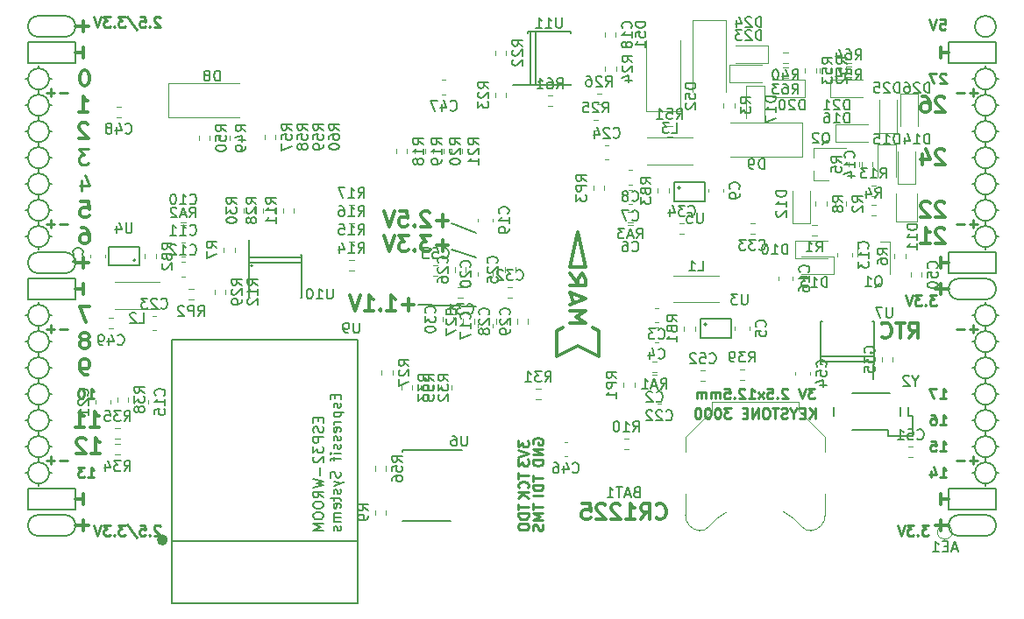
<source format=gbo>
G04 #@! TF.GenerationSoftware,KiCad,Pcbnew,5.0.0-rc2-dev-unknown+dfsg1+20180318-2*
G04 #@! TF.CreationDate,2018-05-10T13:20:57+02:00*
G04 #@! TF.ProjectId,ulx3s,756C7833732E6B696361645F70636200,rev?*
G04 #@! TF.SameCoordinates,Original*
G04 #@! TF.FileFunction,Legend,Bot*
G04 #@! TF.FilePolarity,Positive*
%FSLAX46Y46*%
G04 Gerber Fmt 4.6, Leading zero omitted, Abs format (unit mm)*
G04 Created by KiCad (PCBNEW 5.0.0-rc2-dev-unknown+dfsg1+20180318-2) date Thu May 10 13:20:57 2018*
%MOMM*%
%LPD*%
G01*
G04 APERTURE LIST*
%ADD10C,0.250000*%
%ADD11C,0.300000*%
%ADD12C,0.200000*%
%ADD13C,0.150000*%
%ADD14C,0.120000*%
%ADD15C,0.500000*%
G04 APERTURE END LIST*
D10*
X100132476Y-98702380D02*
X100703904Y-98702380D01*
X100418190Y-98702380D02*
X100418190Y-97702380D01*
X100513428Y-97845238D01*
X100608666Y-97940476D01*
X100703904Y-97988095D01*
X99513428Y-97702380D02*
X99418190Y-97702380D01*
X99322952Y-97750000D01*
X99275333Y-97797619D01*
X99227714Y-97892857D01*
X99180095Y-98083333D01*
X99180095Y-98321428D01*
X99227714Y-98511904D01*
X99275333Y-98607142D01*
X99322952Y-98654761D01*
X99418190Y-98702380D01*
X99513428Y-98702380D01*
X99608666Y-98654761D01*
X99656285Y-98607142D01*
X99703904Y-98511904D01*
X99751523Y-98321428D01*
X99751523Y-98083333D01*
X99703904Y-97892857D01*
X99656285Y-97797619D01*
X99608666Y-97750000D01*
X99513428Y-97702380D01*
D11*
X100481714Y-104008571D02*
X101338857Y-104008571D01*
X100910285Y-104008571D02*
X100910285Y-102508571D01*
X101053142Y-102722857D01*
X101196000Y-102865714D01*
X101338857Y-102937142D01*
X99910285Y-102651428D02*
X99838857Y-102580000D01*
X99696000Y-102508571D01*
X99338857Y-102508571D01*
X99196000Y-102580000D01*
X99124571Y-102651428D01*
X99053142Y-102794285D01*
X99053142Y-102937142D01*
X99124571Y-103151428D01*
X99981714Y-104008571D01*
X99053142Y-104008571D01*
X100354714Y-101468571D02*
X101211857Y-101468571D01*
X100783285Y-101468571D02*
X100783285Y-99968571D01*
X100926142Y-100182857D01*
X101069000Y-100325714D01*
X101211857Y-100397142D01*
X98926142Y-101468571D02*
X99783285Y-101468571D01*
X99354714Y-101468571D02*
X99354714Y-99968571D01*
X99497571Y-100182857D01*
X99640428Y-100325714D01*
X99783285Y-100397142D01*
X182872857Y-79791428D02*
X182801428Y-79720000D01*
X182658571Y-79648571D01*
X182301428Y-79648571D01*
X182158571Y-79720000D01*
X182087142Y-79791428D01*
X182015714Y-79934285D01*
X182015714Y-80077142D01*
X182087142Y-80291428D01*
X182944285Y-81148571D01*
X182015714Y-81148571D01*
X181444285Y-79791428D02*
X181372857Y-79720000D01*
X181230000Y-79648571D01*
X180872857Y-79648571D01*
X180730000Y-79720000D01*
X180658571Y-79791428D01*
X180587142Y-79934285D01*
X180587142Y-80077142D01*
X180658571Y-80291428D01*
X181515714Y-81148571D01*
X180587142Y-81148571D01*
X182872857Y-82331428D02*
X182801428Y-82260000D01*
X182658571Y-82188571D01*
X182301428Y-82188571D01*
X182158571Y-82260000D01*
X182087142Y-82331428D01*
X182015714Y-82474285D01*
X182015714Y-82617142D01*
X182087142Y-82831428D01*
X182944285Y-83688571D01*
X182015714Y-83688571D01*
X180587142Y-83688571D02*
X181444285Y-83688571D01*
X181015714Y-83688571D02*
X181015714Y-82188571D01*
X181158571Y-82402857D01*
X181301428Y-82545714D01*
X181444285Y-82617142D01*
D12*
X135248000Y-81740000D02*
X137661000Y-82629000D01*
X135248000Y-84280000D02*
X137661000Y-85042000D01*
X132073000Y-89614000D02*
X137661000Y-89741000D01*
D10*
X170323095Y-97702380D02*
X169704047Y-97702380D01*
X170037380Y-98083333D01*
X169894523Y-98083333D01*
X169799285Y-98130952D01*
X169751666Y-98178571D01*
X169704047Y-98273809D01*
X169704047Y-98511904D01*
X169751666Y-98607142D01*
X169799285Y-98654761D01*
X169894523Y-98702380D01*
X170180238Y-98702380D01*
X170275476Y-98654761D01*
X170323095Y-98607142D01*
X169418333Y-97702380D02*
X169085000Y-98702380D01*
X168751666Y-97702380D01*
X167704047Y-97797619D02*
X167656428Y-97750000D01*
X167561190Y-97702380D01*
X167323095Y-97702380D01*
X167227857Y-97750000D01*
X167180238Y-97797619D01*
X167132619Y-97892857D01*
X167132619Y-97988095D01*
X167180238Y-98130952D01*
X167751666Y-98702380D01*
X167132619Y-98702380D01*
X166704047Y-98607142D02*
X166656428Y-98654761D01*
X166704047Y-98702380D01*
X166751666Y-98654761D01*
X166704047Y-98607142D01*
X166704047Y-98702380D01*
X165751666Y-97702380D02*
X166227857Y-97702380D01*
X166275476Y-98178571D01*
X166227857Y-98130952D01*
X166132619Y-98083333D01*
X165894523Y-98083333D01*
X165799285Y-98130952D01*
X165751666Y-98178571D01*
X165704047Y-98273809D01*
X165704047Y-98511904D01*
X165751666Y-98607142D01*
X165799285Y-98654761D01*
X165894523Y-98702380D01*
X166132619Y-98702380D01*
X166227857Y-98654761D01*
X166275476Y-98607142D01*
X165370714Y-98702380D02*
X164846904Y-98035714D01*
X165370714Y-98035714D02*
X164846904Y-98702380D01*
X163942142Y-98702380D02*
X164513571Y-98702380D01*
X164227857Y-98702380D02*
X164227857Y-97702380D01*
X164323095Y-97845238D01*
X164418333Y-97940476D01*
X164513571Y-97988095D01*
X163561190Y-97797619D02*
X163513571Y-97750000D01*
X163418333Y-97702380D01*
X163180238Y-97702380D01*
X163085000Y-97750000D01*
X163037380Y-97797619D01*
X162989761Y-97892857D01*
X162989761Y-97988095D01*
X163037380Y-98130952D01*
X163608809Y-98702380D01*
X162989761Y-98702380D01*
X162561190Y-98607142D02*
X162513571Y-98654761D01*
X162561190Y-98702380D01*
X162608809Y-98654761D01*
X162561190Y-98607142D01*
X162561190Y-98702380D01*
X161608809Y-97702380D02*
X162085000Y-97702380D01*
X162132619Y-98178571D01*
X162085000Y-98130952D01*
X161989761Y-98083333D01*
X161751666Y-98083333D01*
X161656428Y-98130952D01*
X161608809Y-98178571D01*
X161561190Y-98273809D01*
X161561190Y-98511904D01*
X161608809Y-98607142D01*
X161656428Y-98654761D01*
X161751666Y-98702380D01*
X161989761Y-98702380D01*
X162085000Y-98654761D01*
X162132619Y-98607142D01*
X161132619Y-98702380D02*
X161132619Y-98035714D01*
X161132619Y-98130952D02*
X161085000Y-98083333D01*
X160989761Y-98035714D01*
X160846904Y-98035714D01*
X160751666Y-98083333D01*
X160704047Y-98178571D01*
X160704047Y-98702380D01*
X160704047Y-98178571D02*
X160656428Y-98083333D01*
X160561190Y-98035714D01*
X160418333Y-98035714D01*
X160323095Y-98083333D01*
X160275476Y-98178571D01*
X160275476Y-98702380D01*
X159799285Y-98702380D02*
X159799285Y-98035714D01*
X159799285Y-98130952D02*
X159751666Y-98083333D01*
X159656428Y-98035714D01*
X159513571Y-98035714D01*
X159418333Y-98083333D01*
X159370714Y-98178571D01*
X159370714Y-98702380D01*
X159370714Y-98178571D02*
X159323095Y-98083333D01*
X159227857Y-98035714D01*
X159085000Y-98035714D01*
X158989761Y-98083333D01*
X158942142Y-98178571D01*
X158942142Y-98702380D01*
D11*
X182492000Y-87582000D02*
X182492000Y-88598000D01*
X183254000Y-88090000D02*
X181984000Y-88090000D01*
X182492000Y-110442000D02*
X182492000Y-111458000D01*
X183254000Y-110950000D02*
X181984000Y-110950000D01*
X99688000Y-62182000D02*
X99688000Y-63198000D01*
X98926000Y-62690000D02*
X100196000Y-62690000D01*
X99688000Y-110442000D02*
X99688000Y-111458000D01*
X98926000Y-110950000D02*
X100196000Y-110950000D01*
X99688000Y-85042000D02*
X99688000Y-86058000D01*
X98926000Y-85550000D02*
X100196000Y-85550000D01*
D12*
X187826000Y-62690000D02*
G75*
G03X187826000Y-62690000I-1016000J0D01*
G01*
X184270000Y-87074000D02*
X186810000Y-87074000D01*
X184270000Y-89106000D02*
X186810000Y-89106000D01*
X184270000Y-87074000D02*
G75*
G03X184270000Y-89106000I0J-1016000D01*
G01*
X186810000Y-89106000D02*
G75*
G03X186810000Y-87074000I0J1016000D01*
G01*
X184270000Y-111966000D02*
X186810000Y-111966000D01*
X184270000Y-109934000D02*
X186810000Y-109934000D01*
X184270000Y-109934000D02*
G75*
G03X184270000Y-111966000I0J-1016000D01*
G01*
X186810000Y-111966000D02*
G75*
G03X186810000Y-109934000I0J1016000D01*
G01*
X97910000Y-63706000D02*
G75*
G03X97910000Y-61674000I0J1016000D01*
G01*
X95370000Y-61674000D02*
X97910000Y-61674000D01*
X95370000Y-63706000D02*
X97910000Y-63706000D01*
X95370000Y-61674000D02*
G75*
G03X95370000Y-63706000I0J-1016000D01*
G01*
X95370000Y-86566000D02*
X97910000Y-86566000D01*
X95370000Y-84534000D02*
X97910000Y-84534000D01*
X95370000Y-84534000D02*
G75*
G03X95370000Y-86566000I0J-1016000D01*
G01*
X97910000Y-86566000D02*
G75*
G03X97910000Y-84534000I0J1016000D01*
G01*
X95370000Y-111966000D02*
X97910000Y-111966000D01*
X95370000Y-109934000D02*
X97910000Y-109934000D01*
X95370000Y-109934000D02*
G75*
G03X95370000Y-111966000I0J-1016000D01*
G01*
X97910000Y-111966000D02*
G75*
G03X97910000Y-109934000I0J1016000D01*
G01*
X98926000Y-107394000D02*
X94354000Y-107394000D01*
X98926000Y-109426000D02*
X98926000Y-107394000D01*
X94354000Y-109426000D02*
X98926000Y-109426000D01*
X94354000Y-107394000D02*
X94354000Y-109426000D01*
X187826000Y-107394000D02*
X183254000Y-107394000D01*
X187826000Y-109426000D02*
X187826000Y-107394000D01*
X183254000Y-109426000D02*
X187826000Y-109426000D01*
X183254000Y-107394000D02*
X183254000Y-109426000D01*
X187826000Y-84534000D02*
X183254000Y-84534000D01*
X187826000Y-86566000D02*
X187826000Y-84534000D01*
X183254000Y-86566000D02*
X187826000Y-86566000D01*
X183254000Y-84534000D02*
X183254000Y-86566000D01*
X187826000Y-64214000D02*
X183254000Y-64214000D01*
X187826000Y-66246000D02*
X187826000Y-64214000D01*
X183254000Y-66246000D02*
X187826000Y-66246000D01*
X183254000Y-64214000D02*
X183254000Y-66246000D01*
X98926000Y-64214000D02*
X94354000Y-64214000D01*
X98926000Y-66246000D02*
X98926000Y-64214000D01*
X94354000Y-66246000D02*
X98926000Y-66246000D01*
X94354000Y-64214000D02*
X94354000Y-66246000D01*
X98926000Y-87074000D02*
X94354000Y-87074000D01*
X98926000Y-89106000D02*
X98926000Y-87074000D01*
X94354000Y-89106000D02*
X98926000Y-89106000D01*
X94354000Y-87074000D02*
X94354000Y-89106000D01*
D11*
X182872857Y-74711428D02*
X182801428Y-74640000D01*
X182658571Y-74568571D01*
X182301428Y-74568571D01*
X182158571Y-74640000D01*
X182087142Y-74711428D01*
X182015714Y-74854285D01*
X182015714Y-74997142D01*
X182087142Y-75211428D01*
X182944285Y-76068571D01*
X182015714Y-76068571D01*
X180730000Y-75068571D02*
X180730000Y-76068571D01*
X181087142Y-74497142D02*
X181444285Y-75568571D01*
X180515714Y-75568571D01*
D10*
X186032000Y-91971428D02*
X185270095Y-91971428D01*
X185651047Y-92352380D02*
X185651047Y-91590476D01*
X184793904Y-91971428D02*
X184032000Y-91971428D01*
X186032000Y-69111428D02*
X185270095Y-69111428D01*
X185651047Y-69492380D02*
X185651047Y-68730476D01*
X184793904Y-69111428D02*
X184032000Y-69111428D01*
X186032000Y-81811428D02*
X185270095Y-81811428D01*
X185651047Y-82192380D02*
X185651047Y-81430476D01*
X184793904Y-81811428D02*
X184032000Y-81811428D01*
X186032000Y-104671428D02*
X185270095Y-104671428D01*
X185651047Y-105052380D02*
X185651047Y-104290476D01*
X184793904Y-104671428D02*
X184032000Y-104671428D01*
X98148000Y-104671428D02*
X97386095Y-104671428D01*
X96909904Y-104671428D02*
X96148000Y-104671428D01*
X96528952Y-105052380D02*
X96528952Y-104290476D01*
X98148000Y-91971428D02*
X97386095Y-91971428D01*
X96909904Y-91971428D02*
X96148000Y-91971428D01*
X96528952Y-92352380D02*
X96528952Y-91590476D01*
X98148000Y-81811428D02*
X97386095Y-81811428D01*
X96909904Y-81811428D02*
X96148000Y-81811428D01*
X96528952Y-82192380D02*
X96528952Y-81430476D01*
X98148000Y-69111428D02*
X97386095Y-69111428D01*
X96909904Y-69111428D02*
X96148000Y-69111428D01*
X96528952Y-69492380D02*
X96528952Y-68730476D01*
D11*
X182492000Y-107902000D02*
X182492000Y-108918000D01*
X183254000Y-108410000D02*
X182492000Y-108410000D01*
D12*
X95370000Y-96726000D02*
X95370000Y-97234000D01*
X96386000Y-95710000D02*
X96640000Y-95710000D01*
X94354000Y-95710000D02*
X94100000Y-95710000D01*
X187826000Y-98250000D02*
X188080000Y-98250000D01*
X187826000Y-83010000D02*
X188080000Y-83010000D01*
X95370000Y-107140000D02*
X95370000Y-106886000D01*
X96386000Y-105870000D02*
X96640000Y-105870000D01*
X94354000Y-105870000D02*
X94100000Y-105870000D01*
X94354000Y-103330000D02*
X94100000Y-103330000D01*
X95370000Y-104346000D02*
X95370000Y-104854000D01*
X96386000Y-103330000D02*
X96640000Y-103330000D01*
X94354000Y-100790000D02*
X94100000Y-100790000D01*
X95370000Y-102314000D02*
X95370000Y-101806000D01*
X96386000Y-100790000D02*
X96640000Y-100790000D01*
X95370000Y-99266000D02*
X95370000Y-99774000D01*
X94354000Y-98250000D02*
X94100000Y-98250000D01*
X96386000Y-98250000D02*
X96640000Y-98250000D01*
X95370000Y-94186000D02*
X95370000Y-94694000D01*
X96386000Y-93170000D02*
X96640000Y-93170000D01*
X94354000Y-93170000D02*
X94100000Y-93170000D01*
X94354000Y-90630000D02*
X94100000Y-90630000D01*
X95370000Y-91646000D02*
X95370000Y-92154000D01*
X96640000Y-90630000D02*
X96386000Y-90630000D01*
X95370000Y-89360000D02*
X95370000Y-89614000D01*
X94354000Y-83010000D02*
X94100000Y-83010000D01*
X95370000Y-84280000D02*
X95370000Y-84026000D01*
X96386000Y-83010000D02*
X96640000Y-83010000D01*
X95370000Y-81486000D02*
X95370000Y-81994000D01*
X94354000Y-80470000D02*
X94100000Y-80470000D01*
X96640000Y-80470000D02*
X96386000Y-80470000D01*
X95370000Y-78946000D02*
X95370000Y-79454000D01*
X96386000Y-77930000D02*
X96640000Y-77930000D01*
X94354000Y-77930000D02*
X94100000Y-77930000D01*
X95370000Y-76406000D02*
X95370000Y-76914000D01*
X94354000Y-75390000D02*
X94100000Y-75390000D01*
X96386000Y-75390000D02*
X96640000Y-75390000D01*
X95370000Y-73866000D02*
X95370000Y-74374000D01*
X96386000Y-72850000D02*
X96640000Y-72850000D01*
X94100000Y-72850000D02*
X94354000Y-72850000D01*
X94354000Y-70310000D02*
X94100000Y-70310000D01*
X96640000Y-70310000D02*
X96386000Y-70310000D01*
X95370000Y-71326000D02*
X95370000Y-71834000D01*
X95370000Y-68786000D02*
X95370000Y-69294000D01*
X96386000Y-67770000D02*
X96640000Y-67770000D01*
X94354000Y-67770000D02*
X94100000Y-67770000D01*
X95370000Y-66500000D02*
X95370000Y-66754000D01*
X187826000Y-105870000D02*
X188080000Y-105870000D01*
X186810000Y-107140000D02*
X186810000Y-106886000D01*
X185540000Y-105870000D02*
X185794000Y-105870000D01*
X186810000Y-104346000D02*
X186810000Y-104854000D01*
X187826000Y-103330000D02*
X188080000Y-103330000D01*
X185540000Y-103330000D02*
X185794000Y-103330000D01*
X186810000Y-101806000D02*
X186810000Y-102314000D01*
X187826000Y-100790000D02*
X188080000Y-100790000D01*
X185540000Y-100790000D02*
X185794000Y-100790000D01*
X186810000Y-99266000D02*
X186810000Y-99774000D01*
X185540000Y-98250000D02*
X185794000Y-98250000D01*
X186810000Y-97234000D02*
X186810000Y-96726000D01*
X187826000Y-95710000D02*
X188080000Y-95710000D01*
X185540000Y-95710000D02*
X185794000Y-95710000D01*
X186810000Y-94694000D02*
X186810000Y-94186000D01*
X187826000Y-93170000D02*
X188080000Y-93170000D01*
X185540000Y-93170000D02*
X185794000Y-93170000D01*
X186810000Y-92154000D02*
X186810000Y-91646000D01*
X187826000Y-90630000D02*
X188080000Y-90630000D01*
X185540000Y-90630000D02*
X185794000Y-90630000D01*
X186810000Y-89360000D02*
X186810000Y-89614000D01*
X186810000Y-84280000D02*
X186810000Y-84026000D01*
X185540000Y-83010000D02*
X185794000Y-83010000D01*
X186810000Y-81994000D02*
X186810000Y-81486000D01*
X185794000Y-80470000D02*
X185540000Y-80470000D01*
X187826000Y-80470000D02*
X188080000Y-80470000D01*
X186810000Y-78946000D02*
X186810000Y-79454000D01*
X185794000Y-77930000D02*
X185540000Y-77930000D01*
X187826000Y-77930000D02*
X188080000Y-77930000D01*
X186810000Y-76406000D02*
X186810000Y-76914000D01*
X186810000Y-73866000D02*
X186810000Y-74374000D01*
X185794000Y-75390000D02*
X185540000Y-75390000D01*
X187826000Y-75390000D02*
X188080000Y-75390000D01*
X187826000Y-72850000D02*
X188080000Y-72850000D01*
X185540000Y-72850000D02*
X185794000Y-72850000D01*
X186810000Y-71834000D02*
X186810000Y-71326000D01*
X187826000Y-70310000D02*
X188080000Y-70310000D01*
X185540000Y-70310000D02*
X185794000Y-70310000D01*
X187826000Y-67770000D02*
X188080000Y-67770000D01*
X186810000Y-68786000D02*
X186810000Y-69294000D01*
X185540000Y-67770000D02*
X185794000Y-67770000D01*
X186810000Y-66500000D02*
X186810000Y-66754000D01*
X187826000Y-67770000D02*
G75*
G03X187826000Y-67770000I-1016000J0D01*
G01*
X187826000Y-70310000D02*
G75*
G03X187826000Y-70310000I-1016000J0D01*
G01*
X187826000Y-72850000D02*
G75*
G03X187826000Y-72850000I-1016000J0D01*
G01*
X187826000Y-75390000D02*
G75*
G03X187826000Y-75390000I-1016000J0D01*
G01*
X187826000Y-77930000D02*
G75*
G03X187826000Y-77930000I-1016000J0D01*
G01*
X187826000Y-80470000D02*
G75*
G03X187826000Y-80470000I-1016000J0D01*
G01*
X187826000Y-83010000D02*
G75*
G03X187826000Y-83010000I-1016000J0D01*
G01*
X187826000Y-90630000D02*
G75*
G03X187826000Y-90630000I-1016000J0D01*
G01*
X187826000Y-93170000D02*
G75*
G03X187826000Y-93170000I-1016000J0D01*
G01*
X187826000Y-95710000D02*
G75*
G03X187826000Y-95710000I-1016000J0D01*
G01*
X187826000Y-98250000D02*
G75*
G03X187826000Y-98250000I-1016000J0D01*
G01*
X187826000Y-100790000D02*
G75*
G03X187826000Y-100790000I-1016000J0D01*
G01*
X187826000Y-103330000D02*
G75*
G03X187826000Y-103330000I-1016000J0D01*
G01*
X187826000Y-105870000D02*
G75*
G03X187826000Y-105870000I-1016000J0D01*
G01*
X96386000Y-105870000D02*
G75*
G03X96386000Y-105870000I-1016000J0D01*
G01*
X96386000Y-103330000D02*
G75*
G03X96386000Y-103330000I-1016000J0D01*
G01*
X96386000Y-100790000D02*
G75*
G03X96386000Y-100790000I-1016000J0D01*
G01*
X96386000Y-98250000D02*
G75*
G03X96386000Y-98250000I-1016000J0D01*
G01*
X96386000Y-95710000D02*
G75*
G03X96386000Y-95710000I-1016000J0D01*
G01*
X96386000Y-93170000D02*
G75*
G03X96386000Y-93170000I-1016000J0D01*
G01*
X96386000Y-90630000D02*
G75*
G03X96386000Y-90630000I-1016000J0D01*
G01*
X96386000Y-83010000D02*
G75*
G03X96386000Y-83010000I-1016000J0D01*
G01*
X96386000Y-80470000D02*
G75*
G03X96386000Y-80470000I-1016000J0D01*
G01*
X96386000Y-77930000D02*
G75*
G03X96386000Y-77930000I-1016000J0D01*
G01*
X96386000Y-75390000D02*
G75*
G03X96386000Y-75390000I-1016000J0D01*
G01*
X96386000Y-72850000D02*
G75*
G03X96386000Y-72850000I-1016000J0D01*
G01*
X96386000Y-70310000D02*
G75*
G03X96386000Y-70310000I-1016000J0D01*
G01*
X96386000Y-67770000D02*
G75*
G03X96386000Y-67770000I-1016000J0D01*
G01*
D10*
X182428476Y-62015380D02*
X182904666Y-62015380D01*
X182952285Y-62491571D01*
X182904666Y-62443952D01*
X182809428Y-62396333D01*
X182571333Y-62396333D01*
X182476095Y-62443952D01*
X182428476Y-62491571D01*
X182380857Y-62586809D01*
X182380857Y-62824904D01*
X182428476Y-62920142D01*
X182476095Y-62967761D01*
X182571333Y-63015380D01*
X182809428Y-63015380D01*
X182904666Y-62967761D01*
X182952285Y-62920142D01*
X182095142Y-62015380D02*
X181761809Y-63015380D01*
X181428476Y-62015380D01*
D11*
X182492000Y-64722000D02*
X182492000Y-65738000D01*
X183254000Y-65230000D02*
X182492000Y-65230000D01*
D10*
X182999904Y-67317619D02*
X182952285Y-67270000D01*
X182857047Y-67222380D01*
X182618952Y-67222380D01*
X182523714Y-67270000D01*
X182476095Y-67317619D01*
X182428476Y-67412857D01*
X182428476Y-67508095D01*
X182476095Y-67650952D01*
X183047523Y-68222380D01*
X182428476Y-68222380D01*
X182095142Y-67222380D02*
X181428476Y-67222380D01*
X181857047Y-68222380D01*
D11*
X182872857Y-69631428D02*
X182801428Y-69560000D01*
X182658571Y-69488571D01*
X182301428Y-69488571D01*
X182158571Y-69560000D01*
X182087142Y-69631428D01*
X182015714Y-69774285D01*
X182015714Y-69917142D01*
X182087142Y-70131428D01*
X182944285Y-70988571D01*
X182015714Y-70988571D01*
X180730000Y-69488571D02*
X181015714Y-69488571D01*
X181158571Y-69560000D01*
X181230000Y-69631428D01*
X181372857Y-69845714D01*
X181444285Y-70131428D01*
X181444285Y-70702857D01*
X181372857Y-70845714D01*
X181301428Y-70917142D01*
X181158571Y-70988571D01*
X180872857Y-70988571D01*
X180730000Y-70917142D01*
X180658571Y-70845714D01*
X180587142Y-70702857D01*
X180587142Y-70345714D01*
X180658571Y-70202857D01*
X180730000Y-70131428D01*
X180872857Y-70060000D01*
X181158571Y-70060000D01*
X181301428Y-70131428D01*
X181372857Y-70202857D01*
X181444285Y-70345714D01*
X182492000Y-85042000D02*
X182492000Y-86058000D01*
X183254000Y-85550000D02*
X182492000Y-85550000D01*
D10*
X182078190Y-88703380D02*
X181459142Y-88703380D01*
X181792476Y-89084333D01*
X181649619Y-89084333D01*
X181554380Y-89131952D01*
X181506761Y-89179571D01*
X181459142Y-89274809D01*
X181459142Y-89512904D01*
X181506761Y-89608142D01*
X181554380Y-89655761D01*
X181649619Y-89703380D01*
X181935333Y-89703380D01*
X182030571Y-89655761D01*
X182078190Y-89608142D01*
X181030571Y-89608142D02*
X180982952Y-89655761D01*
X181030571Y-89703380D01*
X181078190Y-89655761D01*
X181030571Y-89608142D01*
X181030571Y-89703380D01*
X180649619Y-88703380D02*
X180030571Y-88703380D01*
X180363904Y-89084333D01*
X180221047Y-89084333D01*
X180125809Y-89131952D01*
X180078190Y-89179571D01*
X180030571Y-89274809D01*
X180030571Y-89512904D01*
X180078190Y-89608142D01*
X180125809Y-89655761D01*
X180221047Y-89703380D01*
X180506761Y-89703380D01*
X180602000Y-89655761D01*
X180649619Y-89608142D01*
X179744857Y-88703380D02*
X179411523Y-89703380D01*
X179078190Y-88703380D01*
X182428476Y-98702380D02*
X182999904Y-98702380D01*
X182714190Y-98702380D02*
X182714190Y-97702380D01*
X182809428Y-97845238D01*
X182904666Y-97940476D01*
X182999904Y-97988095D01*
X182095142Y-97702380D02*
X181428476Y-97702380D01*
X181857047Y-98702380D01*
X182428476Y-101242380D02*
X182999904Y-101242380D01*
X182714190Y-101242380D02*
X182714190Y-100242380D01*
X182809428Y-100385238D01*
X182904666Y-100480476D01*
X182999904Y-100528095D01*
X181571333Y-100242380D02*
X181761809Y-100242380D01*
X181857047Y-100290000D01*
X181904666Y-100337619D01*
X181999904Y-100480476D01*
X182047523Y-100670952D01*
X182047523Y-101051904D01*
X181999904Y-101147142D01*
X181952285Y-101194761D01*
X181857047Y-101242380D01*
X181666571Y-101242380D01*
X181571333Y-101194761D01*
X181523714Y-101147142D01*
X181476095Y-101051904D01*
X181476095Y-100813809D01*
X181523714Y-100718571D01*
X181571333Y-100670952D01*
X181666571Y-100623333D01*
X181857047Y-100623333D01*
X181952285Y-100670952D01*
X181999904Y-100718571D01*
X182047523Y-100813809D01*
X182428476Y-103782380D02*
X182999904Y-103782380D01*
X182714190Y-103782380D02*
X182714190Y-102782380D01*
X182809428Y-102925238D01*
X182904666Y-103020476D01*
X182999904Y-103068095D01*
X181523714Y-102782380D02*
X181999904Y-102782380D01*
X182047523Y-103258571D01*
X181999904Y-103210952D01*
X181904666Y-103163333D01*
X181666571Y-103163333D01*
X181571333Y-103210952D01*
X181523714Y-103258571D01*
X181476095Y-103353809D01*
X181476095Y-103591904D01*
X181523714Y-103687142D01*
X181571333Y-103734761D01*
X181666571Y-103782380D01*
X181904666Y-103782380D01*
X181999904Y-103734761D01*
X182047523Y-103687142D01*
X182428476Y-106322380D02*
X182999904Y-106322380D01*
X182714190Y-106322380D02*
X182714190Y-105322380D01*
X182809428Y-105465238D01*
X182904666Y-105560476D01*
X182999904Y-105608095D01*
X181571333Y-105655714D02*
X181571333Y-106322380D01*
X181809428Y-105274761D02*
X182047523Y-105989047D01*
X181428476Y-105989047D01*
X181312642Y-110928380D02*
X180693595Y-110928380D01*
X181026928Y-111309333D01*
X180884071Y-111309333D01*
X180788833Y-111356952D01*
X180741214Y-111404571D01*
X180693595Y-111499809D01*
X180693595Y-111737904D01*
X180741214Y-111833142D01*
X180788833Y-111880761D01*
X180884071Y-111928380D01*
X181169785Y-111928380D01*
X181265023Y-111880761D01*
X181312642Y-111833142D01*
X180265023Y-111833142D02*
X180217404Y-111880761D01*
X180265023Y-111928380D01*
X180312642Y-111880761D01*
X180265023Y-111833142D01*
X180265023Y-111928380D01*
X179884071Y-110928380D02*
X179265023Y-110928380D01*
X179598357Y-111309333D01*
X179455500Y-111309333D01*
X179360261Y-111356952D01*
X179312642Y-111404571D01*
X179265023Y-111499809D01*
X179265023Y-111737904D01*
X179312642Y-111833142D01*
X179360261Y-111880761D01*
X179455500Y-111928380D01*
X179741214Y-111928380D01*
X179836452Y-111880761D01*
X179884071Y-111833142D01*
X178979309Y-110928380D02*
X178645976Y-111928380D01*
X178312642Y-110928380D01*
D11*
X99688000Y-108918000D02*
X99688000Y-107902000D01*
X98926000Y-108410000D02*
X99688000Y-108410000D01*
X99688000Y-88598000D02*
X99688000Y-87582000D01*
X98926000Y-88090000D02*
X99688000Y-88090000D01*
X99688000Y-64722000D02*
X99688000Y-65738000D01*
X98926000Y-65230000D02*
X99688000Y-65230000D01*
D10*
X107103690Y-111023619D02*
X107056071Y-110976000D01*
X106960833Y-110928380D01*
X106722738Y-110928380D01*
X106627500Y-110976000D01*
X106579880Y-111023619D01*
X106532261Y-111118857D01*
X106532261Y-111214095D01*
X106579880Y-111356952D01*
X107151309Y-111928380D01*
X106532261Y-111928380D01*
X106103690Y-111833142D02*
X106056071Y-111880761D01*
X106103690Y-111928380D01*
X106151309Y-111880761D01*
X106103690Y-111833142D01*
X106103690Y-111928380D01*
X105151309Y-110928380D02*
X105627500Y-110928380D01*
X105675119Y-111404571D01*
X105627500Y-111356952D01*
X105532261Y-111309333D01*
X105294166Y-111309333D01*
X105198928Y-111356952D01*
X105151309Y-111404571D01*
X105103690Y-111499809D01*
X105103690Y-111737904D01*
X105151309Y-111833142D01*
X105198928Y-111880761D01*
X105294166Y-111928380D01*
X105532261Y-111928380D01*
X105627500Y-111880761D01*
X105675119Y-111833142D01*
X103960833Y-110880761D02*
X104817976Y-112166476D01*
X103722738Y-110928380D02*
X103103690Y-110928380D01*
X103437023Y-111309333D01*
X103294166Y-111309333D01*
X103198928Y-111356952D01*
X103151309Y-111404571D01*
X103103690Y-111499809D01*
X103103690Y-111737904D01*
X103151309Y-111833142D01*
X103198928Y-111880761D01*
X103294166Y-111928380D01*
X103579880Y-111928380D01*
X103675119Y-111880761D01*
X103722738Y-111833142D01*
X102675119Y-111833142D02*
X102627500Y-111880761D01*
X102675119Y-111928380D01*
X102722738Y-111880761D01*
X102675119Y-111833142D01*
X102675119Y-111928380D01*
X102294166Y-110928380D02*
X101675119Y-110928380D01*
X102008452Y-111309333D01*
X101865595Y-111309333D01*
X101770357Y-111356952D01*
X101722738Y-111404571D01*
X101675119Y-111499809D01*
X101675119Y-111737904D01*
X101722738Y-111833142D01*
X101770357Y-111880761D01*
X101865595Y-111928380D01*
X102151309Y-111928380D01*
X102246547Y-111880761D01*
X102294166Y-111833142D01*
X101389404Y-110928380D02*
X101056071Y-111928380D01*
X100722738Y-110928380D01*
X100132476Y-106322380D02*
X100703904Y-106322380D01*
X100418190Y-106322380D02*
X100418190Y-105322380D01*
X100513428Y-105465238D01*
X100608666Y-105560476D01*
X100703904Y-105608095D01*
X99799142Y-105322380D02*
X99180095Y-105322380D01*
X99513428Y-105703333D01*
X99370571Y-105703333D01*
X99275333Y-105750952D01*
X99227714Y-105798571D01*
X99180095Y-105893809D01*
X99180095Y-106131904D01*
X99227714Y-106227142D01*
X99275333Y-106274761D01*
X99370571Y-106322380D01*
X99656285Y-106322380D01*
X99751523Y-106274761D01*
X99799142Y-106227142D01*
D11*
X100100714Y-96388571D02*
X99815000Y-96388571D01*
X99672142Y-96317142D01*
X99600714Y-96245714D01*
X99457857Y-96031428D01*
X99386428Y-95745714D01*
X99386428Y-95174285D01*
X99457857Y-95031428D01*
X99529285Y-94960000D01*
X99672142Y-94888571D01*
X99957857Y-94888571D01*
X100100714Y-94960000D01*
X100172142Y-95031428D01*
X100243571Y-95174285D01*
X100243571Y-95531428D01*
X100172142Y-95674285D01*
X100100714Y-95745714D01*
X99957857Y-95817142D01*
X99672142Y-95817142D01*
X99529285Y-95745714D01*
X99457857Y-95674285D01*
X99386428Y-95531428D01*
X99957857Y-92991428D02*
X100100714Y-92920000D01*
X100172142Y-92848571D01*
X100243571Y-92705714D01*
X100243571Y-92634285D01*
X100172142Y-92491428D01*
X100100714Y-92420000D01*
X99957857Y-92348571D01*
X99672142Y-92348571D01*
X99529285Y-92420000D01*
X99457857Y-92491428D01*
X99386428Y-92634285D01*
X99386428Y-92705714D01*
X99457857Y-92848571D01*
X99529285Y-92920000D01*
X99672142Y-92991428D01*
X99957857Y-92991428D01*
X100100714Y-93062857D01*
X100172142Y-93134285D01*
X100243571Y-93277142D01*
X100243571Y-93562857D01*
X100172142Y-93705714D01*
X100100714Y-93777142D01*
X99957857Y-93848571D01*
X99672142Y-93848571D01*
X99529285Y-93777142D01*
X99457857Y-93705714D01*
X99386428Y-93562857D01*
X99386428Y-93277142D01*
X99457857Y-93134285D01*
X99529285Y-93062857D01*
X99672142Y-92991428D01*
X100315000Y-89808571D02*
X99315000Y-89808571D01*
X99957857Y-91308571D01*
X99529285Y-82188571D02*
X99815000Y-82188571D01*
X99957857Y-82260000D01*
X100029285Y-82331428D01*
X100172142Y-82545714D01*
X100243571Y-82831428D01*
X100243571Y-83402857D01*
X100172142Y-83545714D01*
X100100714Y-83617142D01*
X99957857Y-83688571D01*
X99672142Y-83688571D01*
X99529285Y-83617142D01*
X99457857Y-83545714D01*
X99386428Y-83402857D01*
X99386428Y-83045714D01*
X99457857Y-82902857D01*
X99529285Y-82831428D01*
X99672142Y-82760000D01*
X99957857Y-82760000D01*
X100100714Y-82831428D01*
X100172142Y-82902857D01*
X100243571Y-83045714D01*
X99457857Y-79648571D02*
X100172142Y-79648571D01*
X100243571Y-80362857D01*
X100172142Y-80291428D01*
X100029285Y-80220000D01*
X99672142Y-80220000D01*
X99529285Y-80291428D01*
X99457857Y-80362857D01*
X99386428Y-80505714D01*
X99386428Y-80862857D01*
X99457857Y-81005714D01*
X99529285Y-81077142D01*
X99672142Y-81148571D01*
X100029285Y-81148571D01*
X100172142Y-81077142D01*
X100243571Y-81005714D01*
D10*
X99529285Y-77608571D02*
X99529285Y-78608571D01*
X99886428Y-77037142D02*
X100243571Y-78108571D01*
X99315000Y-78108571D01*
X100188000Y-74568571D02*
X99259428Y-74568571D01*
X99759428Y-75140000D01*
X99545142Y-75140000D01*
X99402285Y-75211428D01*
X99330857Y-75282857D01*
X99259428Y-75425714D01*
X99259428Y-75782857D01*
X99330857Y-75925714D01*
X99402285Y-75997142D01*
X99545142Y-76068571D01*
X99973714Y-76068571D01*
X100116571Y-75997142D01*
X100188000Y-75925714D01*
D11*
X100116571Y-72171428D02*
X100045142Y-72100000D01*
X99902285Y-72028571D01*
X99545142Y-72028571D01*
X99402285Y-72100000D01*
X99330857Y-72171428D01*
X99259428Y-72314285D01*
X99259428Y-72457142D01*
X99330857Y-72671428D01*
X100188000Y-73528571D01*
X99259428Y-73528571D01*
X99259428Y-70988571D02*
X100116571Y-70988571D01*
X99688000Y-70988571D02*
X99688000Y-69488571D01*
X99830857Y-69702857D01*
X99973714Y-69845714D01*
X100116571Y-69917142D01*
X99886428Y-66948571D02*
X99743571Y-66948571D01*
X99600714Y-67020000D01*
X99529285Y-67091428D01*
X99457857Y-67234285D01*
X99386428Y-67520000D01*
X99386428Y-67877142D01*
X99457857Y-68162857D01*
X99529285Y-68305714D01*
X99600714Y-68377142D01*
X99743571Y-68448571D01*
X99886428Y-68448571D01*
X100029285Y-68377142D01*
X100100714Y-68305714D01*
X100172142Y-68162857D01*
X100243571Y-67877142D01*
X100243571Y-67520000D01*
X100172142Y-67234285D01*
X100100714Y-67091428D01*
X100029285Y-67020000D01*
X99886428Y-66948571D01*
D10*
X107103690Y-61874619D02*
X107056071Y-61827000D01*
X106960833Y-61779380D01*
X106722738Y-61779380D01*
X106627500Y-61827000D01*
X106579880Y-61874619D01*
X106532261Y-61969857D01*
X106532261Y-62065095D01*
X106579880Y-62207952D01*
X107151309Y-62779380D01*
X106532261Y-62779380D01*
X106103690Y-62684142D02*
X106056071Y-62731761D01*
X106103690Y-62779380D01*
X106151309Y-62731761D01*
X106103690Y-62684142D01*
X106103690Y-62779380D01*
X105151309Y-61779380D02*
X105627500Y-61779380D01*
X105675119Y-62255571D01*
X105627500Y-62207952D01*
X105532261Y-62160333D01*
X105294166Y-62160333D01*
X105198928Y-62207952D01*
X105151309Y-62255571D01*
X105103690Y-62350809D01*
X105103690Y-62588904D01*
X105151309Y-62684142D01*
X105198928Y-62731761D01*
X105294166Y-62779380D01*
X105532261Y-62779380D01*
X105627500Y-62731761D01*
X105675119Y-62684142D01*
X103960833Y-61731761D02*
X104817976Y-63017476D01*
X103722738Y-61779380D02*
X103103690Y-61779380D01*
X103437023Y-62160333D01*
X103294166Y-62160333D01*
X103198928Y-62207952D01*
X103151309Y-62255571D01*
X103103690Y-62350809D01*
X103103690Y-62588904D01*
X103151309Y-62684142D01*
X103198928Y-62731761D01*
X103294166Y-62779380D01*
X103579880Y-62779380D01*
X103675119Y-62731761D01*
X103722738Y-62684142D01*
X102675119Y-62684142D02*
X102627500Y-62731761D01*
X102675119Y-62779380D01*
X102722738Y-62731761D01*
X102675119Y-62684142D01*
X102675119Y-62779380D01*
X102294166Y-61779380D02*
X101675119Y-61779380D01*
X102008452Y-62160333D01*
X101865595Y-62160333D01*
X101770357Y-62207952D01*
X101722738Y-62255571D01*
X101675119Y-62350809D01*
X101675119Y-62588904D01*
X101722738Y-62684142D01*
X101770357Y-62731761D01*
X101865595Y-62779380D01*
X102151309Y-62779380D01*
X102246547Y-62731761D01*
X102294166Y-62684142D01*
X101389404Y-61779380D02*
X101056071Y-62779380D01*
X100722738Y-61779380D01*
X170370714Y-100607380D02*
X170370714Y-99607380D01*
X169799285Y-100607380D02*
X170227857Y-100035952D01*
X169799285Y-99607380D02*
X170370714Y-100178809D01*
X169370714Y-100083571D02*
X169037380Y-100083571D01*
X168894523Y-100607380D02*
X169370714Y-100607380D01*
X169370714Y-99607380D01*
X168894523Y-99607380D01*
X168275476Y-100131190D02*
X168275476Y-100607380D01*
X168608809Y-99607380D02*
X168275476Y-100131190D01*
X167942142Y-99607380D01*
X167656428Y-100559761D02*
X167513571Y-100607380D01*
X167275476Y-100607380D01*
X167180238Y-100559761D01*
X167132619Y-100512142D01*
X167085000Y-100416904D01*
X167085000Y-100321666D01*
X167132619Y-100226428D01*
X167180238Y-100178809D01*
X167275476Y-100131190D01*
X167465952Y-100083571D01*
X167561190Y-100035952D01*
X167608809Y-99988333D01*
X167656428Y-99893095D01*
X167656428Y-99797857D01*
X167608809Y-99702619D01*
X167561190Y-99655000D01*
X167465952Y-99607380D01*
X167227857Y-99607380D01*
X167085000Y-99655000D01*
X166799285Y-99607380D02*
X166227857Y-99607380D01*
X166513571Y-100607380D02*
X166513571Y-99607380D01*
X165704047Y-99607380D02*
X165513571Y-99607380D01*
X165418333Y-99655000D01*
X165323095Y-99750238D01*
X165275476Y-99940714D01*
X165275476Y-100274047D01*
X165323095Y-100464523D01*
X165418333Y-100559761D01*
X165513571Y-100607380D01*
X165704047Y-100607380D01*
X165799285Y-100559761D01*
X165894523Y-100464523D01*
X165942142Y-100274047D01*
X165942142Y-99940714D01*
X165894523Y-99750238D01*
X165799285Y-99655000D01*
X165704047Y-99607380D01*
X164846904Y-100607380D02*
X164846904Y-99607380D01*
X164275476Y-100607380D01*
X164275476Y-99607380D01*
X163799285Y-100083571D02*
X163465952Y-100083571D01*
X163323095Y-100607380D02*
X163799285Y-100607380D01*
X163799285Y-99607380D01*
X163323095Y-99607380D01*
X162227857Y-99607380D02*
X161608809Y-99607380D01*
X161942142Y-99988333D01*
X161799285Y-99988333D01*
X161704047Y-100035952D01*
X161656428Y-100083571D01*
X161608809Y-100178809D01*
X161608809Y-100416904D01*
X161656428Y-100512142D01*
X161704047Y-100559761D01*
X161799285Y-100607380D01*
X162085000Y-100607380D01*
X162180238Y-100559761D01*
X162227857Y-100512142D01*
X160989761Y-99607380D02*
X160894523Y-99607380D01*
X160799285Y-99655000D01*
X160751666Y-99702619D01*
X160704047Y-99797857D01*
X160656428Y-99988333D01*
X160656428Y-100226428D01*
X160704047Y-100416904D01*
X160751666Y-100512142D01*
X160799285Y-100559761D01*
X160894523Y-100607380D01*
X160989761Y-100607380D01*
X161085000Y-100559761D01*
X161132619Y-100512142D01*
X161180238Y-100416904D01*
X161227857Y-100226428D01*
X161227857Y-99988333D01*
X161180238Y-99797857D01*
X161132619Y-99702619D01*
X161085000Y-99655000D01*
X160989761Y-99607380D01*
X160037380Y-99607380D02*
X159942142Y-99607380D01*
X159846904Y-99655000D01*
X159799285Y-99702619D01*
X159751666Y-99797857D01*
X159704047Y-99988333D01*
X159704047Y-100226428D01*
X159751666Y-100416904D01*
X159799285Y-100512142D01*
X159846904Y-100559761D01*
X159942142Y-100607380D01*
X160037380Y-100607380D01*
X160132619Y-100559761D01*
X160180238Y-100512142D01*
X160227857Y-100416904D01*
X160275476Y-100226428D01*
X160275476Y-99988333D01*
X160227857Y-99797857D01*
X160180238Y-99702619D01*
X160132619Y-99655000D01*
X160037380Y-99607380D01*
X159085000Y-99607380D02*
X158989761Y-99607380D01*
X158894523Y-99655000D01*
X158846904Y-99702619D01*
X158799285Y-99797857D01*
X158751666Y-99988333D01*
X158751666Y-100226428D01*
X158799285Y-100416904D01*
X158846904Y-100512142D01*
X158894523Y-100559761D01*
X158989761Y-100607380D01*
X159085000Y-100607380D01*
X159180238Y-100559761D01*
X159227857Y-100512142D01*
X159275476Y-100416904D01*
X159323095Y-100226428D01*
X159323095Y-99988333D01*
X159275476Y-99797857D01*
X159227857Y-99702619D01*
X159180238Y-99655000D01*
X159085000Y-99607380D01*
D11*
X155027857Y-110215714D02*
X155099285Y-110287142D01*
X155313571Y-110358571D01*
X155456428Y-110358571D01*
X155670714Y-110287142D01*
X155813571Y-110144285D01*
X155885000Y-110001428D01*
X155956428Y-109715714D01*
X155956428Y-109501428D01*
X155885000Y-109215714D01*
X155813571Y-109072857D01*
X155670714Y-108930000D01*
X155456428Y-108858571D01*
X155313571Y-108858571D01*
X155099285Y-108930000D01*
X155027857Y-109001428D01*
X153527857Y-110358571D02*
X154027857Y-109644285D01*
X154385000Y-110358571D02*
X154385000Y-108858571D01*
X153813571Y-108858571D01*
X153670714Y-108930000D01*
X153599285Y-109001428D01*
X153527857Y-109144285D01*
X153527857Y-109358571D01*
X153599285Y-109501428D01*
X153670714Y-109572857D01*
X153813571Y-109644285D01*
X154385000Y-109644285D01*
X152099285Y-110358571D02*
X152956428Y-110358571D01*
X152527857Y-110358571D02*
X152527857Y-108858571D01*
X152670714Y-109072857D01*
X152813571Y-109215714D01*
X152956428Y-109287142D01*
X151527857Y-109001428D02*
X151456428Y-108930000D01*
X151313571Y-108858571D01*
X150956428Y-108858571D01*
X150813571Y-108930000D01*
X150742142Y-109001428D01*
X150670714Y-109144285D01*
X150670714Y-109287142D01*
X150742142Y-109501428D01*
X151599285Y-110358571D01*
X150670714Y-110358571D01*
X150099285Y-109001428D02*
X150027857Y-108930000D01*
X149885000Y-108858571D01*
X149527857Y-108858571D01*
X149385000Y-108930000D01*
X149313571Y-109001428D01*
X149242142Y-109144285D01*
X149242142Y-109287142D01*
X149313571Y-109501428D01*
X150170714Y-110358571D01*
X149242142Y-110358571D01*
X147885000Y-108858571D02*
X148599285Y-108858571D01*
X148670714Y-109572857D01*
X148599285Y-109501428D01*
X148456428Y-109430000D01*
X148099285Y-109430000D01*
X147956428Y-109501428D01*
X147885000Y-109572857D01*
X147813571Y-109715714D01*
X147813571Y-110072857D01*
X147885000Y-110215714D01*
X147956428Y-110287142D01*
X148099285Y-110358571D01*
X148456428Y-110358571D01*
X148599285Y-110287142D01*
X148670714Y-110215714D01*
X134946000Y-81466142D02*
X133803142Y-81466142D01*
X134374571Y-82037571D02*
X134374571Y-80894714D01*
X133160285Y-80680428D02*
X133088857Y-80609000D01*
X132946000Y-80537571D01*
X132588857Y-80537571D01*
X132446000Y-80609000D01*
X132374571Y-80680428D01*
X132303142Y-80823285D01*
X132303142Y-80966142D01*
X132374571Y-81180428D01*
X133231714Y-82037571D01*
X132303142Y-82037571D01*
X131660285Y-81894714D02*
X131588857Y-81966142D01*
X131660285Y-82037571D01*
X131731714Y-81966142D01*
X131660285Y-81894714D01*
X131660285Y-82037571D01*
X130231714Y-80537571D02*
X130946000Y-80537571D01*
X131017428Y-81251857D01*
X130946000Y-81180428D01*
X130803142Y-81109000D01*
X130446000Y-81109000D01*
X130303142Y-81180428D01*
X130231714Y-81251857D01*
X130160285Y-81394714D01*
X130160285Y-81751857D01*
X130231714Y-81894714D01*
X130303142Y-81966142D01*
X130446000Y-82037571D01*
X130803142Y-82037571D01*
X130946000Y-81966142D01*
X131017428Y-81894714D01*
X129731714Y-80537571D02*
X129231714Y-82037571D01*
X128731714Y-80537571D01*
X134946000Y-83879142D02*
X133803142Y-83879142D01*
X134374571Y-84450571D02*
X134374571Y-83307714D01*
X133231714Y-82950571D02*
X132303142Y-82950571D01*
X132803142Y-83522000D01*
X132588857Y-83522000D01*
X132446000Y-83593428D01*
X132374571Y-83664857D01*
X132303142Y-83807714D01*
X132303142Y-84164857D01*
X132374571Y-84307714D01*
X132446000Y-84379142D01*
X132588857Y-84450571D01*
X133017428Y-84450571D01*
X133160285Y-84379142D01*
X133231714Y-84307714D01*
X131660285Y-84307714D02*
X131588857Y-84379142D01*
X131660285Y-84450571D01*
X131731714Y-84379142D01*
X131660285Y-84307714D01*
X131660285Y-84450571D01*
X131088857Y-82950571D02*
X130160285Y-82950571D01*
X130660285Y-83522000D01*
X130446000Y-83522000D01*
X130303142Y-83593428D01*
X130231714Y-83664857D01*
X130160285Y-83807714D01*
X130160285Y-84164857D01*
X130231714Y-84307714D01*
X130303142Y-84379142D01*
X130446000Y-84450571D01*
X130874571Y-84450571D01*
X131017428Y-84379142D01*
X131088857Y-84307714D01*
X129731714Y-82950571D02*
X129231714Y-84450571D01*
X128731714Y-82950571D01*
X131644000Y-89594142D02*
X130501142Y-89594142D01*
X131072571Y-90165571D02*
X131072571Y-89022714D01*
X129001142Y-90165571D02*
X129858285Y-90165571D01*
X129429714Y-90165571D02*
X129429714Y-88665571D01*
X129572571Y-88879857D01*
X129715428Y-89022714D01*
X129858285Y-89094142D01*
X128358285Y-90022714D02*
X128286857Y-90094142D01*
X128358285Y-90165571D01*
X128429714Y-90094142D01*
X128358285Y-90022714D01*
X128358285Y-90165571D01*
X126858285Y-90165571D02*
X127715428Y-90165571D01*
X127286857Y-90165571D02*
X127286857Y-88665571D01*
X127429714Y-88879857D01*
X127572571Y-89022714D01*
X127715428Y-89094142D01*
X126429714Y-88665571D02*
X125929714Y-90165571D01*
X125429714Y-88665571D01*
D10*
X141685380Y-105854285D02*
X141685380Y-106425714D01*
X142685380Y-106140000D02*
X141685380Y-106140000D01*
X142590142Y-107330476D02*
X142637761Y-107282857D01*
X142685380Y-107140000D01*
X142685380Y-107044761D01*
X142637761Y-106901904D01*
X142542523Y-106806666D01*
X142447285Y-106759047D01*
X142256809Y-106711428D01*
X142113952Y-106711428D01*
X141923476Y-106759047D01*
X141828238Y-106806666D01*
X141733000Y-106901904D01*
X141685380Y-107044761D01*
X141685380Y-107140000D01*
X141733000Y-107282857D01*
X141780619Y-107330476D01*
X142685380Y-107759047D02*
X141685380Y-107759047D01*
X142685380Y-108330476D02*
X142113952Y-107901904D01*
X141685380Y-108330476D02*
X142256809Y-107759047D01*
X141685380Y-102726904D02*
X141685380Y-103345952D01*
X142066333Y-103012619D01*
X142066333Y-103155476D01*
X142113952Y-103250714D01*
X142161571Y-103298333D01*
X142256809Y-103345952D01*
X142494904Y-103345952D01*
X142590142Y-103298333D01*
X142637761Y-103250714D01*
X142685380Y-103155476D01*
X142685380Y-102869761D01*
X142637761Y-102774523D01*
X142590142Y-102726904D01*
X141685380Y-103631666D02*
X142685380Y-103965000D01*
X141685380Y-104298333D01*
X141685380Y-104536428D02*
X141685380Y-105155476D01*
X142066333Y-104822142D01*
X142066333Y-104965000D01*
X142113952Y-105060238D01*
X142161571Y-105107857D01*
X142256809Y-105155476D01*
X142494904Y-105155476D01*
X142590142Y-105107857D01*
X142637761Y-105060238D01*
X142685380Y-104965000D01*
X142685380Y-104679285D01*
X142637761Y-104584047D01*
X142590142Y-104536428D01*
X141685380Y-108878476D02*
X141685380Y-109449904D01*
X142685380Y-109164190D02*
X141685380Y-109164190D01*
X142685380Y-109783238D02*
X141685380Y-109783238D01*
X141685380Y-110021333D01*
X141733000Y-110164190D01*
X141828238Y-110259428D01*
X141923476Y-110307047D01*
X142113952Y-110354666D01*
X142256809Y-110354666D01*
X142447285Y-110307047D01*
X142542523Y-110259428D01*
X142637761Y-110164190D01*
X142685380Y-110021333D01*
X142685380Y-109783238D01*
X141685380Y-110973714D02*
X141685380Y-111164190D01*
X141733000Y-111259428D01*
X141828238Y-111354666D01*
X142018714Y-111402285D01*
X142352047Y-111402285D01*
X142542523Y-111354666D01*
X142637761Y-111259428D01*
X142685380Y-111164190D01*
X142685380Y-110973714D01*
X142637761Y-110878476D01*
X142542523Y-110783238D01*
X142352047Y-110735619D01*
X142018714Y-110735619D01*
X141828238Y-110783238D01*
X141733000Y-110878476D01*
X141685380Y-110973714D01*
X143130000Y-103076095D02*
X143082380Y-102980857D01*
X143082380Y-102838000D01*
X143130000Y-102695142D01*
X143225238Y-102599904D01*
X143320476Y-102552285D01*
X143510952Y-102504666D01*
X143653809Y-102504666D01*
X143844285Y-102552285D01*
X143939523Y-102599904D01*
X144034761Y-102695142D01*
X144082380Y-102838000D01*
X144082380Y-102933238D01*
X144034761Y-103076095D01*
X143987142Y-103123714D01*
X143653809Y-103123714D01*
X143653809Y-102933238D01*
X144082380Y-103552285D02*
X143082380Y-103552285D01*
X144082380Y-104123714D01*
X143082380Y-104123714D01*
X144082380Y-104599904D02*
X143082380Y-104599904D01*
X143082380Y-104838000D01*
X143130000Y-104980857D01*
X143225238Y-105076095D01*
X143320476Y-105123714D01*
X143510952Y-105171333D01*
X143653809Y-105171333D01*
X143844285Y-105123714D01*
X143939523Y-105076095D01*
X144034761Y-104980857D01*
X144082380Y-104838000D01*
X144082380Y-104599904D01*
X143082380Y-106116190D02*
X143082380Y-106687619D01*
X144082380Y-106401904D02*
X143082380Y-106401904D01*
X144082380Y-107020952D02*
X143082380Y-107020952D01*
X143082380Y-107259047D01*
X143130000Y-107401904D01*
X143225238Y-107497142D01*
X143320476Y-107544761D01*
X143510952Y-107592380D01*
X143653809Y-107592380D01*
X143844285Y-107544761D01*
X143939523Y-107497142D01*
X144034761Y-107401904D01*
X144082380Y-107259047D01*
X144082380Y-107020952D01*
X144082380Y-108020952D02*
X143082380Y-108020952D01*
X143082380Y-108854666D02*
X143082380Y-109426095D01*
X144082380Y-109140380D02*
X143082380Y-109140380D01*
X144082380Y-109759428D02*
X143082380Y-109759428D01*
X143796666Y-110092761D01*
X143082380Y-110426095D01*
X144082380Y-110426095D01*
X144034761Y-110854666D02*
X144082380Y-110997523D01*
X144082380Y-111235619D01*
X144034761Y-111330857D01*
X143987142Y-111378476D01*
X143891904Y-111426095D01*
X143796666Y-111426095D01*
X143701428Y-111378476D01*
X143653809Y-111330857D01*
X143606190Y-111235619D01*
X143558571Y-111045142D01*
X143510952Y-110949904D01*
X143463333Y-110902285D01*
X143368095Y-110854666D01*
X143272857Y-110854666D01*
X143177619Y-110902285D01*
X143130000Y-110949904D01*
X143082380Y-111045142D01*
X143082380Y-111283238D01*
X143130000Y-111426095D01*
D11*
X179427142Y-92850571D02*
X179927142Y-92136285D01*
X180284285Y-92850571D02*
X180284285Y-91350571D01*
X179712857Y-91350571D01*
X179570000Y-91422000D01*
X179498571Y-91493428D01*
X179427142Y-91636285D01*
X179427142Y-91850571D01*
X179498571Y-91993428D01*
X179570000Y-92064857D01*
X179712857Y-92136285D01*
X180284285Y-92136285D01*
X178998571Y-91350571D02*
X178141428Y-91350571D01*
X178570000Y-92850571D02*
X178570000Y-91350571D01*
X176784285Y-92707714D02*
X176855714Y-92779142D01*
X177070000Y-92850571D01*
X177212857Y-92850571D01*
X177427142Y-92779142D01*
X177570000Y-92636285D01*
X177641428Y-92493428D01*
X177712857Y-92207714D01*
X177712857Y-91993428D01*
X177641428Y-91707714D01*
X177570000Y-91564857D01*
X177427142Y-91422000D01*
X177212857Y-91350571D01*
X177070000Y-91350571D01*
X176855714Y-91422000D01*
X176784285Y-91493428D01*
D13*
X159886803Y-91500000D02*
G75*
G03X159886803Y-91500000I-111803J0D01*
G01*
X159275000Y-92800000D02*
X162275000Y-92800000D01*
X162275000Y-92800000D02*
X162275000Y-91000000D01*
X162275000Y-91000000D02*
X159275000Y-91000000D01*
X159275000Y-91000000D02*
X159275000Y-92800000D01*
X104736803Y-85315000D02*
G75*
G03X104736803Y-85315000I-111803J0D01*
G01*
X105125000Y-84015000D02*
X102125000Y-84015000D01*
X102125000Y-84015000D02*
X102125000Y-85815000D01*
X102125000Y-85815000D02*
X105125000Y-85815000D01*
X105125000Y-85815000D02*
X105125000Y-84015000D01*
X157346803Y-78292000D02*
G75*
G03X157346803Y-78292000I-111803J0D01*
G01*
X156735000Y-79592000D02*
X159735000Y-79592000D01*
X159735000Y-79592000D02*
X159735000Y-77792000D01*
X159735000Y-77792000D02*
X156735000Y-77792000D01*
X156735000Y-77792000D02*
X156735000Y-79592000D01*
X130510000Y-103690000D02*
X130510000Y-103790000D01*
X130510000Y-110515000D02*
X130510000Y-110490000D01*
X135160000Y-110515000D02*
X135160000Y-110490000D01*
X136235000Y-103690000D02*
X130510000Y-103690000D01*
X135160000Y-110515000D02*
X130510000Y-110515000D01*
D14*
X160091264Y-111074552D02*
G75*
G02X161785000Y-109670000I4493736J-3695448D01*
G01*
X167317553Y-109624793D02*
G75*
G02X169085000Y-111070000I-2732553J-5145207D01*
G01*
X159170385Y-111454160D02*
G75*
G03X160085000Y-111070000I124615J984160D01*
G01*
X169999615Y-111454160D02*
G75*
G02X169085000Y-111070000I-124615J984160D01*
G01*
X157835000Y-109920000D02*
G75*
G03X159285000Y-111470000I1500000J-50000D01*
G01*
X171335000Y-109920000D02*
G75*
G02X169885000Y-111470000I-1500000J-50000D01*
G01*
X157835000Y-107870000D02*
X157835000Y-109970000D01*
X171335000Y-107870000D02*
X171335000Y-109970000D01*
X171335000Y-103870000D02*
X171335000Y-102420000D01*
X171335000Y-102420000D02*
X168735000Y-99820000D01*
X168735000Y-99820000D02*
X168735000Y-99020000D01*
X168735000Y-99020000D02*
X160435000Y-99020000D01*
X160435000Y-99020000D02*
X160435000Y-99820000D01*
X160435000Y-99820000D02*
X157835000Y-102420000D01*
X157835000Y-102420000D02*
X157835000Y-103870000D01*
D13*
X175865803Y-94267500D02*
G75*
G03X175865803Y-94267500I-89803J0D01*
G01*
X170950000Y-95093000D02*
X176030000Y-95093000D01*
X176030000Y-94585000D02*
X170950000Y-94585000D01*
X176065000Y-95390000D02*
X176015000Y-95390000D01*
X176065000Y-91240000D02*
X175920000Y-91240000D01*
X170915000Y-91240000D02*
X171060000Y-91240000D01*
X170915000Y-95390000D02*
X171060000Y-95390000D01*
X176065000Y-95390000D02*
X176065000Y-91240000D01*
X170915000Y-95390000D02*
X170915000Y-91240000D01*
X176015000Y-95390000D02*
X176015000Y-96790000D01*
X143817303Y-68087500D02*
G75*
G03X143817303Y-68087500I-89803J0D01*
G01*
X142902000Y-63261500D02*
X142902000Y-68341500D01*
X143410000Y-68341500D02*
X143410000Y-63261500D01*
X142605000Y-68376500D02*
X142605000Y-68326500D01*
X146755000Y-68376500D02*
X146755000Y-68231500D01*
X146755000Y-63226500D02*
X146755000Y-63371500D01*
X142605000Y-63226500D02*
X142605000Y-63371500D01*
X142605000Y-68376500D02*
X146755000Y-68376500D01*
X142605000Y-63226500D02*
X146755000Y-63226500D01*
X142605000Y-68326500D02*
X141205000Y-68326500D01*
X116033803Y-85867500D02*
G75*
G03X116033803Y-85867500I-89803J0D01*
G01*
X120770000Y-85042000D02*
X115690000Y-85042000D01*
X115690000Y-85550000D02*
X120770000Y-85550000D01*
X115655000Y-84745000D02*
X115705000Y-84745000D01*
X115655000Y-88895000D02*
X115800000Y-88895000D01*
X120805000Y-88895000D02*
X120660000Y-88895000D01*
X120805000Y-84745000D02*
X120660000Y-84745000D01*
X115655000Y-84745000D02*
X115655000Y-88895000D01*
X120805000Y-84745000D02*
X120805000Y-88895000D01*
X115705000Y-84745000D02*
X115705000Y-83345000D01*
D15*
X107607981Y-112354000D02*
G75*
G03X107607981Y-112354000I-283981J0D01*
G01*
D13*
X126230000Y-112500000D02*
X108230000Y-112500000D01*
X108230000Y-118500000D02*
X108230000Y-93000000D01*
X126230000Y-118500000D02*
X126230000Y-93000000D01*
X126230000Y-93000000D02*
X108230000Y-93000000D01*
X126230000Y-118500000D02*
X108230000Y-118500000D01*
X179776000Y-100322000D02*
X179376000Y-100322000D01*
X179776000Y-102322000D02*
X179776000Y-100322000D01*
X177376000Y-102322000D02*
X179776000Y-102322000D01*
X177376000Y-101722000D02*
X177376000Y-102322000D01*
X172176000Y-99522000D02*
X172176000Y-100322000D01*
X177576000Y-98122000D02*
X173976000Y-98122000D01*
X177376000Y-101722000D02*
X173976000Y-101722000D01*
X178576000Y-99522000D02*
X178576000Y-100322000D01*
X179376000Y-99522000D02*
X179376000Y-100322000D01*
D11*
X148240000Y-90179000D02*
X146640000Y-90179000D01*
X147240000Y-90779000D02*
X148240000Y-90179000D01*
X148240000Y-91379000D02*
X147240000Y-90779000D01*
X146640000Y-91379000D02*
X148240000Y-91379000D01*
X145440000Y-92179000D02*
X146040000Y-91779000D01*
X149440000Y-92179000D02*
X148840000Y-91779000D01*
X149440000Y-94579000D02*
X149440000Y-92179000D01*
X147440000Y-82579000D02*
X148240000Y-85979000D01*
X146640000Y-85979000D02*
X147440000Y-82579000D01*
X148240000Y-85979000D02*
X146640000Y-85979000D01*
X147440000Y-87579000D02*
X146640000Y-86579000D01*
X147440000Y-87179000D02*
X147440000Y-87779000D01*
X147840000Y-86579000D02*
X147440000Y-87179000D01*
X148240000Y-87179000D02*
X147840000Y-86579000D01*
X148240000Y-87779000D02*
X148240000Y-87179000D01*
X148240000Y-87779000D02*
X146640000Y-87779000D01*
X146640000Y-88379000D02*
X147040000Y-89379000D01*
X148240000Y-88979000D02*
X146640000Y-88379000D01*
X146640000Y-89579000D02*
X148240000Y-88979000D01*
X145440000Y-94579000D02*
X145440000Y-92179000D01*
X147440000Y-93579000D02*
X145440000Y-94579000D01*
X149440000Y-94579000D02*
X147440000Y-93579000D01*
D14*
X134351000Y-69260000D02*
X134651000Y-69260000D01*
X134351000Y-67840000D02*
X134651000Y-67840000D01*
X100375000Y-84765000D02*
X100375000Y-85065000D01*
X101795000Y-84765000D02*
X101795000Y-85065000D01*
X154640000Y-97420000D02*
X155080000Y-97420000D01*
X154640000Y-96400000D02*
X155080000Y-96400000D01*
X154910000Y-89920000D02*
X155210000Y-89920000D01*
X154910000Y-91340000D02*
X155210000Y-91340000D01*
X154910000Y-93245000D02*
X155210000Y-93245000D01*
X154910000Y-91825000D02*
X155210000Y-91825000D01*
X162605000Y-92050000D02*
X162605000Y-91750000D01*
X164025000Y-92050000D02*
X164025000Y-91750000D01*
X152300000Y-82885000D02*
X152740000Y-82885000D01*
X152300000Y-81865000D02*
X152740000Y-81865000D01*
X152370000Y-78490000D02*
X152670000Y-78490000D01*
X152370000Y-79910000D02*
X152670000Y-79910000D01*
X152370000Y-76585000D02*
X152670000Y-76585000D01*
X152370000Y-78005000D02*
X152670000Y-78005000D01*
X161485000Y-78715000D02*
X161485000Y-78415000D01*
X160065000Y-78715000D02*
X160065000Y-78415000D01*
X109560000Y-81615000D02*
X109120000Y-81615000D01*
X109560000Y-80595000D02*
X109120000Y-80595000D01*
X109490000Y-84990000D02*
X109190000Y-84990000D01*
X109490000Y-83570000D02*
X109190000Y-83570000D01*
X109490000Y-85475000D02*
X109190000Y-85475000D01*
X109490000Y-86895000D02*
X109190000Y-86895000D01*
X172511000Y-84938000D02*
X172511000Y-84638000D01*
X173931000Y-84938000D02*
X173931000Y-84638000D01*
X175890000Y-75805000D02*
X175890000Y-76245000D01*
X174870000Y-75805000D02*
X174870000Y-76245000D01*
X105986000Y-99162000D02*
X105986000Y-98862000D01*
X104566000Y-99162000D02*
X104566000Y-98862000D01*
X168216000Y-87224000D02*
X168216000Y-86924000D01*
X166796000Y-87224000D02*
X166796000Y-86924000D01*
X137790000Y-91470000D02*
X137790000Y-91770000D01*
X139210000Y-91470000D02*
X139210000Y-91770000D01*
X151099600Y-63704000D02*
X151099600Y-63264000D01*
X150079600Y-63704000D02*
X150079600Y-63264000D01*
X139210000Y-81570000D02*
X139210000Y-81270000D01*
X137790000Y-81570000D02*
X137790000Y-81270000D01*
X139210000Y-86470000D02*
X139210000Y-86770000D01*
X137790000Y-86470000D02*
X137790000Y-86770000D01*
X102303000Y-98862000D02*
X102303000Y-99162000D01*
X100883000Y-98862000D02*
X100883000Y-99162000D01*
X155164000Y-99214000D02*
X155464000Y-99214000D01*
X155164000Y-97794000D02*
X155464000Y-97794000D01*
X106696000Y-92102000D02*
X106396000Y-92102000D01*
X106696000Y-90682000D02*
X106396000Y-90682000D01*
X150384000Y-74172000D02*
X150084000Y-74172000D01*
X150384000Y-75592000D02*
X150084000Y-75592000D01*
X141410000Y-86000000D02*
X141410000Y-86440000D01*
X140390000Y-86000000D02*
X140390000Y-86440000D01*
X136610000Y-86000000D02*
X136610000Y-86440000D01*
X135590000Y-86000000D02*
X135590000Y-86440000D01*
X137410000Y-91000000D02*
X137410000Y-91440000D01*
X136390000Y-91000000D02*
X136390000Y-91440000D01*
X139590000Y-91000000D02*
X139590000Y-91440000D01*
X140610000Y-91000000D02*
X140610000Y-91440000D01*
X142610000Y-91000000D02*
X142610000Y-91440000D01*
X141590000Y-91000000D02*
X141590000Y-91440000D01*
X134390000Y-90800000D02*
X134390000Y-91240000D01*
X135410000Y-90800000D02*
X135410000Y-91240000D01*
X135880000Y-88930000D02*
X136320000Y-88930000D01*
X135880000Y-87910000D02*
X136320000Y-87910000D01*
X141120000Y-88930000D02*
X140680000Y-88930000D01*
X141120000Y-87910000D02*
X140680000Y-87910000D01*
X164080000Y-82730000D02*
X164520000Y-82730000D01*
X164080000Y-81710000D02*
X164520000Y-81710000D01*
X157720000Y-81710000D02*
X157280000Y-81710000D01*
X157720000Y-82730000D02*
X157280000Y-82730000D01*
X176790000Y-94680000D02*
X176790000Y-95120000D01*
X177810000Y-94680000D02*
X177810000Y-95120000D01*
X146147000Y-104294000D02*
X146447000Y-104294000D01*
X146147000Y-102874000D02*
X146447000Y-102874000D01*
X102900000Y-70453000D02*
X103340000Y-70453000D01*
X102900000Y-71473000D02*
X103340000Y-71473000D01*
X102150000Y-90900000D02*
X102590000Y-90900000D01*
X102150000Y-91920000D02*
X102590000Y-91920000D01*
X180604000Y-86931000D02*
X180604000Y-86491000D01*
X179584000Y-86931000D02*
X179584000Y-86491000D01*
X179818000Y-103346000D02*
X179378000Y-103346000D01*
X179818000Y-104366000D02*
X179378000Y-104366000D01*
X159740000Y-97000000D02*
X159300000Y-97000000D01*
X159740000Y-95980000D02*
X159300000Y-95980000D01*
X133922200Y-86840000D02*
X133482200Y-86840000D01*
X133922200Y-85820000D02*
X133482200Y-85820000D01*
X168462000Y-96386000D02*
X168462000Y-96086000D01*
X169882000Y-96386000D02*
X169882000Y-96086000D01*
X180200000Y-78835000D02*
X180200000Y-81535000D01*
X180200000Y-81535000D02*
X178180000Y-81535000D01*
X178180000Y-81535000D02*
X178180000Y-78835000D01*
X161070000Y-89390000D02*
X156670000Y-89390000D01*
X161070000Y-86790000D02*
X156670000Y-86790000D01*
X102695000Y-90025000D02*
X107095000Y-90025000D01*
X102695000Y-87425000D02*
X107095000Y-87425000D01*
X158530000Y-73455000D02*
X154130000Y-73455000D01*
X158530000Y-76055000D02*
X154130000Y-76055000D01*
X168400000Y-85130000D02*
X168400000Y-83430000D01*
X168400000Y-83430000D02*
X171550000Y-83430000D01*
X168400000Y-85130000D02*
X171550000Y-85130000D01*
X169880000Y-81735000D02*
X169880000Y-78585000D01*
X168180000Y-81735000D02*
X168180000Y-78585000D01*
X169880000Y-81735000D02*
X168180000Y-81735000D01*
X172200000Y-84954000D02*
X172200000Y-86654000D01*
X172200000Y-86654000D02*
X169050000Y-86654000D01*
X172200000Y-84954000D02*
X169050000Y-84954000D01*
X180040000Y-77925000D02*
X180040000Y-74775000D01*
X178340000Y-77925000D02*
X178340000Y-74775000D01*
X180040000Y-77925000D02*
X178340000Y-77925000D01*
X176435000Y-74125000D02*
X176435000Y-77275000D01*
X178135000Y-74125000D02*
X178135000Y-77275000D01*
X176435000Y-74125000D02*
X178135000Y-74125000D01*
X172337000Y-73827000D02*
X172337000Y-72127000D01*
X172337000Y-72127000D02*
X175487000Y-72127000D01*
X172337000Y-73827000D02*
X175487000Y-73827000D01*
X163735000Y-68410000D02*
X165435000Y-68410000D01*
X165435000Y-68410000D02*
X165435000Y-71560000D01*
X163735000Y-68410000D02*
X163735000Y-71560000D01*
X169406000Y-67809000D02*
X169406000Y-69509000D01*
X169406000Y-69509000D02*
X166256000Y-69509000D01*
X169406000Y-67809000D02*
X166256000Y-67809000D01*
X171829000Y-69509000D02*
X174979000Y-69509000D01*
X171829000Y-67809000D02*
X174979000Y-67809000D01*
X171829000Y-69509000D02*
X171829000Y-67809000D01*
X162050000Y-68112000D02*
X165200000Y-68112000D01*
X162050000Y-66412000D02*
X165200000Y-66412000D01*
X162050000Y-68112000D02*
X162050000Y-66412000D01*
X165850000Y-64507000D02*
X162700000Y-64507000D01*
X165850000Y-66207000D02*
X162700000Y-66207000D01*
X165850000Y-64507000D02*
X165850000Y-66207000D01*
X178262000Y-72972000D02*
X176562000Y-72972000D01*
X176562000Y-72972000D02*
X176562000Y-69822000D01*
X178262000Y-72972000D02*
X178262000Y-69822000D01*
X178594000Y-69172000D02*
X180294000Y-69172000D01*
X180294000Y-69172000D02*
X180294000Y-72322000D01*
X178594000Y-69172000D02*
X178594000Y-72322000D01*
X174435000Y-83520000D02*
X174435000Y-84980000D01*
X177595000Y-83520000D02*
X177595000Y-86680000D01*
X177595000Y-83520000D02*
X176665000Y-83520000D01*
X174435000Y-83520000D02*
X175365000Y-83520000D01*
X170175000Y-77605000D02*
X170175000Y-76675000D01*
X170175000Y-74445000D02*
X170175000Y-75375000D01*
X170175000Y-74445000D02*
X173335000Y-74445000D01*
X170175000Y-77605000D02*
X171635000Y-77605000D01*
X107861000Y-71452000D02*
X114761000Y-71452000D01*
X107861000Y-68152000D02*
X114761000Y-68152000D01*
X107861000Y-71452000D02*
X107861000Y-68152000D01*
X169112000Y-71962000D02*
X169112000Y-75262000D01*
X169112000Y-75262000D02*
X162212000Y-75262000D01*
X169112000Y-71962000D02*
X162212000Y-71962000D01*
X157345000Y-70900000D02*
X154045000Y-70900000D01*
X154045000Y-70900000D02*
X154045000Y-64000000D01*
X157345000Y-70900000D02*
X157345000Y-64000000D01*
X158490000Y-62100000D02*
X158490000Y-69000000D01*
X161790000Y-62100000D02*
X161790000Y-69000000D01*
X158490000Y-62100000D02*
X161790000Y-62100000D01*
X183588000Y-111603000D02*
G75*
G03X183588000Y-111603000I-700000J0D01*
G01*
X170080000Y-82885000D02*
X170520000Y-82885000D01*
X170080000Y-81865000D02*
X170520000Y-81865000D01*
X172330000Y-80055000D02*
X172330000Y-79615000D01*
X173350000Y-80055000D02*
X173350000Y-79615000D01*
X161535000Y-70530000D02*
X161535000Y-70090000D01*
X162555000Y-70530000D02*
X162555000Y-70090000D01*
X176235000Y-79960000D02*
X175795000Y-79960000D01*
X176235000Y-80980000D02*
X175795000Y-80980000D01*
X173600000Y-75805000D02*
X173600000Y-76245000D01*
X174620000Y-75805000D02*
X174620000Y-76245000D01*
X179065000Y-84695000D02*
X179065000Y-85135000D01*
X178045000Y-84695000D02*
X178045000Y-85135000D01*
X113275000Y-84060000D02*
X113275000Y-84500000D01*
X114295000Y-84060000D02*
X114295000Y-84500000D01*
X170425000Y-80055000D02*
X170425000Y-79615000D01*
X171445000Y-80055000D02*
X171445000Y-79615000D01*
X127880000Y-109460000D02*
X127880000Y-109900000D01*
X128900000Y-109460000D02*
X128900000Y-109900000D01*
X152359000Y-103586000D02*
X151919000Y-103586000D01*
X152359000Y-102566000D02*
X151919000Y-102566000D01*
X120010000Y-80250000D02*
X120010000Y-80690000D01*
X118990000Y-80250000D02*
X118990000Y-80690000D01*
X114930000Y-88564000D02*
X114930000Y-88124000D01*
X113910000Y-88564000D02*
X113910000Y-88124000D01*
X176235000Y-78055000D02*
X175795000Y-78055000D01*
X176235000Y-79075000D02*
X175795000Y-79075000D01*
X125816000Y-86314000D02*
X125376000Y-86314000D01*
X125816000Y-85294000D02*
X125376000Y-85294000D01*
X125816000Y-83516000D02*
X125376000Y-83516000D01*
X125816000Y-84536000D02*
X125376000Y-84536000D01*
X125816000Y-81738000D02*
X125376000Y-81738000D01*
X125816000Y-82758000D02*
X125376000Y-82758000D01*
X125816000Y-80980000D02*
X125376000Y-80980000D01*
X125816000Y-79960000D02*
X125376000Y-79960000D01*
X129912000Y-74993000D02*
X129912000Y-74553000D01*
X130932000Y-74993000D02*
X130932000Y-74553000D01*
X131690000Y-74993000D02*
X131690000Y-74553000D01*
X132710000Y-74993000D02*
X132710000Y-74553000D01*
X133483000Y-74993000D02*
X133483000Y-74553000D01*
X134503000Y-74993000D02*
X134503000Y-74553000D01*
X136281000Y-74993000D02*
X136281000Y-74553000D01*
X135261000Y-74993000D02*
X135261000Y-74553000D01*
X139515500Y-65450000D02*
X139515500Y-65010000D01*
X140535500Y-65450000D02*
X140535500Y-65010000D01*
X139515500Y-69092000D02*
X139515500Y-69532000D01*
X140535500Y-69092000D02*
X140535500Y-69532000D01*
X150105000Y-66992000D02*
X150105000Y-66552000D01*
X151125000Y-66992000D02*
X151125000Y-66552000D01*
X149395000Y-71705000D02*
X148955000Y-71705000D01*
X149395000Y-72725000D02*
X148955000Y-72725000D01*
X149707000Y-70203000D02*
X149267000Y-70203000D01*
X149707000Y-69183000D02*
X149267000Y-69183000D01*
X128515000Y-96395000D02*
X128515000Y-95955000D01*
X129535000Y-96395000D02*
X129535000Y-95955000D01*
X117085000Y-80250000D02*
X117085000Y-80690000D01*
X118105000Y-80250000D02*
X118105000Y-80690000D01*
X112386000Y-88564000D02*
X112386000Y-88124000D01*
X113406000Y-88564000D02*
X113406000Y-88124000D01*
X116200000Y-80250000D02*
X116200000Y-80690000D01*
X115180000Y-80250000D02*
X115180000Y-80690000D01*
X143850000Y-98760000D02*
X143410000Y-98760000D01*
X143850000Y-97740000D02*
X143410000Y-97740000D01*
X133345000Y-97835000D02*
X133345000Y-97395000D01*
X132325000Y-97835000D02*
X132325000Y-97395000D01*
X130420000Y-97835000D02*
X130420000Y-97395000D01*
X131440000Y-97835000D02*
X131440000Y-97395000D01*
X102770000Y-103090000D02*
X103210000Y-103090000D01*
X102770000Y-104110000D02*
X103210000Y-104110000D01*
X103210000Y-101550000D02*
X102770000Y-101550000D01*
X103210000Y-102570000D02*
X102770000Y-102570000D01*
X104008000Y-98978000D02*
X104008000Y-98538000D01*
X102988000Y-98978000D02*
X102988000Y-98538000D01*
X163535000Y-95835000D02*
X163095000Y-95835000D01*
X163535000Y-96855000D02*
X163095000Y-96855000D01*
X167286000Y-65228000D02*
X167726000Y-65228000D01*
X167286000Y-66248000D02*
X167726000Y-66248000D01*
X113787000Y-73705000D02*
X113787000Y-73265000D01*
X112767000Y-73705000D02*
X112767000Y-73265000D01*
X110862000Y-73705000D02*
X110862000Y-73265000D01*
X111882000Y-73705000D02*
X111882000Y-73265000D01*
X156550000Y-73360000D02*
X156110000Y-73360000D01*
X156550000Y-72340000D02*
X156110000Y-72340000D01*
X170806000Y-67185000D02*
X170806000Y-66745000D01*
X171826000Y-67185000D02*
X171826000Y-66745000D01*
X170429000Y-67185000D02*
X170429000Y-66745000D01*
X169409000Y-67185000D02*
X169409000Y-66745000D01*
X173382000Y-65228000D02*
X173822000Y-65228000D01*
X173382000Y-66248000D02*
X173822000Y-66248000D01*
X134230000Y-97395000D02*
X134230000Y-97835000D01*
X135250000Y-97395000D02*
X135250000Y-97835000D01*
X128900000Y-105666000D02*
X128900000Y-105226000D01*
X127880000Y-105666000D02*
X127880000Y-105226000D01*
X117212000Y-73578000D02*
X117212000Y-73138000D01*
X118232000Y-73578000D02*
X118232000Y-73138000D01*
X119756000Y-73578000D02*
X119756000Y-73138000D01*
X118736000Y-73578000D02*
X118736000Y-73138000D01*
X120260000Y-73578000D02*
X120260000Y-73138000D01*
X121280000Y-73578000D02*
X121280000Y-73138000D01*
X122804000Y-73578000D02*
X122804000Y-73138000D01*
X121784000Y-73578000D02*
X121784000Y-73138000D01*
X145000000Y-69390000D02*
X144560000Y-69390000D01*
X145000000Y-70410000D02*
X144560000Y-70410000D01*
X167286000Y-67645000D02*
X167726000Y-67645000D01*
X167286000Y-66625000D02*
X167726000Y-66625000D01*
X173820000Y-67630000D02*
X173380000Y-67630000D01*
X173820000Y-66610000D02*
X173380000Y-66610000D01*
X154640000Y-96150000D02*
X155080000Y-96150000D01*
X154640000Y-95130000D02*
X155080000Y-95130000D01*
X109560000Y-81865000D02*
X109120000Y-81865000D01*
X109560000Y-82885000D02*
X109120000Y-82885000D01*
X152300000Y-81615000D02*
X152740000Y-81615000D01*
X152300000Y-80595000D02*
X152740000Y-80595000D01*
X157725000Y-91680000D02*
X157725000Y-92120000D01*
X158745000Y-91680000D02*
X158745000Y-92120000D01*
X105655000Y-85135000D02*
X105655000Y-84695000D01*
X106675000Y-85135000D02*
X106675000Y-84695000D01*
X155185000Y-78345000D02*
X155185000Y-78785000D01*
X156205000Y-78345000D02*
X156205000Y-78785000D01*
X151883000Y-97141000D02*
X151883000Y-97581000D01*
X152903000Y-97141000D02*
X152903000Y-97581000D01*
X109882000Y-88088000D02*
X110322000Y-88088000D01*
X109882000Y-89108000D02*
X110322000Y-89108000D01*
X148962000Y-78091000D02*
X148962000Y-78531000D01*
X149982000Y-78091000D02*
X149982000Y-78531000D01*
D12*
X163837904Y-88576380D02*
X163837904Y-89385904D01*
X163790285Y-89481142D01*
X163742666Y-89528761D01*
X163647428Y-89576380D01*
X163456952Y-89576380D01*
X163361714Y-89528761D01*
X163314095Y-89481142D01*
X163266476Y-89385904D01*
X163266476Y-88576380D01*
X162885523Y-88576380D02*
X162266476Y-88576380D01*
X162599809Y-88957333D01*
X162456952Y-88957333D01*
X162361714Y-89004952D01*
X162314095Y-89052571D01*
X162266476Y-89147809D01*
X162266476Y-89385904D01*
X162314095Y-89481142D01*
X162361714Y-89528761D01*
X162456952Y-89576380D01*
X162742666Y-89576380D01*
X162837904Y-89528761D01*
X162885523Y-89481142D01*
X104386904Y-81670380D02*
X104386904Y-82479904D01*
X104339285Y-82575142D01*
X104291666Y-82622761D01*
X104196428Y-82670380D01*
X104005952Y-82670380D01*
X103910714Y-82622761D01*
X103863095Y-82575142D01*
X103815476Y-82479904D01*
X103815476Y-81670380D01*
X102910714Y-82003714D02*
X102910714Y-82670380D01*
X103148809Y-81622761D02*
X103386904Y-82337047D01*
X102767857Y-82337047D01*
X159519904Y-80702380D02*
X159519904Y-81511904D01*
X159472285Y-81607142D01*
X159424666Y-81654761D01*
X159329428Y-81702380D01*
X159138952Y-81702380D01*
X159043714Y-81654761D01*
X158996095Y-81607142D01*
X158948476Y-81511904D01*
X158948476Y-80702380D01*
X157996095Y-80702380D02*
X158472285Y-80702380D01*
X158519904Y-81178571D01*
X158472285Y-81130952D01*
X158377047Y-81083333D01*
X158138952Y-81083333D01*
X158043714Y-81130952D01*
X157996095Y-81178571D01*
X157948476Y-81273809D01*
X157948476Y-81511904D01*
X157996095Y-81607142D01*
X158043714Y-81654761D01*
X158138952Y-81702380D01*
X158377047Y-81702380D01*
X158472285Y-81654761D01*
X158519904Y-81607142D01*
D13*
X136771904Y-102274380D02*
X136771904Y-103083904D01*
X136724285Y-103179142D01*
X136676666Y-103226761D01*
X136581428Y-103274380D01*
X136390952Y-103274380D01*
X136295714Y-103226761D01*
X136248095Y-103179142D01*
X136200476Y-103083904D01*
X136200476Y-102274380D01*
X135295714Y-102274380D02*
X135486190Y-102274380D01*
X135581428Y-102322000D01*
X135629047Y-102369619D01*
X135724285Y-102512476D01*
X135771904Y-102702952D01*
X135771904Y-103083904D01*
X135724285Y-103179142D01*
X135676666Y-103226761D01*
X135581428Y-103274380D01*
X135390952Y-103274380D01*
X135295714Y-103226761D01*
X135248095Y-103179142D01*
X135200476Y-103083904D01*
X135200476Y-102845809D01*
X135248095Y-102750571D01*
X135295714Y-102702952D01*
X135390952Y-102655333D01*
X135581428Y-102655333D01*
X135676666Y-102702952D01*
X135724285Y-102750571D01*
X135771904Y-102845809D01*
X153099285Y-107703571D02*
X152956428Y-107751190D01*
X152908809Y-107798809D01*
X152861190Y-107894047D01*
X152861190Y-108036904D01*
X152908809Y-108132142D01*
X152956428Y-108179761D01*
X153051666Y-108227380D01*
X153432619Y-108227380D01*
X153432619Y-107227380D01*
X153099285Y-107227380D01*
X153004047Y-107275000D01*
X152956428Y-107322619D01*
X152908809Y-107417857D01*
X152908809Y-107513095D01*
X152956428Y-107608333D01*
X153004047Y-107655952D01*
X153099285Y-107703571D01*
X153432619Y-107703571D01*
X152480238Y-107941666D02*
X152004047Y-107941666D01*
X152575476Y-108227380D02*
X152242142Y-107227380D01*
X151908809Y-108227380D01*
X151718333Y-107227380D02*
X151146904Y-107227380D01*
X151432619Y-108227380D02*
X151432619Y-107227380D01*
X150289761Y-108227380D02*
X150861190Y-108227380D01*
X150575476Y-108227380D02*
X150575476Y-107227380D01*
X150670714Y-107370238D01*
X150765952Y-107465476D01*
X150861190Y-107513095D01*
X177807904Y-89846380D02*
X177807904Y-90655904D01*
X177760285Y-90751142D01*
X177712666Y-90798761D01*
X177617428Y-90846380D01*
X177426952Y-90846380D01*
X177331714Y-90798761D01*
X177284095Y-90751142D01*
X177236476Y-90655904D01*
X177236476Y-89846380D01*
X176855523Y-89846380D02*
X176188857Y-89846380D01*
X176617428Y-90846380D01*
X145918095Y-61852380D02*
X145918095Y-62661904D01*
X145870476Y-62757142D01*
X145822857Y-62804761D01*
X145727619Y-62852380D01*
X145537142Y-62852380D01*
X145441904Y-62804761D01*
X145394285Y-62757142D01*
X145346666Y-62661904D01*
X145346666Y-61852380D01*
X144346666Y-62852380D02*
X144918095Y-62852380D01*
X144632380Y-62852380D02*
X144632380Y-61852380D01*
X144727619Y-61995238D01*
X144822857Y-62090476D01*
X144918095Y-62138095D01*
X143394285Y-62852380D02*
X143965714Y-62852380D01*
X143680000Y-62852380D02*
X143680000Y-61852380D01*
X143775238Y-61995238D01*
X143870476Y-62090476D01*
X143965714Y-62138095D01*
X123786095Y-88050380D02*
X123786095Y-88859904D01*
X123738476Y-88955142D01*
X123690857Y-89002761D01*
X123595619Y-89050380D01*
X123405142Y-89050380D01*
X123309904Y-89002761D01*
X123262285Y-88955142D01*
X123214666Y-88859904D01*
X123214666Y-88050380D01*
X122214666Y-89050380D02*
X122786095Y-89050380D01*
X122500380Y-89050380D02*
X122500380Y-88050380D01*
X122595619Y-88193238D01*
X122690857Y-88288476D01*
X122786095Y-88336095D01*
X121595619Y-88050380D02*
X121500380Y-88050380D01*
X121405142Y-88098000D01*
X121357523Y-88145619D01*
X121309904Y-88240857D01*
X121262285Y-88431333D01*
X121262285Y-88669428D01*
X121309904Y-88859904D01*
X121357523Y-88955142D01*
X121405142Y-89002761D01*
X121500380Y-89050380D01*
X121595619Y-89050380D01*
X121690857Y-89002761D01*
X121738476Y-88955142D01*
X121786095Y-88859904D01*
X121833714Y-88669428D01*
X121833714Y-88431333D01*
X121786095Y-88240857D01*
X121738476Y-88145619D01*
X121690857Y-88098000D01*
X121595619Y-88050380D01*
X126357904Y-91352380D02*
X126357904Y-92161904D01*
X126310285Y-92257142D01*
X126262666Y-92304761D01*
X126167428Y-92352380D01*
X125976952Y-92352380D01*
X125881714Y-92304761D01*
X125834095Y-92257142D01*
X125786476Y-92161904D01*
X125786476Y-91352380D01*
X125262666Y-92352380D02*
X125072190Y-92352380D01*
X124976952Y-92304761D01*
X124929333Y-92257142D01*
X124834095Y-92114285D01*
X124786476Y-91923809D01*
X124786476Y-91542857D01*
X124834095Y-91447619D01*
X124881714Y-91400000D01*
X124976952Y-91352380D01*
X125167428Y-91352380D01*
X125262666Y-91400000D01*
X125310285Y-91447619D01*
X125357904Y-91542857D01*
X125357904Y-91780952D01*
X125310285Y-91876190D01*
X125262666Y-91923809D01*
X125167428Y-91971428D01*
X124976952Y-91971428D01*
X124881714Y-91923809D01*
X124834095Y-91876190D01*
X124786476Y-91780952D01*
X124016571Y-98289571D02*
X124016571Y-98622904D01*
X124540380Y-98765761D02*
X124540380Y-98289571D01*
X123540380Y-98289571D01*
X123540380Y-98765761D01*
X124492761Y-99146714D02*
X124540380Y-99241952D01*
X124540380Y-99432428D01*
X124492761Y-99527666D01*
X124397523Y-99575285D01*
X124349904Y-99575285D01*
X124254666Y-99527666D01*
X124207047Y-99432428D01*
X124207047Y-99289571D01*
X124159428Y-99194333D01*
X124064190Y-99146714D01*
X124016571Y-99146714D01*
X123921333Y-99194333D01*
X123873714Y-99289571D01*
X123873714Y-99432428D01*
X123921333Y-99527666D01*
X123873714Y-100003857D02*
X124873714Y-100003857D01*
X123921333Y-100003857D02*
X123873714Y-100099095D01*
X123873714Y-100289571D01*
X123921333Y-100384809D01*
X123968952Y-100432428D01*
X124064190Y-100480047D01*
X124349904Y-100480047D01*
X124445142Y-100432428D01*
X124492761Y-100384809D01*
X124540380Y-100289571D01*
X124540380Y-100099095D01*
X124492761Y-100003857D01*
X124540380Y-100908619D02*
X123873714Y-100908619D01*
X124064190Y-100908619D02*
X123968952Y-100956238D01*
X123921333Y-101003857D01*
X123873714Y-101099095D01*
X123873714Y-101194333D01*
X124492761Y-101908619D02*
X124540380Y-101813380D01*
X124540380Y-101622904D01*
X124492761Y-101527666D01*
X124397523Y-101480047D01*
X124016571Y-101480047D01*
X123921333Y-101527666D01*
X123873714Y-101622904D01*
X123873714Y-101813380D01*
X123921333Y-101908619D01*
X124016571Y-101956238D01*
X124111809Y-101956238D01*
X124207047Y-101480047D01*
X124492761Y-102337190D02*
X124540380Y-102432428D01*
X124540380Y-102622904D01*
X124492761Y-102718142D01*
X124397523Y-102765761D01*
X124349904Y-102765761D01*
X124254666Y-102718142D01*
X124207047Y-102622904D01*
X124207047Y-102480047D01*
X124159428Y-102384809D01*
X124064190Y-102337190D01*
X124016571Y-102337190D01*
X123921333Y-102384809D01*
X123873714Y-102480047D01*
X123873714Y-102622904D01*
X123921333Y-102718142D01*
X124492761Y-103146714D02*
X124540380Y-103241952D01*
X124540380Y-103432428D01*
X124492761Y-103527666D01*
X124397523Y-103575285D01*
X124349904Y-103575285D01*
X124254666Y-103527666D01*
X124207047Y-103432428D01*
X124207047Y-103289571D01*
X124159428Y-103194333D01*
X124064190Y-103146714D01*
X124016571Y-103146714D01*
X123921333Y-103194333D01*
X123873714Y-103289571D01*
X123873714Y-103432428D01*
X123921333Y-103527666D01*
X124540380Y-104003857D02*
X123873714Y-104003857D01*
X123540380Y-104003857D02*
X123588000Y-103956238D01*
X123635619Y-104003857D01*
X123588000Y-104051476D01*
X123540380Y-104003857D01*
X123635619Y-104003857D01*
X123873714Y-104337190D02*
X123873714Y-104718142D01*
X124540380Y-104480047D02*
X123683238Y-104480047D01*
X123588000Y-104527666D01*
X123540380Y-104622904D01*
X123540380Y-104718142D01*
X124492761Y-105765761D02*
X124540380Y-105908619D01*
X124540380Y-106146714D01*
X124492761Y-106241952D01*
X124445142Y-106289571D01*
X124349904Y-106337190D01*
X124254666Y-106337190D01*
X124159428Y-106289571D01*
X124111809Y-106241952D01*
X124064190Y-106146714D01*
X124016571Y-105956238D01*
X123968952Y-105861000D01*
X123921333Y-105813380D01*
X123826095Y-105765761D01*
X123730857Y-105765761D01*
X123635619Y-105813380D01*
X123588000Y-105861000D01*
X123540380Y-105956238D01*
X123540380Y-106194333D01*
X123588000Y-106337190D01*
X123873714Y-106670523D02*
X124540380Y-106908619D01*
X123873714Y-107146714D02*
X124540380Y-106908619D01*
X124778476Y-106813380D01*
X124826095Y-106765761D01*
X124873714Y-106670523D01*
X124492761Y-107480047D02*
X124540380Y-107575285D01*
X124540380Y-107765761D01*
X124492761Y-107861000D01*
X124397523Y-107908619D01*
X124349904Y-107908619D01*
X124254666Y-107861000D01*
X124207047Y-107765761D01*
X124207047Y-107622904D01*
X124159428Y-107527666D01*
X124064190Y-107480047D01*
X124016571Y-107480047D01*
X123921333Y-107527666D01*
X123873714Y-107622904D01*
X123873714Y-107765761D01*
X123921333Y-107861000D01*
X123873714Y-108194333D02*
X123873714Y-108575285D01*
X123540380Y-108337190D02*
X124397523Y-108337190D01*
X124492761Y-108384809D01*
X124540380Y-108480047D01*
X124540380Y-108575285D01*
X124492761Y-109289571D02*
X124540380Y-109194333D01*
X124540380Y-109003857D01*
X124492761Y-108908619D01*
X124397523Y-108861000D01*
X124016571Y-108861000D01*
X123921333Y-108908619D01*
X123873714Y-109003857D01*
X123873714Y-109194333D01*
X123921333Y-109289571D01*
X124016571Y-109337190D01*
X124111809Y-109337190D01*
X124207047Y-108861000D01*
X124540380Y-109765761D02*
X123873714Y-109765761D01*
X123968952Y-109765761D02*
X123921333Y-109813380D01*
X123873714Y-109908619D01*
X123873714Y-110051476D01*
X123921333Y-110146714D01*
X124016571Y-110194333D01*
X124540380Y-110194333D01*
X124016571Y-110194333D02*
X123921333Y-110241952D01*
X123873714Y-110337190D01*
X123873714Y-110480047D01*
X123921333Y-110575285D01*
X124016571Y-110622904D01*
X124540380Y-110622904D01*
X124492761Y-111051476D02*
X124540380Y-111146714D01*
X124540380Y-111337190D01*
X124492761Y-111432428D01*
X124397523Y-111480047D01*
X124349904Y-111480047D01*
X124254666Y-111432428D01*
X124207047Y-111337190D01*
X124207047Y-111194333D01*
X124159428Y-111099095D01*
X124064190Y-111051476D01*
X124016571Y-111051476D01*
X123921333Y-111099095D01*
X123873714Y-111194333D01*
X123873714Y-111337190D01*
X123921333Y-111432428D01*
X122365571Y-100551619D02*
X122365571Y-100884952D01*
X122889380Y-101027809D02*
X122889380Y-100551619D01*
X121889380Y-100551619D01*
X121889380Y-101027809D01*
X122841761Y-101408761D02*
X122889380Y-101551619D01*
X122889380Y-101789714D01*
X122841761Y-101884952D01*
X122794142Y-101932571D01*
X122698904Y-101980190D01*
X122603666Y-101980190D01*
X122508428Y-101932571D01*
X122460809Y-101884952D01*
X122413190Y-101789714D01*
X122365571Y-101599238D01*
X122317952Y-101504000D01*
X122270333Y-101456380D01*
X122175095Y-101408761D01*
X122079857Y-101408761D01*
X121984619Y-101456380D01*
X121937000Y-101504000D01*
X121889380Y-101599238D01*
X121889380Y-101837333D01*
X121937000Y-101980190D01*
X122889380Y-102408761D02*
X121889380Y-102408761D01*
X121889380Y-102789714D01*
X121937000Y-102884952D01*
X121984619Y-102932571D01*
X122079857Y-102980190D01*
X122222714Y-102980190D01*
X122317952Y-102932571D01*
X122365571Y-102884952D01*
X122413190Y-102789714D01*
X122413190Y-102408761D01*
X121889380Y-103313523D02*
X121889380Y-103932571D01*
X122270333Y-103599238D01*
X122270333Y-103742095D01*
X122317952Y-103837333D01*
X122365571Y-103884952D01*
X122460809Y-103932571D01*
X122698904Y-103932571D01*
X122794142Y-103884952D01*
X122841761Y-103837333D01*
X122889380Y-103742095D01*
X122889380Y-103456380D01*
X122841761Y-103361142D01*
X122794142Y-103313523D01*
X121984619Y-104313523D02*
X121937000Y-104361142D01*
X121889380Y-104456380D01*
X121889380Y-104694476D01*
X121937000Y-104789714D01*
X121984619Y-104837333D01*
X122079857Y-104884952D01*
X122175095Y-104884952D01*
X122317952Y-104837333D01*
X122889380Y-104265904D01*
X122889380Y-104884952D01*
X122508428Y-105313523D02*
X122508428Y-106075428D01*
X121889380Y-106456380D02*
X122889380Y-106694476D01*
X122175095Y-106884952D01*
X122889380Y-107075428D01*
X121889380Y-107313523D01*
X122889380Y-108265904D02*
X122413190Y-107932571D01*
X122889380Y-107694476D02*
X121889380Y-107694476D01*
X121889380Y-108075428D01*
X121937000Y-108170666D01*
X121984619Y-108218285D01*
X122079857Y-108265904D01*
X122222714Y-108265904D01*
X122317952Y-108218285D01*
X122365571Y-108170666D01*
X122413190Y-108075428D01*
X122413190Y-107694476D01*
X121889380Y-108884952D02*
X121889380Y-109075428D01*
X121937000Y-109170666D01*
X122032238Y-109265904D01*
X122222714Y-109313523D01*
X122556047Y-109313523D01*
X122746523Y-109265904D01*
X122841761Y-109170666D01*
X122889380Y-109075428D01*
X122889380Y-108884952D01*
X122841761Y-108789714D01*
X122746523Y-108694476D01*
X122556047Y-108646857D01*
X122222714Y-108646857D01*
X122032238Y-108694476D01*
X121937000Y-108789714D01*
X121889380Y-108884952D01*
X121889380Y-109932571D02*
X121889380Y-110123047D01*
X121937000Y-110218285D01*
X122032238Y-110313523D01*
X122222714Y-110361142D01*
X122556047Y-110361142D01*
X122746523Y-110313523D01*
X122841761Y-110218285D01*
X122889380Y-110123047D01*
X122889380Y-109932571D01*
X122841761Y-109837333D01*
X122746523Y-109742095D01*
X122556047Y-109694476D01*
X122222714Y-109694476D01*
X122032238Y-109742095D01*
X121937000Y-109837333D01*
X121889380Y-109932571D01*
X122889380Y-110789714D02*
X121889380Y-110789714D01*
X122603666Y-111123047D01*
X121889380Y-111456380D01*
X122889380Y-111456380D01*
X180062190Y-96974190D02*
X180062190Y-97450380D01*
X180395523Y-96450380D02*
X180062190Y-96974190D01*
X179728857Y-96450380D01*
X179443142Y-96545619D02*
X179395523Y-96498000D01*
X179300285Y-96450380D01*
X179062190Y-96450380D01*
X178966952Y-96498000D01*
X178919333Y-96545619D01*
X178871714Y-96640857D01*
X178871714Y-96736095D01*
X178919333Y-96878952D01*
X179490761Y-97450380D01*
X178871714Y-97450380D01*
X135143857Y-70757142D02*
X135191476Y-70804761D01*
X135334333Y-70852380D01*
X135429571Y-70852380D01*
X135572428Y-70804761D01*
X135667666Y-70709523D01*
X135715285Y-70614285D01*
X135762904Y-70423809D01*
X135762904Y-70280952D01*
X135715285Y-70090476D01*
X135667666Y-69995238D01*
X135572428Y-69900000D01*
X135429571Y-69852380D01*
X135334333Y-69852380D01*
X135191476Y-69900000D01*
X135143857Y-69947619D01*
X134286714Y-70185714D02*
X134286714Y-70852380D01*
X134524809Y-69804761D02*
X134762904Y-70519047D01*
X134143857Y-70519047D01*
X133858142Y-69852380D02*
X133191476Y-69852380D01*
X133620047Y-70852380D01*
X99592142Y-84748333D02*
X99639761Y-84700714D01*
X99687380Y-84557857D01*
X99687380Y-84462619D01*
X99639761Y-84319761D01*
X99544523Y-84224523D01*
X99449285Y-84176904D01*
X99258809Y-84129285D01*
X99115952Y-84129285D01*
X98925476Y-84176904D01*
X98830238Y-84224523D01*
X98735000Y-84319761D01*
X98687380Y-84462619D01*
X98687380Y-84557857D01*
X98735000Y-84700714D01*
X98782619Y-84748333D01*
X99687380Y-85700714D02*
X99687380Y-85129285D01*
X99687380Y-85415000D02*
X98687380Y-85415000D01*
X98830238Y-85319761D01*
X98925476Y-85224523D01*
X98973095Y-85129285D01*
X155026666Y-98917142D02*
X155074285Y-98964761D01*
X155217142Y-99012380D01*
X155312380Y-99012380D01*
X155455238Y-98964761D01*
X155550476Y-98869523D01*
X155598095Y-98774285D01*
X155645714Y-98583809D01*
X155645714Y-98440952D01*
X155598095Y-98250476D01*
X155550476Y-98155238D01*
X155455238Y-98060000D01*
X155312380Y-98012380D01*
X155217142Y-98012380D01*
X155074285Y-98060000D01*
X155026666Y-98107619D01*
X154645714Y-98107619D02*
X154598095Y-98060000D01*
X154502857Y-98012380D01*
X154264761Y-98012380D01*
X154169523Y-98060000D01*
X154121904Y-98107619D01*
X154074285Y-98202857D01*
X154074285Y-98298095D01*
X154121904Y-98440952D01*
X154693333Y-99012380D01*
X154074285Y-99012380D01*
X155226666Y-92837142D02*
X155274285Y-92884761D01*
X155417142Y-92932380D01*
X155512380Y-92932380D01*
X155655238Y-92884761D01*
X155750476Y-92789523D01*
X155798095Y-92694285D01*
X155845714Y-92503809D01*
X155845714Y-92360952D01*
X155798095Y-92170476D01*
X155750476Y-92075238D01*
X155655238Y-91980000D01*
X155512380Y-91932380D01*
X155417142Y-91932380D01*
X155274285Y-91980000D01*
X155226666Y-92027619D01*
X154893333Y-91932380D02*
X154274285Y-91932380D01*
X154607619Y-92313333D01*
X154464761Y-92313333D01*
X154369523Y-92360952D01*
X154321904Y-92408571D01*
X154274285Y-92503809D01*
X154274285Y-92741904D01*
X154321904Y-92837142D01*
X154369523Y-92884761D01*
X154464761Y-92932380D01*
X154750476Y-92932380D01*
X154845714Y-92884761D01*
X154893333Y-92837142D01*
X155226666Y-94742142D02*
X155274285Y-94789761D01*
X155417142Y-94837380D01*
X155512380Y-94837380D01*
X155655238Y-94789761D01*
X155750476Y-94694523D01*
X155798095Y-94599285D01*
X155845714Y-94408809D01*
X155845714Y-94265952D01*
X155798095Y-94075476D01*
X155750476Y-93980238D01*
X155655238Y-93885000D01*
X155512380Y-93837380D01*
X155417142Y-93837380D01*
X155274285Y-93885000D01*
X155226666Y-93932619D01*
X154369523Y-94170714D02*
X154369523Y-94837380D01*
X154607619Y-93789761D02*
X154845714Y-94504047D01*
X154226666Y-94504047D01*
X165522142Y-91733333D02*
X165569761Y-91685714D01*
X165617380Y-91542857D01*
X165617380Y-91447619D01*
X165569761Y-91304761D01*
X165474523Y-91209523D01*
X165379285Y-91161904D01*
X165188809Y-91114285D01*
X165045952Y-91114285D01*
X164855476Y-91161904D01*
X164760238Y-91209523D01*
X164665000Y-91304761D01*
X164617380Y-91447619D01*
X164617380Y-91542857D01*
X164665000Y-91685714D01*
X164712619Y-91733333D01*
X164617380Y-92638095D02*
X164617380Y-92161904D01*
X165093571Y-92114285D01*
X165045952Y-92161904D01*
X164998333Y-92257142D01*
X164998333Y-92495238D01*
X165045952Y-92590476D01*
X165093571Y-92638095D01*
X165188809Y-92685714D01*
X165426904Y-92685714D01*
X165522142Y-92638095D01*
X165569761Y-92590476D01*
X165617380Y-92495238D01*
X165617380Y-92257142D01*
X165569761Y-92161904D01*
X165522142Y-92114285D01*
X152686666Y-84382142D02*
X152734285Y-84429761D01*
X152877142Y-84477380D01*
X152972380Y-84477380D01*
X153115238Y-84429761D01*
X153210476Y-84334523D01*
X153258095Y-84239285D01*
X153305714Y-84048809D01*
X153305714Y-83905952D01*
X153258095Y-83715476D01*
X153210476Y-83620238D01*
X153115238Y-83525000D01*
X152972380Y-83477380D01*
X152877142Y-83477380D01*
X152734285Y-83525000D01*
X152686666Y-83572619D01*
X151829523Y-83477380D02*
X152020000Y-83477380D01*
X152115238Y-83525000D01*
X152162857Y-83572619D01*
X152258095Y-83715476D01*
X152305714Y-83905952D01*
X152305714Y-84286904D01*
X152258095Y-84382142D01*
X152210476Y-84429761D01*
X152115238Y-84477380D01*
X151924761Y-84477380D01*
X151829523Y-84429761D01*
X151781904Y-84382142D01*
X151734285Y-84286904D01*
X151734285Y-84048809D01*
X151781904Y-83953571D01*
X151829523Y-83905952D01*
X151924761Y-83858333D01*
X152115238Y-83858333D01*
X152210476Y-83905952D01*
X152258095Y-83953571D01*
X152305714Y-84048809D01*
X152686666Y-81407142D02*
X152734285Y-81454761D01*
X152877142Y-81502380D01*
X152972380Y-81502380D01*
X153115238Y-81454761D01*
X153210476Y-81359523D01*
X153258095Y-81264285D01*
X153305714Y-81073809D01*
X153305714Y-80930952D01*
X153258095Y-80740476D01*
X153210476Y-80645238D01*
X153115238Y-80550000D01*
X152972380Y-80502380D01*
X152877142Y-80502380D01*
X152734285Y-80550000D01*
X152686666Y-80597619D01*
X152353333Y-80502380D02*
X151686666Y-80502380D01*
X152115238Y-81502380D01*
X152686666Y-79502142D02*
X152734285Y-79549761D01*
X152877142Y-79597380D01*
X152972380Y-79597380D01*
X153115238Y-79549761D01*
X153210476Y-79454523D01*
X153258095Y-79359285D01*
X153305714Y-79168809D01*
X153305714Y-79025952D01*
X153258095Y-78835476D01*
X153210476Y-78740238D01*
X153115238Y-78645000D01*
X152972380Y-78597380D01*
X152877142Y-78597380D01*
X152734285Y-78645000D01*
X152686666Y-78692619D01*
X152115238Y-79025952D02*
X152210476Y-78978333D01*
X152258095Y-78930714D01*
X152305714Y-78835476D01*
X152305714Y-78787857D01*
X152258095Y-78692619D01*
X152210476Y-78645000D01*
X152115238Y-78597380D01*
X151924761Y-78597380D01*
X151829523Y-78645000D01*
X151781904Y-78692619D01*
X151734285Y-78787857D01*
X151734285Y-78835476D01*
X151781904Y-78930714D01*
X151829523Y-78978333D01*
X151924761Y-79025952D01*
X152115238Y-79025952D01*
X152210476Y-79073571D01*
X152258095Y-79121190D01*
X152305714Y-79216428D01*
X152305714Y-79406904D01*
X152258095Y-79502142D01*
X152210476Y-79549761D01*
X152115238Y-79597380D01*
X151924761Y-79597380D01*
X151829523Y-79549761D01*
X151781904Y-79502142D01*
X151734285Y-79406904D01*
X151734285Y-79216428D01*
X151781904Y-79121190D01*
X151829523Y-79073571D01*
X151924761Y-79025952D01*
X162982142Y-78398333D02*
X163029761Y-78350714D01*
X163077380Y-78207857D01*
X163077380Y-78112619D01*
X163029761Y-77969761D01*
X162934523Y-77874523D01*
X162839285Y-77826904D01*
X162648809Y-77779285D01*
X162505952Y-77779285D01*
X162315476Y-77826904D01*
X162220238Y-77874523D01*
X162125000Y-77969761D01*
X162077380Y-78112619D01*
X162077380Y-78207857D01*
X162125000Y-78350714D01*
X162172619Y-78398333D01*
X163077380Y-78874523D02*
X163077380Y-79065000D01*
X163029761Y-79160238D01*
X162982142Y-79207857D01*
X162839285Y-79303095D01*
X162648809Y-79350714D01*
X162267857Y-79350714D01*
X162172619Y-79303095D01*
X162125000Y-79255476D01*
X162077380Y-79160238D01*
X162077380Y-78969761D01*
X162125000Y-78874523D01*
X162172619Y-78826904D01*
X162267857Y-78779285D01*
X162505952Y-78779285D01*
X162601190Y-78826904D01*
X162648809Y-78874523D01*
X162696428Y-78969761D01*
X162696428Y-79160238D01*
X162648809Y-79255476D01*
X162601190Y-79303095D01*
X162505952Y-79350714D01*
X109982857Y-79812142D02*
X110030476Y-79859761D01*
X110173333Y-79907380D01*
X110268571Y-79907380D01*
X110411428Y-79859761D01*
X110506666Y-79764523D01*
X110554285Y-79669285D01*
X110601904Y-79478809D01*
X110601904Y-79335952D01*
X110554285Y-79145476D01*
X110506666Y-79050238D01*
X110411428Y-78955000D01*
X110268571Y-78907380D01*
X110173333Y-78907380D01*
X110030476Y-78955000D01*
X109982857Y-79002619D01*
X109030476Y-79907380D02*
X109601904Y-79907380D01*
X109316190Y-79907380D02*
X109316190Y-78907380D01*
X109411428Y-79050238D01*
X109506666Y-79145476D01*
X109601904Y-79193095D01*
X108411428Y-78907380D02*
X108316190Y-78907380D01*
X108220952Y-78955000D01*
X108173333Y-79002619D01*
X108125714Y-79097857D01*
X108078095Y-79288333D01*
X108078095Y-79526428D01*
X108125714Y-79716904D01*
X108173333Y-79812142D01*
X108220952Y-79859761D01*
X108316190Y-79907380D01*
X108411428Y-79907380D01*
X108506666Y-79859761D01*
X108554285Y-79812142D01*
X108601904Y-79716904D01*
X108649523Y-79526428D01*
X108649523Y-79288333D01*
X108601904Y-79097857D01*
X108554285Y-79002619D01*
X108506666Y-78955000D01*
X108411428Y-78907380D01*
X109982857Y-82787142D02*
X110030476Y-82834761D01*
X110173333Y-82882380D01*
X110268571Y-82882380D01*
X110411428Y-82834761D01*
X110506666Y-82739523D01*
X110554285Y-82644285D01*
X110601904Y-82453809D01*
X110601904Y-82310952D01*
X110554285Y-82120476D01*
X110506666Y-82025238D01*
X110411428Y-81930000D01*
X110268571Y-81882380D01*
X110173333Y-81882380D01*
X110030476Y-81930000D01*
X109982857Y-81977619D01*
X109030476Y-82882380D02*
X109601904Y-82882380D01*
X109316190Y-82882380D02*
X109316190Y-81882380D01*
X109411428Y-82025238D01*
X109506666Y-82120476D01*
X109601904Y-82168095D01*
X108078095Y-82882380D02*
X108649523Y-82882380D01*
X108363809Y-82882380D02*
X108363809Y-81882380D01*
X108459047Y-82025238D01*
X108554285Y-82120476D01*
X108649523Y-82168095D01*
X109982857Y-84692142D02*
X110030476Y-84739761D01*
X110173333Y-84787380D01*
X110268571Y-84787380D01*
X110411428Y-84739761D01*
X110506666Y-84644523D01*
X110554285Y-84549285D01*
X110601904Y-84358809D01*
X110601904Y-84215952D01*
X110554285Y-84025476D01*
X110506666Y-83930238D01*
X110411428Y-83835000D01*
X110268571Y-83787380D01*
X110173333Y-83787380D01*
X110030476Y-83835000D01*
X109982857Y-83882619D01*
X109030476Y-84787380D02*
X109601904Y-84787380D01*
X109316190Y-84787380D02*
X109316190Y-83787380D01*
X109411428Y-83930238D01*
X109506666Y-84025476D01*
X109601904Y-84073095D01*
X108649523Y-83882619D02*
X108601904Y-83835000D01*
X108506666Y-83787380D01*
X108268571Y-83787380D01*
X108173333Y-83835000D01*
X108125714Y-83882619D01*
X108078095Y-83977857D01*
X108078095Y-84073095D01*
X108125714Y-84215952D01*
X108697142Y-84787380D01*
X108078095Y-84787380D01*
X175428142Y-84145142D02*
X175475761Y-84097523D01*
X175523380Y-83954666D01*
X175523380Y-83859428D01*
X175475761Y-83716571D01*
X175380523Y-83621333D01*
X175285285Y-83573714D01*
X175094809Y-83526095D01*
X174951952Y-83526095D01*
X174761476Y-83573714D01*
X174666238Y-83621333D01*
X174571000Y-83716571D01*
X174523380Y-83859428D01*
X174523380Y-83954666D01*
X174571000Y-84097523D01*
X174618619Y-84145142D01*
X175523380Y-85097523D02*
X175523380Y-84526095D01*
X175523380Y-84811809D02*
X174523380Y-84811809D01*
X174666238Y-84716571D01*
X174761476Y-84621333D01*
X174809095Y-84526095D01*
X174523380Y-85430857D02*
X174523380Y-86049904D01*
X174904333Y-85716571D01*
X174904333Y-85859428D01*
X174951952Y-85954666D01*
X174999571Y-86002285D01*
X175094809Y-86049904D01*
X175332904Y-86049904D01*
X175428142Y-86002285D01*
X175475761Y-85954666D01*
X175523380Y-85859428D01*
X175523380Y-85573714D01*
X175475761Y-85478476D01*
X175428142Y-85430857D01*
X174087142Y-75382142D02*
X174134761Y-75334523D01*
X174182380Y-75191666D01*
X174182380Y-75096428D01*
X174134761Y-74953571D01*
X174039523Y-74858333D01*
X173944285Y-74810714D01*
X173753809Y-74763095D01*
X173610952Y-74763095D01*
X173420476Y-74810714D01*
X173325238Y-74858333D01*
X173230000Y-74953571D01*
X173182380Y-75096428D01*
X173182380Y-75191666D01*
X173230000Y-75334523D01*
X173277619Y-75382142D01*
X174182380Y-76334523D02*
X174182380Y-75763095D01*
X174182380Y-76048809D02*
X173182380Y-76048809D01*
X173325238Y-75953571D01*
X173420476Y-75858333D01*
X173468095Y-75763095D01*
X173515714Y-77191666D02*
X174182380Y-77191666D01*
X173134761Y-76953571D02*
X173849047Y-76715476D01*
X173849047Y-77334523D01*
X107483142Y-98369142D02*
X107530761Y-98321523D01*
X107578380Y-98178666D01*
X107578380Y-98083428D01*
X107530761Y-97940571D01*
X107435523Y-97845333D01*
X107340285Y-97797714D01*
X107149809Y-97750095D01*
X107006952Y-97750095D01*
X106816476Y-97797714D01*
X106721238Y-97845333D01*
X106626000Y-97940571D01*
X106578380Y-98083428D01*
X106578380Y-98178666D01*
X106626000Y-98321523D01*
X106673619Y-98369142D01*
X107578380Y-99321523D02*
X107578380Y-98750095D01*
X107578380Y-99035809D02*
X106578380Y-99035809D01*
X106721238Y-98940571D01*
X106816476Y-98845333D01*
X106864095Y-98750095D01*
X106578380Y-100226285D02*
X106578380Y-99750095D01*
X107054571Y-99702476D01*
X107006952Y-99750095D01*
X106959333Y-99845333D01*
X106959333Y-100083428D01*
X107006952Y-100178666D01*
X107054571Y-100226285D01*
X107149809Y-100273904D01*
X107387904Y-100273904D01*
X107483142Y-100226285D01*
X107530761Y-100178666D01*
X107578380Y-100083428D01*
X107578380Y-99845333D01*
X107530761Y-99750095D01*
X107483142Y-99702476D01*
X169713142Y-86431142D02*
X169760761Y-86383523D01*
X169808380Y-86240666D01*
X169808380Y-86145428D01*
X169760761Y-86002571D01*
X169665523Y-85907333D01*
X169570285Y-85859714D01*
X169379809Y-85812095D01*
X169236952Y-85812095D01*
X169046476Y-85859714D01*
X168951238Y-85907333D01*
X168856000Y-86002571D01*
X168808380Y-86145428D01*
X168808380Y-86240666D01*
X168856000Y-86383523D01*
X168903619Y-86431142D01*
X169808380Y-87383523D02*
X169808380Y-86812095D01*
X169808380Y-87097809D02*
X168808380Y-87097809D01*
X168951238Y-87002571D01*
X169046476Y-86907333D01*
X169094095Y-86812095D01*
X168808380Y-88240666D02*
X168808380Y-88050190D01*
X168856000Y-87954952D01*
X168903619Y-87907333D01*
X169046476Y-87812095D01*
X169236952Y-87764476D01*
X169617904Y-87764476D01*
X169713142Y-87812095D01*
X169760761Y-87859714D01*
X169808380Y-87954952D01*
X169808380Y-88145428D01*
X169760761Y-88240666D01*
X169713142Y-88288285D01*
X169617904Y-88335904D01*
X169379809Y-88335904D01*
X169284571Y-88288285D01*
X169236952Y-88240666D01*
X169189333Y-88145428D01*
X169189333Y-87954952D01*
X169236952Y-87859714D01*
X169284571Y-87812095D01*
X169379809Y-87764476D01*
X137007142Y-90977142D02*
X137054761Y-90929523D01*
X137102380Y-90786666D01*
X137102380Y-90691428D01*
X137054761Y-90548571D01*
X136959523Y-90453333D01*
X136864285Y-90405714D01*
X136673809Y-90358095D01*
X136530952Y-90358095D01*
X136340476Y-90405714D01*
X136245238Y-90453333D01*
X136150000Y-90548571D01*
X136102380Y-90691428D01*
X136102380Y-90786666D01*
X136150000Y-90929523D01*
X136197619Y-90977142D01*
X137102380Y-91929523D02*
X137102380Y-91358095D01*
X137102380Y-91643809D02*
X136102380Y-91643809D01*
X136245238Y-91548571D01*
X136340476Y-91453333D01*
X136388095Y-91358095D01*
X136102380Y-92262857D02*
X136102380Y-92929523D01*
X137102380Y-92500952D01*
X152596742Y-62841142D02*
X152644361Y-62793523D01*
X152691980Y-62650666D01*
X152691980Y-62555428D01*
X152644361Y-62412571D01*
X152549123Y-62317333D01*
X152453885Y-62269714D01*
X152263409Y-62222095D01*
X152120552Y-62222095D01*
X151930076Y-62269714D01*
X151834838Y-62317333D01*
X151739600Y-62412571D01*
X151691980Y-62555428D01*
X151691980Y-62650666D01*
X151739600Y-62793523D01*
X151787219Y-62841142D01*
X152691980Y-63793523D02*
X152691980Y-63222095D01*
X152691980Y-63507809D02*
X151691980Y-63507809D01*
X151834838Y-63412571D01*
X151930076Y-63317333D01*
X151977695Y-63222095D01*
X152120552Y-64364952D02*
X152072933Y-64269714D01*
X152025314Y-64222095D01*
X151930076Y-64174476D01*
X151882457Y-64174476D01*
X151787219Y-64222095D01*
X151739600Y-64269714D01*
X151691980Y-64364952D01*
X151691980Y-64555428D01*
X151739600Y-64650666D01*
X151787219Y-64698285D01*
X151882457Y-64745904D01*
X151930076Y-64745904D01*
X152025314Y-64698285D01*
X152072933Y-64650666D01*
X152120552Y-64555428D01*
X152120552Y-64364952D01*
X152168171Y-64269714D01*
X152215790Y-64222095D01*
X152311028Y-64174476D01*
X152501504Y-64174476D01*
X152596742Y-64222095D01*
X152644361Y-64269714D01*
X152691980Y-64364952D01*
X152691980Y-64555428D01*
X152644361Y-64650666D01*
X152596742Y-64698285D01*
X152501504Y-64745904D01*
X152311028Y-64745904D01*
X152215790Y-64698285D01*
X152168171Y-64650666D01*
X152120552Y-64555428D01*
X140707142Y-80777142D02*
X140754761Y-80729523D01*
X140802380Y-80586666D01*
X140802380Y-80491428D01*
X140754761Y-80348571D01*
X140659523Y-80253333D01*
X140564285Y-80205714D01*
X140373809Y-80158095D01*
X140230952Y-80158095D01*
X140040476Y-80205714D01*
X139945238Y-80253333D01*
X139850000Y-80348571D01*
X139802380Y-80491428D01*
X139802380Y-80586666D01*
X139850000Y-80729523D01*
X139897619Y-80777142D01*
X140802380Y-81729523D02*
X140802380Y-81158095D01*
X140802380Y-81443809D02*
X139802380Y-81443809D01*
X139945238Y-81348571D01*
X140040476Y-81253333D01*
X140088095Y-81158095D01*
X140802380Y-82205714D02*
X140802380Y-82396190D01*
X140754761Y-82491428D01*
X140707142Y-82539047D01*
X140564285Y-82634285D01*
X140373809Y-82681904D01*
X139992857Y-82681904D01*
X139897619Y-82634285D01*
X139850000Y-82586666D01*
X139802380Y-82491428D01*
X139802380Y-82300952D01*
X139850000Y-82205714D01*
X139897619Y-82158095D01*
X139992857Y-82110476D01*
X140230952Y-82110476D01*
X140326190Y-82158095D01*
X140373809Y-82205714D01*
X140421428Y-82300952D01*
X140421428Y-82491428D01*
X140373809Y-82586666D01*
X140326190Y-82634285D01*
X140230952Y-82681904D01*
X137007142Y-85977142D02*
X137054761Y-85929523D01*
X137102380Y-85786666D01*
X137102380Y-85691428D01*
X137054761Y-85548571D01*
X136959523Y-85453333D01*
X136864285Y-85405714D01*
X136673809Y-85358095D01*
X136530952Y-85358095D01*
X136340476Y-85405714D01*
X136245238Y-85453333D01*
X136150000Y-85548571D01*
X136102380Y-85691428D01*
X136102380Y-85786666D01*
X136150000Y-85929523D01*
X136197619Y-85977142D01*
X136197619Y-86358095D02*
X136150000Y-86405714D01*
X136102380Y-86500952D01*
X136102380Y-86739047D01*
X136150000Y-86834285D01*
X136197619Y-86881904D01*
X136292857Y-86929523D01*
X136388095Y-86929523D01*
X136530952Y-86881904D01*
X137102380Y-86310476D01*
X137102380Y-86929523D01*
X136102380Y-87548571D02*
X136102380Y-87643809D01*
X136150000Y-87739047D01*
X136197619Y-87786666D01*
X136292857Y-87834285D01*
X136483333Y-87881904D01*
X136721428Y-87881904D01*
X136911904Y-87834285D01*
X137007142Y-87786666D01*
X137054761Y-87739047D01*
X137102380Y-87643809D01*
X137102380Y-87548571D01*
X137054761Y-87453333D01*
X137007142Y-87405714D01*
X136911904Y-87358095D01*
X136721428Y-87310476D01*
X136483333Y-87310476D01*
X136292857Y-87358095D01*
X136197619Y-87405714D01*
X136150000Y-87453333D01*
X136102380Y-87548571D01*
X100100142Y-98369142D02*
X100147761Y-98321523D01*
X100195380Y-98178666D01*
X100195380Y-98083428D01*
X100147761Y-97940571D01*
X100052523Y-97845333D01*
X99957285Y-97797714D01*
X99766809Y-97750095D01*
X99623952Y-97750095D01*
X99433476Y-97797714D01*
X99338238Y-97845333D01*
X99243000Y-97940571D01*
X99195380Y-98083428D01*
X99195380Y-98178666D01*
X99243000Y-98321523D01*
X99290619Y-98369142D01*
X99290619Y-98750095D02*
X99243000Y-98797714D01*
X99195380Y-98892952D01*
X99195380Y-99131047D01*
X99243000Y-99226285D01*
X99290619Y-99273904D01*
X99385857Y-99321523D01*
X99481095Y-99321523D01*
X99623952Y-99273904D01*
X100195380Y-98702476D01*
X100195380Y-99321523D01*
X100195380Y-100273904D02*
X100195380Y-99702476D01*
X100195380Y-99988190D02*
X99195380Y-99988190D01*
X99338238Y-99892952D01*
X99433476Y-99797714D01*
X99481095Y-99702476D01*
X155956857Y-100711142D02*
X156004476Y-100758761D01*
X156147333Y-100806380D01*
X156242571Y-100806380D01*
X156385428Y-100758761D01*
X156480666Y-100663523D01*
X156528285Y-100568285D01*
X156575904Y-100377809D01*
X156575904Y-100234952D01*
X156528285Y-100044476D01*
X156480666Y-99949238D01*
X156385428Y-99854000D01*
X156242571Y-99806380D01*
X156147333Y-99806380D01*
X156004476Y-99854000D01*
X155956857Y-99901619D01*
X155575904Y-99901619D02*
X155528285Y-99854000D01*
X155433047Y-99806380D01*
X155194952Y-99806380D01*
X155099714Y-99854000D01*
X155052095Y-99901619D01*
X155004476Y-99996857D01*
X155004476Y-100092095D01*
X155052095Y-100234952D01*
X155623523Y-100806380D01*
X155004476Y-100806380D01*
X154623523Y-99901619D02*
X154575904Y-99854000D01*
X154480666Y-99806380D01*
X154242571Y-99806380D01*
X154147333Y-99854000D01*
X154099714Y-99901619D01*
X154052095Y-99996857D01*
X154052095Y-100092095D01*
X154099714Y-100234952D01*
X154671142Y-100806380D01*
X154052095Y-100806380D01*
X107188857Y-89899142D02*
X107236476Y-89946761D01*
X107379333Y-89994380D01*
X107474571Y-89994380D01*
X107617428Y-89946761D01*
X107712666Y-89851523D01*
X107760285Y-89756285D01*
X107807904Y-89565809D01*
X107807904Y-89422952D01*
X107760285Y-89232476D01*
X107712666Y-89137238D01*
X107617428Y-89042000D01*
X107474571Y-88994380D01*
X107379333Y-88994380D01*
X107236476Y-89042000D01*
X107188857Y-89089619D01*
X106807904Y-89089619D02*
X106760285Y-89042000D01*
X106665047Y-88994380D01*
X106426952Y-88994380D01*
X106331714Y-89042000D01*
X106284095Y-89089619D01*
X106236476Y-89184857D01*
X106236476Y-89280095D01*
X106284095Y-89422952D01*
X106855523Y-89994380D01*
X106236476Y-89994380D01*
X105903142Y-88994380D02*
X105284095Y-88994380D01*
X105617428Y-89375333D01*
X105474571Y-89375333D01*
X105379333Y-89422952D01*
X105331714Y-89470571D01*
X105284095Y-89565809D01*
X105284095Y-89803904D01*
X105331714Y-89899142D01*
X105379333Y-89946761D01*
X105474571Y-89994380D01*
X105760285Y-89994380D01*
X105855523Y-89946761D01*
X105903142Y-89899142D01*
X150876857Y-73389142D02*
X150924476Y-73436761D01*
X151067333Y-73484380D01*
X151162571Y-73484380D01*
X151305428Y-73436761D01*
X151400666Y-73341523D01*
X151448285Y-73246285D01*
X151495904Y-73055809D01*
X151495904Y-72912952D01*
X151448285Y-72722476D01*
X151400666Y-72627238D01*
X151305428Y-72532000D01*
X151162571Y-72484380D01*
X151067333Y-72484380D01*
X150924476Y-72532000D01*
X150876857Y-72579619D01*
X150495904Y-72579619D02*
X150448285Y-72532000D01*
X150353047Y-72484380D01*
X150114952Y-72484380D01*
X150019714Y-72532000D01*
X149972095Y-72579619D01*
X149924476Y-72674857D01*
X149924476Y-72770095D01*
X149972095Y-72912952D01*
X150543523Y-73484380D01*
X149924476Y-73484380D01*
X149067333Y-72817714D02*
X149067333Y-73484380D01*
X149305428Y-72436761D02*
X149543523Y-73151047D01*
X148924476Y-73151047D01*
X139607142Y-85577142D02*
X139654761Y-85529523D01*
X139702380Y-85386666D01*
X139702380Y-85291428D01*
X139654761Y-85148571D01*
X139559523Y-85053333D01*
X139464285Y-85005714D01*
X139273809Y-84958095D01*
X139130952Y-84958095D01*
X138940476Y-85005714D01*
X138845238Y-85053333D01*
X138750000Y-85148571D01*
X138702380Y-85291428D01*
X138702380Y-85386666D01*
X138750000Y-85529523D01*
X138797619Y-85577142D01*
X138797619Y-85958095D02*
X138750000Y-86005714D01*
X138702380Y-86100952D01*
X138702380Y-86339047D01*
X138750000Y-86434285D01*
X138797619Y-86481904D01*
X138892857Y-86529523D01*
X138988095Y-86529523D01*
X139130952Y-86481904D01*
X139702380Y-85910476D01*
X139702380Y-86529523D01*
X138702380Y-87434285D02*
X138702380Y-86958095D01*
X139178571Y-86910476D01*
X139130952Y-86958095D01*
X139083333Y-87053333D01*
X139083333Y-87291428D01*
X139130952Y-87386666D01*
X139178571Y-87434285D01*
X139273809Y-87481904D01*
X139511904Y-87481904D01*
X139607142Y-87434285D01*
X139654761Y-87386666D01*
X139702380Y-87291428D01*
X139702380Y-87053333D01*
X139654761Y-86958095D01*
X139607142Y-86910476D01*
X134807142Y-85577142D02*
X134854761Y-85529523D01*
X134902380Y-85386666D01*
X134902380Y-85291428D01*
X134854761Y-85148571D01*
X134759523Y-85053333D01*
X134664285Y-85005714D01*
X134473809Y-84958095D01*
X134330952Y-84958095D01*
X134140476Y-85005714D01*
X134045238Y-85053333D01*
X133950000Y-85148571D01*
X133902380Y-85291428D01*
X133902380Y-85386666D01*
X133950000Y-85529523D01*
X133997619Y-85577142D01*
X133997619Y-85958095D02*
X133950000Y-86005714D01*
X133902380Y-86100952D01*
X133902380Y-86339047D01*
X133950000Y-86434285D01*
X133997619Y-86481904D01*
X134092857Y-86529523D01*
X134188095Y-86529523D01*
X134330952Y-86481904D01*
X134902380Y-85910476D01*
X134902380Y-86529523D01*
X133902380Y-87386666D02*
X133902380Y-87196190D01*
X133950000Y-87100952D01*
X133997619Y-87053333D01*
X134140476Y-86958095D01*
X134330952Y-86910476D01*
X134711904Y-86910476D01*
X134807142Y-86958095D01*
X134854761Y-87005714D01*
X134902380Y-87100952D01*
X134902380Y-87291428D01*
X134854761Y-87386666D01*
X134807142Y-87434285D01*
X134711904Y-87481904D01*
X134473809Y-87481904D01*
X134378571Y-87434285D01*
X134330952Y-87386666D01*
X134283333Y-87291428D01*
X134283333Y-87100952D01*
X134330952Y-87005714D01*
X134378571Y-86958095D01*
X134473809Y-86910476D01*
X135607142Y-90577142D02*
X135654761Y-90529523D01*
X135702380Y-90386666D01*
X135702380Y-90291428D01*
X135654761Y-90148571D01*
X135559523Y-90053333D01*
X135464285Y-90005714D01*
X135273809Y-89958095D01*
X135130952Y-89958095D01*
X134940476Y-90005714D01*
X134845238Y-90053333D01*
X134750000Y-90148571D01*
X134702380Y-90291428D01*
X134702380Y-90386666D01*
X134750000Y-90529523D01*
X134797619Y-90577142D01*
X134797619Y-90958095D02*
X134750000Y-91005714D01*
X134702380Y-91100952D01*
X134702380Y-91339047D01*
X134750000Y-91434285D01*
X134797619Y-91481904D01*
X134892857Y-91529523D01*
X134988095Y-91529523D01*
X135130952Y-91481904D01*
X135702380Y-90910476D01*
X135702380Y-91529523D01*
X134702380Y-91862857D02*
X134702380Y-92529523D01*
X135702380Y-92100952D01*
X138807142Y-90577142D02*
X138854761Y-90529523D01*
X138902380Y-90386666D01*
X138902380Y-90291428D01*
X138854761Y-90148571D01*
X138759523Y-90053333D01*
X138664285Y-90005714D01*
X138473809Y-89958095D01*
X138330952Y-89958095D01*
X138140476Y-90005714D01*
X138045238Y-90053333D01*
X137950000Y-90148571D01*
X137902380Y-90291428D01*
X137902380Y-90386666D01*
X137950000Y-90529523D01*
X137997619Y-90577142D01*
X137997619Y-90958095D02*
X137950000Y-91005714D01*
X137902380Y-91100952D01*
X137902380Y-91339047D01*
X137950000Y-91434285D01*
X137997619Y-91481904D01*
X138092857Y-91529523D01*
X138188095Y-91529523D01*
X138330952Y-91481904D01*
X138902380Y-90910476D01*
X138902380Y-91529523D01*
X138330952Y-92100952D02*
X138283333Y-92005714D01*
X138235714Y-91958095D01*
X138140476Y-91910476D01*
X138092857Y-91910476D01*
X137997619Y-91958095D01*
X137950000Y-92005714D01*
X137902380Y-92100952D01*
X137902380Y-92291428D01*
X137950000Y-92386666D01*
X137997619Y-92434285D01*
X138092857Y-92481904D01*
X138140476Y-92481904D01*
X138235714Y-92434285D01*
X138283333Y-92386666D01*
X138330952Y-92291428D01*
X138330952Y-92100952D01*
X138378571Y-92005714D01*
X138426190Y-91958095D01*
X138521428Y-91910476D01*
X138711904Y-91910476D01*
X138807142Y-91958095D01*
X138854761Y-92005714D01*
X138902380Y-92100952D01*
X138902380Y-92291428D01*
X138854761Y-92386666D01*
X138807142Y-92434285D01*
X138711904Y-92481904D01*
X138521428Y-92481904D01*
X138426190Y-92434285D01*
X138378571Y-92386666D01*
X138330952Y-92291428D01*
X140807142Y-90577142D02*
X140854761Y-90529523D01*
X140902380Y-90386666D01*
X140902380Y-90291428D01*
X140854761Y-90148571D01*
X140759523Y-90053333D01*
X140664285Y-90005714D01*
X140473809Y-89958095D01*
X140330952Y-89958095D01*
X140140476Y-90005714D01*
X140045238Y-90053333D01*
X139950000Y-90148571D01*
X139902380Y-90291428D01*
X139902380Y-90386666D01*
X139950000Y-90529523D01*
X139997619Y-90577142D01*
X139997619Y-90958095D02*
X139950000Y-91005714D01*
X139902380Y-91100952D01*
X139902380Y-91339047D01*
X139950000Y-91434285D01*
X139997619Y-91481904D01*
X140092857Y-91529523D01*
X140188095Y-91529523D01*
X140330952Y-91481904D01*
X140902380Y-90910476D01*
X140902380Y-91529523D01*
X140902380Y-92005714D02*
X140902380Y-92196190D01*
X140854761Y-92291428D01*
X140807142Y-92339047D01*
X140664285Y-92434285D01*
X140473809Y-92481904D01*
X140092857Y-92481904D01*
X139997619Y-92434285D01*
X139950000Y-92386666D01*
X139902380Y-92291428D01*
X139902380Y-92100952D01*
X139950000Y-92005714D01*
X139997619Y-91958095D01*
X140092857Y-91910476D01*
X140330952Y-91910476D01*
X140426190Y-91958095D01*
X140473809Y-92005714D01*
X140521428Y-92100952D01*
X140521428Y-92291428D01*
X140473809Y-92386666D01*
X140426190Y-92434285D01*
X140330952Y-92481904D01*
X133607142Y-90377142D02*
X133654761Y-90329523D01*
X133702380Y-90186666D01*
X133702380Y-90091428D01*
X133654761Y-89948571D01*
X133559523Y-89853333D01*
X133464285Y-89805714D01*
X133273809Y-89758095D01*
X133130952Y-89758095D01*
X132940476Y-89805714D01*
X132845238Y-89853333D01*
X132750000Y-89948571D01*
X132702380Y-90091428D01*
X132702380Y-90186666D01*
X132750000Y-90329523D01*
X132797619Y-90377142D01*
X132702380Y-90710476D02*
X132702380Y-91329523D01*
X133083333Y-90996190D01*
X133083333Y-91139047D01*
X133130952Y-91234285D01*
X133178571Y-91281904D01*
X133273809Y-91329523D01*
X133511904Y-91329523D01*
X133607142Y-91281904D01*
X133654761Y-91234285D01*
X133702380Y-91139047D01*
X133702380Y-90853333D01*
X133654761Y-90758095D01*
X133607142Y-90710476D01*
X132702380Y-91948571D02*
X132702380Y-92043809D01*
X132750000Y-92139047D01*
X132797619Y-92186666D01*
X132892857Y-92234285D01*
X133083333Y-92281904D01*
X133321428Y-92281904D01*
X133511904Y-92234285D01*
X133607142Y-92186666D01*
X133654761Y-92139047D01*
X133702380Y-92043809D01*
X133702380Y-91948571D01*
X133654761Y-91853333D01*
X133607142Y-91805714D01*
X133511904Y-91758095D01*
X133321428Y-91710476D01*
X133083333Y-91710476D01*
X132892857Y-91758095D01*
X132797619Y-91805714D01*
X132750000Y-91853333D01*
X132702380Y-91948571D01*
X136742857Y-90427142D02*
X136790476Y-90474761D01*
X136933333Y-90522380D01*
X137028571Y-90522380D01*
X137171428Y-90474761D01*
X137266666Y-90379523D01*
X137314285Y-90284285D01*
X137361904Y-90093809D01*
X137361904Y-89950952D01*
X137314285Y-89760476D01*
X137266666Y-89665238D01*
X137171428Y-89570000D01*
X137028571Y-89522380D01*
X136933333Y-89522380D01*
X136790476Y-89570000D01*
X136742857Y-89617619D01*
X136409523Y-89522380D02*
X135790476Y-89522380D01*
X136123809Y-89903333D01*
X135980952Y-89903333D01*
X135885714Y-89950952D01*
X135838095Y-89998571D01*
X135790476Y-90093809D01*
X135790476Y-90331904D01*
X135838095Y-90427142D01*
X135885714Y-90474761D01*
X135980952Y-90522380D01*
X136266666Y-90522380D01*
X136361904Y-90474761D01*
X136409523Y-90427142D01*
X134838095Y-90522380D02*
X135409523Y-90522380D01*
X135123809Y-90522380D02*
X135123809Y-89522380D01*
X135219047Y-89665238D01*
X135314285Y-89760476D01*
X135409523Y-89808095D01*
X141542857Y-87127142D02*
X141590476Y-87174761D01*
X141733333Y-87222380D01*
X141828571Y-87222380D01*
X141971428Y-87174761D01*
X142066666Y-87079523D01*
X142114285Y-86984285D01*
X142161904Y-86793809D01*
X142161904Y-86650952D01*
X142114285Y-86460476D01*
X142066666Y-86365238D01*
X141971428Y-86270000D01*
X141828571Y-86222380D01*
X141733333Y-86222380D01*
X141590476Y-86270000D01*
X141542857Y-86317619D01*
X141209523Y-86222380D02*
X140590476Y-86222380D01*
X140923809Y-86603333D01*
X140780952Y-86603333D01*
X140685714Y-86650952D01*
X140638095Y-86698571D01*
X140590476Y-86793809D01*
X140590476Y-87031904D01*
X140638095Y-87127142D01*
X140685714Y-87174761D01*
X140780952Y-87222380D01*
X141066666Y-87222380D01*
X141161904Y-87174761D01*
X141209523Y-87127142D01*
X140209523Y-86317619D02*
X140161904Y-86270000D01*
X140066666Y-86222380D01*
X139828571Y-86222380D01*
X139733333Y-86270000D01*
X139685714Y-86317619D01*
X139638095Y-86412857D01*
X139638095Y-86508095D01*
X139685714Y-86650952D01*
X140257142Y-87222380D01*
X139638095Y-87222380D01*
X164942857Y-84227142D02*
X164990476Y-84274761D01*
X165133333Y-84322380D01*
X165228571Y-84322380D01*
X165371428Y-84274761D01*
X165466666Y-84179523D01*
X165514285Y-84084285D01*
X165561904Y-83893809D01*
X165561904Y-83750952D01*
X165514285Y-83560476D01*
X165466666Y-83465238D01*
X165371428Y-83370000D01*
X165228571Y-83322380D01*
X165133333Y-83322380D01*
X164990476Y-83370000D01*
X164942857Y-83417619D01*
X164609523Y-83322380D02*
X163990476Y-83322380D01*
X164323809Y-83703333D01*
X164180952Y-83703333D01*
X164085714Y-83750952D01*
X164038095Y-83798571D01*
X163990476Y-83893809D01*
X163990476Y-84131904D01*
X164038095Y-84227142D01*
X164085714Y-84274761D01*
X164180952Y-84322380D01*
X164466666Y-84322380D01*
X164561904Y-84274761D01*
X164609523Y-84227142D01*
X163657142Y-83322380D02*
X163038095Y-83322380D01*
X163371428Y-83703333D01*
X163228571Y-83703333D01*
X163133333Y-83750952D01*
X163085714Y-83798571D01*
X163038095Y-83893809D01*
X163038095Y-84131904D01*
X163085714Y-84227142D01*
X163133333Y-84274761D01*
X163228571Y-84322380D01*
X163514285Y-84322380D01*
X163609523Y-84274761D01*
X163657142Y-84227142D01*
X158142857Y-80927142D02*
X158190476Y-80974761D01*
X158333333Y-81022380D01*
X158428571Y-81022380D01*
X158571428Y-80974761D01*
X158666666Y-80879523D01*
X158714285Y-80784285D01*
X158761904Y-80593809D01*
X158761904Y-80450952D01*
X158714285Y-80260476D01*
X158666666Y-80165238D01*
X158571428Y-80070000D01*
X158428571Y-80022380D01*
X158333333Y-80022380D01*
X158190476Y-80070000D01*
X158142857Y-80117619D01*
X157809523Y-80022380D02*
X157190476Y-80022380D01*
X157523809Y-80403333D01*
X157380952Y-80403333D01*
X157285714Y-80450952D01*
X157238095Y-80498571D01*
X157190476Y-80593809D01*
X157190476Y-80831904D01*
X157238095Y-80927142D01*
X157285714Y-80974761D01*
X157380952Y-81022380D01*
X157666666Y-81022380D01*
X157761904Y-80974761D01*
X157809523Y-80927142D01*
X156333333Y-80355714D02*
X156333333Y-81022380D01*
X156571428Y-79974761D02*
X156809523Y-80689047D01*
X156190476Y-80689047D01*
X176007142Y-94257142D02*
X176054761Y-94209523D01*
X176102380Y-94066666D01*
X176102380Y-93971428D01*
X176054761Y-93828571D01*
X175959523Y-93733333D01*
X175864285Y-93685714D01*
X175673809Y-93638095D01*
X175530952Y-93638095D01*
X175340476Y-93685714D01*
X175245238Y-93733333D01*
X175150000Y-93828571D01*
X175102380Y-93971428D01*
X175102380Y-94066666D01*
X175150000Y-94209523D01*
X175197619Y-94257142D01*
X175102380Y-94590476D02*
X175102380Y-95209523D01*
X175483333Y-94876190D01*
X175483333Y-95019047D01*
X175530952Y-95114285D01*
X175578571Y-95161904D01*
X175673809Y-95209523D01*
X175911904Y-95209523D01*
X176007142Y-95161904D01*
X176054761Y-95114285D01*
X176102380Y-95019047D01*
X176102380Y-94733333D01*
X176054761Y-94638095D01*
X176007142Y-94590476D01*
X175102380Y-96114285D02*
X175102380Y-95638095D01*
X175578571Y-95590476D01*
X175530952Y-95638095D01*
X175483333Y-95733333D01*
X175483333Y-95971428D01*
X175530952Y-96066666D01*
X175578571Y-96114285D01*
X175673809Y-96161904D01*
X175911904Y-96161904D01*
X176007142Y-96114285D01*
X176054761Y-96066666D01*
X176102380Y-95971428D01*
X176102380Y-95733333D01*
X176054761Y-95638095D01*
X176007142Y-95590476D01*
X146939857Y-105791142D02*
X146987476Y-105838761D01*
X147130333Y-105886380D01*
X147225571Y-105886380D01*
X147368428Y-105838761D01*
X147463666Y-105743523D01*
X147511285Y-105648285D01*
X147558904Y-105457809D01*
X147558904Y-105314952D01*
X147511285Y-105124476D01*
X147463666Y-105029238D01*
X147368428Y-104934000D01*
X147225571Y-104886380D01*
X147130333Y-104886380D01*
X146987476Y-104934000D01*
X146939857Y-104981619D01*
X146082714Y-105219714D02*
X146082714Y-105886380D01*
X146320809Y-104838761D02*
X146558904Y-105553047D01*
X145939857Y-105553047D01*
X145130333Y-104886380D02*
X145320809Y-104886380D01*
X145416047Y-104934000D01*
X145463666Y-104981619D01*
X145558904Y-105124476D01*
X145606523Y-105314952D01*
X145606523Y-105695904D01*
X145558904Y-105791142D01*
X145511285Y-105838761D01*
X145416047Y-105886380D01*
X145225571Y-105886380D01*
X145130333Y-105838761D01*
X145082714Y-105791142D01*
X145035095Y-105695904D01*
X145035095Y-105457809D01*
X145082714Y-105362571D01*
X145130333Y-105314952D01*
X145225571Y-105267333D01*
X145416047Y-105267333D01*
X145511285Y-105314952D01*
X145558904Y-105362571D01*
X145606523Y-105457809D01*
X103762857Y-72970142D02*
X103810476Y-73017761D01*
X103953333Y-73065380D01*
X104048571Y-73065380D01*
X104191428Y-73017761D01*
X104286666Y-72922523D01*
X104334285Y-72827285D01*
X104381904Y-72636809D01*
X104381904Y-72493952D01*
X104334285Y-72303476D01*
X104286666Y-72208238D01*
X104191428Y-72113000D01*
X104048571Y-72065380D01*
X103953333Y-72065380D01*
X103810476Y-72113000D01*
X103762857Y-72160619D01*
X102905714Y-72398714D02*
X102905714Y-73065380D01*
X103143809Y-72017761D02*
X103381904Y-72732047D01*
X102762857Y-72732047D01*
X102239047Y-72493952D02*
X102334285Y-72446333D01*
X102381904Y-72398714D01*
X102429523Y-72303476D01*
X102429523Y-72255857D01*
X102381904Y-72160619D01*
X102334285Y-72113000D01*
X102239047Y-72065380D01*
X102048571Y-72065380D01*
X101953333Y-72113000D01*
X101905714Y-72160619D01*
X101858095Y-72255857D01*
X101858095Y-72303476D01*
X101905714Y-72398714D01*
X101953333Y-72446333D01*
X102048571Y-72493952D01*
X102239047Y-72493952D01*
X102334285Y-72541571D01*
X102381904Y-72589190D01*
X102429523Y-72684428D01*
X102429523Y-72874904D01*
X102381904Y-72970142D01*
X102334285Y-73017761D01*
X102239047Y-73065380D01*
X102048571Y-73065380D01*
X101953333Y-73017761D01*
X101905714Y-72970142D01*
X101858095Y-72874904D01*
X101858095Y-72684428D01*
X101905714Y-72589190D01*
X101953333Y-72541571D01*
X102048571Y-72493952D01*
X103012857Y-93417142D02*
X103060476Y-93464761D01*
X103203333Y-93512380D01*
X103298571Y-93512380D01*
X103441428Y-93464761D01*
X103536666Y-93369523D01*
X103584285Y-93274285D01*
X103631904Y-93083809D01*
X103631904Y-92940952D01*
X103584285Y-92750476D01*
X103536666Y-92655238D01*
X103441428Y-92560000D01*
X103298571Y-92512380D01*
X103203333Y-92512380D01*
X103060476Y-92560000D01*
X103012857Y-92607619D01*
X102155714Y-92845714D02*
X102155714Y-93512380D01*
X102393809Y-92464761D02*
X102631904Y-93179047D01*
X102012857Y-93179047D01*
X101584285Y-93512380D02*
X101393809Y-93512380D01*
X101298571Y-93464761D01*
X101250952Y-93417142D01*
X101155714Y-93274285D01*
X101108095Y-93083809D01*
X101108095Y-92702857D01*
X101155714Y-92607619D01*
X101203333Y-92560000D01*
X101298571Y-92512380D01*
X101489047Y-92512380D01*
X101584285Y-92560000D01*
X101631904Y-92607619D01*
X101679523Y-92702857D01*
X101679523Y-92940952D01*
X101631904Y-93036190D01*
X101584285Y-93083809D01*
X101489047Y-93131428D01*
X101298571Y-93131428D01*
X101203333Y-93083809D01*
X101155714Y-93036190D01*
X101108095Y-92940952D01*
X182101142Y-86068142D02*
X182148761Y-86020523D01*
X182196380Y-85877666D01*
X182196380Y-85782428D01*
X182148761Y-85639571D01*
X182053523Y-85544333D01*
X181958285Y-85496714D01*
X181767809Y-85449095D01*
X181624952Y-85449095D01*
X181434476Y-85496714D01*
X181339238Y-85544333D01*
X181244000Y-85639571D01*
X181196380Y-85782428D01*
X181196380Y-85877666D01*
X181244000Y-86020523D01*
X181291619Y-86068142D01*
X181196380Y-86972904D02*
X181196380Y-86496714D01*
X181672571Y-86449095D01*
X181624952Y-86496714D01*
X181577333Y-86591952D01*
X181577333Y-86830047D01*
X181624952Y-86925285D01*
X181672571Y-86972904D01*
X181767809Y-87020523D01*
X182005904Y-87020523D01*
X182101142Y-86972904D01*
X182148761Y-86925285D01*
X182196380Y-86830047D01*
X182196380Y-86591952D01*
X182148761Y-86496714D01*
X182101142Y-86449095D01*
X181196380Y-87639571D02*
X181196380Y-87734809D01*
X181244000Y-87830047D01*
X181291619Y-87877666D01*
X181386857Y-87925285D01*
X181577333Y-87972904D01*
X181815428Y-87972904D01*
X182005904Y-87925285D01*
X182101142Y-87877666D01*
X182148761Y-87830047D01*
X182196380Y-87734809D01*
X182196380Y-87639571D01*
X182148761Y-87544333D01*
X182101142Y-87496714D01*
X182005904Y-87449095D01*
X181815428Y-87401476D01*
X181577333Y-87401476D01*
X181386857Y-87449095D01*
X181291619Y-87496714D01*
X181244000Y-87544333D01*
X181196380Y-87639571D01*
X180240857Y-102563142D02*
X180288476Y-102610761D01*
X180431333Y-102658380D01*
X180526571Y-102658380D01*
X180669428Y-102610761D01*
X180764666Y-102515523D01*
X180812285Y-102420285D01*
X180859904Y-102229809D01*
X180859904Y-102086952D01*
X180812285Y-101896476D01*
X180764666Y-101801238D01*
X180669428Y-101706000D01*
X180526571Y-101658380D01*
X180431333Y-101658380D01*
X180288476Y-101706000D01*
X180240857Y-101753619D01*
X179336095Y-101658380D02*
X179812285Y-101658380D01*
X179859904Y-102134571D01*
X179812285Y-102086952D01*
X179717047Y-102039333D01*
X179478952Y-102039333D01*
X179383714Y-102086952D01*
X179336095Y-102134571D01*
X179288476Y-102229809D01*
X179288476Y-102467904D01*
X179336095Y-102563142D01*
X179383714Y-102610761D01*
X179478952Y-102658380D01*
X179717047Y-102658380D01*
X179812285Y-102610761D01*
X179859904Y-102563142D01*
X178336095Y-102658380D02*
X178907523Y-102658380D01*
X178621809Y-102658380D02*
X178621809Y-101658380D01*
X178717047Y-101801238D01*
X178812285Y-101896476D01*
X178907523Y-101944095D01*
X160162857Y-95197142D02*
X160210476Y-95244761D01*
X160353333Y-95292380D01*
X160448571Y-95292380D01*
X160591428Y-95244761D01*
X160686666Y-95149523D01*
X160734285Y-95054285D01*
X160781904Y-94863809D01*
X160781904Y-94720952D01*
X160734285Y-94530476D01*
X160686666Y-94435238D01*
X160591428Y-94340000D01*
X160448571Y-94292380D01*
X160353333Y-94292380D01*
X160210476Y-94340000D01*
X160162857Y-94387619D01*
X159258095Y-94292380D02*
X159734285Y-94292380D01*
X159781904Y-94768571D01*
X159734285Y-94720952D01*
X159639047Y-94673333D01*
X159400952Y-94673333D01*
X159305714Y-94720952D01*
X159258095Y-94768571D01*
X159210476Y-94863809D01*
X159210476Y-95101904D01*
X159258095Y-95197142D01*
X159305714Y-95244761D01*
X159400952Y-95292380D01*
X159639047Y-95292380D01*
X159734285Y-95244761D01*
X159781904Y-95197142D01*
X158829523Y-94387619D02*
X158781904Y-94340000D01*
X158686666Y-94292380D01*
X158448571Y-94292380D01*
X158353333Y-94340000D01*
X158305714Y-94387619D01*
X158258095Y-94482857D01*
X158258095Y-94578095D01*
X158305714Y-94720952D01*
X158877142Y-95292380D01*
X158258095Y-95292380D01*
X134345057Y-85037142D02*
X134392676Y-85084761D01*
X134535533Y-85132380D01*
X134630771Y-85132380D01*
X134773628Y-85084761D01*
X134868866Y-84989523D01*
X134916485Y-84894285D01*
X134964104Y-84703809D01*
X134964104Y-84560952D01*
X134916485Y-84370476D01*
X134868866Y-84275238D01*
X134773628Y-84180000D01*
X134630771Y-84132380D01*
X134535533Y-84132380D01*
X134392676Y-84180000D01*
X134345057Y-84227619D01*
X133440295Y-84132380D02*
X133916485Y-84132380D01*
X133964104Y-84608571D01*
X133916485Y-84560952D01*
X133821247Y-84513333D01*
X133583152Y-84513333D01*
X133487914Y-84560952D01*
X133440295Y-84608571D01*
X133392676Y-84703809D01*
X133392676Y-84941904D01*
X133440295Y-85037142D01*
X133487914Y-85084761D01*
X133583152Y-85132380D01*
X133821247Y-85132380D01*
X133916485Y-85084761D01*
X133964104Y-85037142D01*
X133059342Y-84132380D02*
X132440295Y-84132380D01*
X132773628Y-84513333D01*
X132630771Y-84513333D01*
X132535533Y-84560952D01*
X132487914Y-84608571D01*
X132440295Y-84703809D01*
X132440295Y-84941904D01*
X132487914Y-85037142D01*
X132535533Y-85084761D01*
X132630771Y-85132380D01*
X132916485Y-85132380D01*
X133011723Y-85084761D01*
X133059342Y-85037142D01*
X171379142Y-95593142D02*
X171426761Y-95545523D01*
X171474380Y-95402666D01*
X171474380Y-95307428D01*
X171426761Y-95164571D01*
X171331523Y-95069333D01*
X171236285Y-95021714D01*
X171045809Y-94974095D01*
X170902952Y-94974095D01*
X170712476Y-95021714D01*
X170617238Y-95069333D01*
X170522000Y-95164571D01*
X170474380Y-95307428D01*
X170474380Y-95402666D01*
X170522000Y-95545523D01*
X170569619Y-95593142D01*
X170474380Y-96497904D02*
X170474380Y-96021714D01*
X170950571Y-95974095D01*
X170902952Y-96021714D01*
X170855333Y-96116952D01*
X170855333Y-96355047D01*
X170902952Y-96450285D01*
X170950571Y-96497904D01*
X171045809Y-96545523D01*
X171283904Y-96545523D01*
X171379142Y-96497904D01*
X171426761Y-96450285D01*
X171474380Y-96355047D01*
X171474380Y-96116952D01*
X171426761Y-96021714D01*
X171379142Y-95974095D01*
X170807714Y-97402666D02*
X171474380Y-97402666D01*
X170426761Y-97164571D02*
X171141047Y-96926476D01*
X171141047Y-97545523D01*
X180241580Y-81813714D02*
X179241580Y-81813714D01*
X179241580Y-82051809D01*
X179289200Y-82194666D01*
X179384438Y-82289904D01*
X179479676Y-82337523D01*
X179670152Y-82385142D01*
X179813009Y-82385142D01*
X180003485Y-82337523D01*
X180098723Y-82289904D01*
X180193961Y-82194666D01*
X180241580Y-82051809D01*
X180241580Y-81813714D01*
X180241580Y-83337523D02*
X180241580Y-82766095D01*
X180241580Y-83051809D02*
X179241580Y-83051809D01*
X179384438Y-82956571D01*
X179479676Y-82861333D01*
X179527295Y-82766095D01*
X180241580Y-84289904D02*
X180241580Y-83718476D01*
X180241580Y-84004190D02*
X179241580Y-84004190D01*
X179384438Y-83908952D01*
X179479676Y-83813714D01*
X179527295Y-83718476D01*
X159036666Y-86342380D02*
X159512857Y-86342380D01*
X159512857Y-85342380D01*
X158179523Y-86342380D02*
X158750952Y-86342380D01*
X158465238Y-86342380D02*
X158465238Y-85342380D01*
X158560476Y-85485238D01*
X158655714Y-85580476D01*
X158750952Y-85628095D01*
X105061666Y-91377380D02*
X105537857Y-91377380D01*
X105537857Y-90377380D01*
X104775952Y-90472619D02*
X104728333Y-90425000D01*
X104633095Y-90377380D01*
X104395000Y-90377380D01*
X104299761Y-90425000D01*
X104252142Y-90472619D01*
X104204523Y-90567857D01*
X104204523Y-90663095D01*
X104252142Y-90805952D01*
X104823571Y-91377380D01*
X104204523Y-91377380D01*
X156496666Y-73007380D02*
X156972857Y-73007380D01*
X156972857Y-72007380D01*
X156258571Y-72007380D02*
X155639523Y-72007380D01*
X155972857Y-72388333D01*
X155830000Y-72388333D01*
X155734761Y-72435952D01*
X155687142Y-72483571D01*
X155639523Y-72578809D01*
X155639523Y-72816904D01*
X155687142Y-72912142D01*
X155734761Y-72959761D01*
X155830000Y-73007380D01*
X156115714Y-73007380D01*
X156210952Y-72959761D01*
X156258571Y-72912142D01*
X167704285Y-84732380D02*
X167704285Y-83732380D01*
X167466190Y-83732380D01*
X167323333Y-83780000D01*
X167228095Y-83875238D01*
X167180476Y-83970476D01*
X167132857Y-84160952D01*
X167132857Y-84303809D01*
X167180476Y-84494285D01*
X167228095Y-84589523D01*
X167323333Y-84684761D01*
X167466190Y-84732380D01*
X167704285Y-84732380D01*
X166180476Y-84732380D02*
X166751904Y-84732380D01*
X166466190Y-84732380D02*
X166466190Y-83732380D01*
X166561428Y-83875238D01*
X166656666Y-83970476D01*
X166751904Y-84018095D01*
X165561428Y-83732380D02*
X165466190Y-83732380D01*
X165370952Y-83780000D01*
X165323333Y-83827619D01*
X165275714Y-83922857D01*
X165228095Y-84113333D01*
X165228095Y-84351428D01*
X165275714Y-84541904D01*
X165323333Y-84637142D01*
X165370952Y-84684761D01*
X165466190Y-84732380D01*
X165561428Y-84732380D01*
X165656666Y-84684761D01*
X165704285Y-84637142D01*
X165751904Y-84541904D01*
X165799523Y-84351428D01*
X165799523Y-84113333D01*
X165751904Y-83922857D01*
X165704285Y-83827619D01*
X165656666Y-83780000D01*
X165561428Y-83732380D01*
X167577380Y-78620714D02*
X166577380Y-78620714D01*
X166577380Y-78858809D01*
X166625000Y-79001666D01*
X166720238Y-79096904D01*
X166815476Y-79144523D01*
X167005952Y-79192142D01*
X167148809Y-79192142D01*
X167339285Y-79144523D01*
X167434523Y-79096904D01*
X167529761Y-79001666D01*
X167577380Y-78858809D01*
X167577380Y-78620714D01*
X167577380Y-80144523D02*
X167577380Y-79573095D01*
X167577380Y-79858809D02*
X166577380Y-79858809D01*
X166720238Y-79763571D01*
X166815476Y-79668333D01*
X166863095Y-79573095D01*
X166672619Y-80525476D02*
X166625000Y-80573095D01*
X166577380Y-80668333D01*
X166577380Y-80906428D01*
X166625000Y-81001666D01*
X166672619Y-81049285D01*
X166767857Y-81096904D01*
X166863095Y-81096904D01*
X167005952Y-81049285D01*
X167577380Y-80477857D01*
X167577380Y-81096904D01*
X171514285Y-87907380D02*
X171514285Y-86907380D01*
X171276190Y-86907380D01*
X171133333Y-86955000D01*
X171038095Y-87050238D01*
X170990476Y-87145476D01*
X170942857Y-87335952D01*
X170942857Y-87478809D01*
X170990476Y-87669285D01*
X171038095Y-87764523D01*
X171133333Y-87859761D01*
X171276190Y-87907380D01*
X171514285Y-87907380D01*
X169990476Y-87907380D02*
X170561904Y-87907380D01*
X170276190Y-87907380D02*
X170276190Y-86907380D01*
X170371428Y-87050238D01*
X170466666Y-87145476D01*
X170561904Y-87193095D01*
X169657142Y-86907380D02*
X169038095Y-86907380D01*
X169371428Y-87288333D01*
X169228571Y-87288333D01*
X169133333Y-87335952D01*
X169085714Y-87383571D01*
X169038095Y-87478809D01*
X169038095Y-87716904D01*
X169085714Y-87812142D01*
X169133333Y-87859761D01*
X169228571Y-87907380D01*
X169514285Y-87907380D01*
X169609523Y-87859761D01*
X169657142Y-87812142D01*
X181420285Y-74064380D02*
X181420285Y-73064380D01*
X181182190Y-73064380D01*
X181039333Y-73112000D01*
X180944095Y-73207238D01*
X180896476Y-73302476D01*
X180848857Y-73492952D01*
X180848857Y-73635809D01*
X180896476Y-73826285D01*
X180944095Y-73921523D01*
X181039333Y-74016761D01*
X181182190Y-74064380D01*
X181420285Y-74064380D01*
X179896476Y-74064380D02*
X180467904Y-74064380D01*
X180182190Y-74064380D02*
X180182190Y-73064380D01*
X180277428Y-73207238D01*
X180372666Y-73302476D01*
X180467904Y-73350095D01*
X179039333Y-73397714D02*
X179039333Y-74064380D01*
X179277428Y-73016761D02*
X179515523Y-73731047D01*
X178896476Y-73731047D01*
X178499285Y-74064380D02*
X178499285Y-73064380D01*
X178261190Y-73064380D01*
X178118333Y-73112000D01*
X178023095Y-73207238D01*
X177975476Y-73302476D01*
X177927857Y-73492952D01*
X177927857Y-73635809D01*
X177975476Y-73826285D01*
X178023095Y-73921523D01*
X178118333Y-74016761D01*
X178261190Y-74064380D01*
X178499285Y-74064380D01*
X176975476Y-74064380D02*
X177546904Y-74064380D01*
X177261190Y-74064380D02*
X177261190Y-73064380D01*
X177356428Y-73207238D01*
X177451666Y-73302476D01*
X177546904Y-73350095D01*
X176070714Y-73064380D02*
X176546904Y-73064380D01*
X176594523Y-73540571D01*
X176546904Y-73492952D01*
X176451666Y-73445333D01*
X176213571Y-73445333D01*
X176118333Y-73492952D01*
X176070714Y-73540571D01*
X176023095Y-73635809D01*
X176023095Y-73873904D01*
X176070714Y-73969142D01*
X176118333Y-74016761D01*
X176213571Y-74064380D01*
X176451666Y-74064380D01*
X176546904Y-74016761D01*
X176594523Y-73969142D01*
X173673285Y-72032380D02*
X173673285Y-71032380D01*
X173435190Y-71032380D01*
X173292333Y-71080000D01*
X173197095Y-71175238D01*
X173149476Y-71270476D01*
X173101857Y-71460952D01*
X173101857Y-71603809D01*
X173149476Y-71794285D01*
X173197095Y-71889523D01*
X173292333Y-71984761D01*
X173435190Y-72032380D01*
X173673285Y-72032380D01*
X172149476Y-72032380D02*
X172720904Y-72032380D01*
X172435190Y-72032380D02*
X172435190Y-71032380D01*
X172530428Y-71175238D01*
X172625666Y-71270476D01*
X172720904Y-71318095D01*
X171292333Y-71032380D02*
X171482809Y-71032380D01*
X171578047Y-71080000D01*
X171625666Y-71127619D01*
X171720904Y-71270476D01*
X171768523Y-71460952D01*
X171768523Y-71841904D01*
X171720904Y-71937142D01*
X171673285Y-71984761D01*
X171578047Y-72032380D01*
X171387571Y-72032380D01*
X171292333Y-71984761D01*
X171244714Y-71937142D01*
X171197095Y-71841904D01*
X171197095Y-71603809D01*
X171244714Y-71508571D01*
X171292333Y-71460952D01*
X171387571Y-71413333D01*
X171578047Y-71413333D01*
X171673285Y-71460952D01*
X171720904Y-71508571D01*
X171768523Y-71603809D01*
X166561380Y-69476714D02*
X165561380Y-69476714D01*
X165561380Y-69714809D01*
X165609000Y-69857666D01*
X165704238Y-69952904D01*
X165799476Y-70000523D01*
X165989952Y-70048142D01*
X166132809Y-70048142D01*
X166323285Y-70000523D01*
X166418523Y-69952904D01*
X166513761Y-69857666D01*
X166561380Y-69714809D01*
X166561380Y-69476714D01*
X166561380Y-71000523D02*
X166561380Y-70429095D01*
X166561380Y-70714809D02*
X165561380Y-70714809D01*
X165704238Y-70619571D01*
X165799476Y-70524333D01*
X165847095Y-70429095D01*
X165561380Y-71333857D02*
X165561380Y-72000523D01*
X166561380Y-71571952D01*
X169355285Y-70762380D02*
X169355285Y-69762380D01*
X169117190Y-69762380D01*
X168974333Y-69810000D01*
X168879095Y-69905238D01*
X168831476Y-70000476D01*
X168783857Y-70190952D01*
X168783857Y-70333809D01*
X168831476Y-70524285D01*
X168879095Y-70619523D01*
X168974333Y-70714761D01*
X169117190Y-70762380D01*
X169355285Y-70762380D01*
X168402904Y-69857619D02*
X168355285Y-69810000D01*
X168260047Y-69762380D01*
X168021952Y-69762380D01*
X167926714Y-69810000D01*
X167879095Y-69857619D01*
X167831476Y-69952857D01*
X167831476Y-70048095D01*
X167879095Y-70190952D01*
X168450523Y-70762380D01*
X167831476Y-70762380D01*
X167212428Y-69762380D02*
X167117190Y-69762380D01*
X167021952Y-69810000D01*
X166974333Y-69857619D01*
X166926714Y-69952857D01*
X166879095Y-70143333D01*
X166879095Y-70381428D01*
X166926714Y-70571904D01*
X166974333Y-70667142D01*
X167021952Y-70714761D01*
X167117190Y-70762380D01*
X167212428Y-70762380D01*
X167307666Y-70714761D01*
X167355285Y-70667142D01*
X167402904Y-70571904D01*
X167450523Y-70381428D01*
X167450523Y-70143333D01*
X167402904Y-69952857D01*
X167355285Y-69857619D01*
X167307666Y-69810000D01*
X167212428Y-69762380D01*
X173673285Y-70762380D02*
X173673285Y-69762380D01*
X173435190Y-69762380D01*
X173292333Y-69810000D01*
X173197095Y-69905238D01*
X173149476Y-70000476D01*
X173101857Y-70190952D01*
X173101857Y-70333809D01*
X173149476Y-70524285D01*
X173197095Y-70619523D01*
X173292333Y-70714761D01*
X173435190Y-70762380D01*
X173673285Y-70762380D01*
X172720904Y-69857619D02*
X172673285Y-69810000D01*
X172578047Y-69762380D01*
X172339952Y-69762380D01*
X172244714Y-69810000D01*
X172197095Y-69857619D01*
X172149476Y-69952857D01*
X172149476Y-70048095D01*
X172197095Y-70190952D01*
X172768523Y-70762380D01*
X172149476Y-70762380D01*
X171197095Y-70762380D02*
X171768523Y-70762380D01*
X171482809Y-70762380D02*
X171482809Y-69762380D01*
X171578047Y-69905238D01*
X171673285Y-70000476D01*
X171768523Y-70048095D01*
X165164285Y-64031380D02*
X165164285Y-63031380D01*
X164926190Y-63031380D01*
X164783333Y-63079000D01*
X164688095Y-63174238D01*
X164640476Y-63269476D01*
X164592857Y-63459952D01*
X164592857Y-63602809D01*
X164640476Y-63793285D01*
X164688095Y-63888523D01*
X164783333Y-63983761D01*
X164926190Y-64031380D01*
X165164285Y-64031380D01*
X164211904Y-63126619D02*
X164164285Y-63079000D01*
X164069047Y-63031380D01*
X163830952Y-63031380D01*
X163735714Y-63079000D01*
X163688095Y-63126619D01*
X163640476Y-63221857D01*
X163640476Y-63317095D01*
X163688095Y-63459952D01*
X164259523Y-64031380D01*
X163640476Y-64031380D01*
X163307142Y-63031380D02*
X162688095Y-63031380D01*
X163021428Y-63412333D01*
X162878571Y-63412333D01*
X162783333Y-63459952D01*
X162735714Y-63507571D01*
X162688095Y-63602809D01*
X162688095Y-63840904D01*
X162735714Y-63936142D01*
X162783333Y-63983761D01*
X162878571Y-64031380D01*
X163164285Y-64031380D01*
X163259523Y-63983761D01*
X163307142Y-63936142D01*
X165164285Y-62761380D02*
X165164285Y-61761380D01*
X164926190Y-61761380D01*
X164783333Y-61809000D01*
X164688095Y-61904238D01*
X164640476Y-61999476D01*
X164592857Y-62189952D01*
X164592857Y-62332809D01*
X164640476Y-62523285D01*
X164688095Y-62618523D01*
X164783333Y-62713761D01*
X164926190Y-62761380D01*
X165164285Y-62761380D01*
X164211904Y-61856619D02*
X164164285Y-61809000D01*
X164069047Y-61761380D01*
X163830952Y-61761380D01*
X163735714Y-61809000D01*
X163688095Y-61856619D01*
X163640476Y-61951857D01*
X163640476Y-62047095D01*
X163688095Y-62189952D01*
X164259523Y-62761380D01*
X163640476Y-62761380D01*
X162783333Y-62094714D02*
X162783333Y-62761380D01*
X163021428Y-61713761D02*
X163259523Y-62428047D01*
X162640476Y-62428047D01*
X178499285Y-69111380D02*
X178499285Y-68111380D01*
X178261190Y-68111380D01*
X178118333Y-68159000D01*
X178023095Y-68254238D01*
X177975476Y-68349476D01*
X177927857Y-68539952D01*
X177927857Y-68682809D01*
X177975476Y-68873285D01*
X178023095Y-68968523D01*
X178118333Y-69063761D01*
X178261190Y-69111380D01*
X178499285Y-69111380D01*
X177546904Y-68206619D02*
X177499285Y-68159000D01*
X177404047Y-68111380D01*
X177165952Y-68111380D01*
X177070714Y-68159000D01*
X177023095Y-68206619D01*
X176975476Y-68301857D01*
X176975476Y-68397095D01*
X177023095Y-68539952D01*
X177594523Y-69111380D01*
X176975476Y-69111380D01*
X176070714Y-68111380D02*
X176546904Y-68111380D01*
X176594523Y-68587571D01*
X176546904Y-68539952D01*
X176451666Y-68492333D01*
X176213571Y-68492333D01*
X176118333Y-68539952D01*
X176070714Y-68587571D01*
X176023095Y-68682809D01*
X176023095Y-68920904D01*
X176070714Y-69016142D01*
X176118333Y-69063761D01*
X176213571Y-69111380D01*
X176451666Y-69111380D01*
X176546904Y-69063761D01*
X176594523Y-69016142D01*
X181420285Y-69111380D02*
X181420285Y-68111380D01*
X181182190Y-68111380D01*
X181039333Y-68159000D01*
X180944095Y-68254238D01*
X180896476Y-68349476D01*
X180848857Y-68539952D01*
X180848857Y-68682809D01*
X180896476Y-68873285D01*
X180944095Y-68968523D01*
X181039333Y-69063761D01*
X181182190Y-69111380D01*
X181420285Y-69111380D01*
X180467904Y-68206619D02*
X180420285Y-68159000D01*
X180325047Y-68111380D01*
X180086952Y-68111380D01*
X179991714Y-68159000D01*
X179944095Y-68206619D01*
X179896476Y-68301857D01*
X179896476Y-68397095D01*
X179944095Y-68539952D01*
X180515523Y-69111380D01*
X179896476Y-69111380D01*
X179039333Y-68111380D02*
X179229809Y-68111380D01*
X179325047Y-68159000D01*
X179372666Y-68206619D01*
X179467904Y-68349476D01*
X179515523Y-68539952D01*
X179515523Y-68920904D01*
X179467904Y-69016142D01*
X179420285Y-69063761D01*
X179325047Y-69111380D01*
X179134571Y-69111380D01*
X179039333Y-69063761D01*
X178991714Y-69016142D01*
X178944095Y-68920904D01*
X178944095Y-68682809D01*
X178991714Y-68587571D01*
X179039333Y-68539952D01*
X179134571Y-68492333D01*
X179325047Y-68492333D01*
X179420285Y-68539952D01*
X179467904Y-68587571D01*
X179515523Y-68682809D01*
X176110238Y-87939119D02*
X176205476Y-87891500D01*
X176300714Y-87796261D01*
X176443571Y-87653404D01*
X176538809Y-87605785D01*
X176634047Y-87605785D01*
X176586428Y-87843880D02*
X176681666Y-87796261D01*
X176776904Y-87701023D01*
X176824523Y-87510547D01*
X176824523Y-87177214D01*
X176776904Y-86986738D01*
X176681666Y-86891500D01*
X176586428Y-86843880D01*
X176395952Y-86843880D01*
X176300714Y-86891500D01*
X176205476Y-86986738D01*
X176157857Y-87177214D01*
X176157857Y-87510547D01*
X176205476Y-87701023D01*
X176300714Y-87796261D01*
X176395952Y-87843880D01*
X176586428Y-87843880D01*
X175205476Y-87843880D02*
X175776904Y-87843880D01*
X175491190Y-87843880D02*
X175491190Y-86843880D01*
X175586428Y-86986738D01*
X175681666Y-87081976D01*
X175776904Y-87129595D01*
X171030238Y-74072619D02*
X171125476Y-74025000D01*
X171220714Y-73929761D01*
X171363571Y-73786904D01*
X171458809Y-73739285D01*
X171554047Y-73739285D01*
X171506428Y-73977380D02*
X171601666Y-73929761D01*
X171696904Y-73834523D01*
X171744523Y-73644047D01*
X171744523Y-73310714D01*
X171696904Y-73120238D01*
X171601666Y-73025000D01*
X171506428Y-72977380D01*
X171315952Y-72977380D01*
X171220714Y-73025000D01*
X171125476Y-73120238D01*
X171077857Y-73310714D01*
X171077857Y-73644047D01*
X171125476Y-73834523D01*
X171220714Y-73929761D01*
X171315952Y-73977380D01*
X171506428Y-73977380D01*
X170696904Y-73072619D02*
X170649285Y-73025000D01*
X170554047Y-72977380D01*
X170315952Y-72977380D01*
X170220714Y-73025000D01*
X170173095Y-73072619D01*
X170125476Y-73167857D01*
X170125476Y-73263095D01*
X170173095Y-73405952D01*
X170744523Y-73977380D01*
X170125476Y-73977380D01*
X112872095Y-67968380D02*
X112872095Y-66968380D01*
X112634000Y-66968380D01*
X112491142Y-67016000D01*
X112395904Y-67111238D01*
X112348285Y-67206476D01*
X112300666Y-67396952D01*
X112300666Y-67539809D01*
X112348285Y-67730285D01*
X112395904Y-67825523D01*
X112491142Y-67920761D01*
X112634000Y-67968380D01*
X112872095Y-67968380D01*
X111729238Y-67396952D02*
X111824476Y-67349333D01*
X111872095Y-67301714D01*
X111919714Y-67206476D01*
X111919714Y-67158857D01*
X111872095Y-67063619D01*
X111824476Y-67016000D01*
X111729238Y-66968380D01*
X111538761Y-66968380D01*
X111443523Y-67016000D01*
X111395904Y-67063619D01*
X111348285Y-67158857D01*
X111348285Y-67206476D01*
X111395904Y-67301714D01*
X111443523Y-67349333D01*
X111538761Y-67396952D01*
X111729238Y-67396952D01*
X111824476Y-67444571D01*
X111872095Y-67492190D01*
X111919714Y-67587428D01*
X111919714Y-67777904D01*
X111872095Y-67873142D01*
X111824476Y-67920761D01*
X111729238Y-67968380D01*
X111538761Y-67968380D01*
X111443523Y-67920761D01*
X111395904Y-67873142D01*
X111348285Y-67777904D01*
X111348285Y-67587428D01*
X111395904Y-67492190D01*
X111443523Y-67444571D01*
X111538761Y-67396952D01*
X165450095Y-76477380D02*
X165450095Y-75477380D01*
X165212000Y-75477380D01*
X165069142Y-75525000D01*
X164973904Y-75620238D01*
X164926285Y-75715476D01*
X164878666Y-75905952D01*
X164878666Y-76048809D01*
X164926285Y-76239285D01*
X164973904Y-76334523D01*
X165069142Y-76429761D01*
X165212000Y-76477380D01*
X165450095Y-76477380D01*
X164402476Y-76477380D02*
X164212000Y-76477380D01*
X164116761Y-76429761D01*
X164069142Y-76382142D01*
X163973904Y-76239285D01*
X163926285Y-76048809D01*
X163926285Y-75667857D01*
X163973904Y-75572619D01*
X164021523Y-75525000D01*
X164116761Y-75477380D01*
X164307238Y-75477380D01*
X164402476Y-75525000D01*
X164450095Y-75572619D01*
X164497714Y-75667857D01*
X164497714Y-75905952D01*
X164450095Y-76001190D01*
X164402476Y-76048809D01*
X164307238Y-76096428D01*
X164116761Y-76096428D01*
X164021523Y-76048809D01*
X163973904Y-76001190D01*
X163926285Y-75905952D01*
X153988380Y-62237714D02*
X152988380Y-62237714D01*
X152988380Y-62475809D01*
X153036000Y-62618666D01*
X153131238Y-62713904D01*
X153226476Y-62761523D01*
X153416952Y-62809142D01*
X153559809Y-62809142D01*
X153750285Y-62761523D01*
X153845523Y-62713904D01*
X153940761Y-62618666D01*
X153988380Y-62475809D01*
X153988380Y-62237714D01*
X152988380Y-63713904D02*
X152988380Y-63237714D01*
X153464571Y-63190095D01*
X153416952Y-63237714D01*
X153369333Y-63332952D01*
X153369333Y-63571047D01*
X153416952Y-63666285D01*
X153464571Y-63713904D01*
X153559809Y-63761523D01*
X153797904Y-63761523D01*
X153893142Y-63713904D01*
X153940761Y-63666285D01*
X153988380Y-63571047D01*
X153988380Y-63332952D01*
X153940761Y-63237714D01*
X153893142Y-63190095D01*
X153988380Y-64713904D02*
X153988380Y-64142476D01*
X153988380Y-64428190D02*
X152988380Y-64428190D01*
X153131238Y-64332952D01*
X153226476Y-64237714D01*
X153274095Y-64142476D01*
X158814380Y-68206714D02*
X157814380Y-68206714D01*
X157814380Y-68444809D01*
X157862000Y-68587666D01*
X157957238Y-68682904D01*
X158052476Y-68730523D01*
X158242952Y-68778142D01*
X158385809Y-68778142D01*
X158576285Y-68730523D01*
X158671523Y-68682904D01*
X158766761Y-68587666D01*
X158814380Y-68444809D01*
X158814380Y-68206714D01*
X157814380Y-69682904D02*
X157814380Y-69206714D01*
X158290571Y-69159095D01*
X158242952Y-69206714D01*
X158195333Y-69301952D01*
X158195333Y-69540047D01*
X158242952Y-69635285D01*
X158290571Y-69682904D01*
X158385809Y-69730523D01*
X158623904Y-69730523D01*
X158719142Y-69682904D01*
X158766761Y-69635285D01*
X158814380Y-69540047D01*
X158814380Y-69301952D01*
X158766761Y-69206714D01*
X158719142Y-69159095D01*
X157909619Y-70111476D02*
X157862000Y-70159095D01*
X157814380Y-70254333D01*
X157814380Y-70492428D01*
X157862000Y-70587666D01*
X157909619Y-70635285D01*
X158004857Y-70682904D01*
X158100095Y-70682904D01*
X158242952Y-70635285D01*
X158814380Y-70063857D01*
X158814380Y-70682904D01*
X184054666Y-113217666D02*
X183578476Y-113217666D01*
X184149904Y-113503380D02*
X183816571Y-112503380D01*
X183483238Y-113503380D01*
X183149904Y-112979571D02*
X182816571Y-112979571D01*
X182673714Y-113503380D02*
X183149904Y-113503380D01*
X183149904Y-112503380D01*
X182673714Y-112503380D01*
X181721333Y-113503380D02*
X182292761Y-113503380D01*
X182007047Y-113503380D02*
X182007047Y-112503380D01*
X182102285Y-112646238D01*
X182197523Y-112741476D01*
X182292761Y-112789095D01*
X170466666Y-84477380D02*
X170800000Y-84001190D01*
X171038095Y-84477380D02*
X171038095Y-83477380D01*
X170657142Y-83477380D01*
X170561904Y-83525000D01*
X170514285Y-83572619D01*
X170466666Y-83667857D01*
X170466666Y-83810714D01*
X170514285Y-83905952D01*
X170561904Y-83953571D01*
X170657142Y-84001190D01*
X171038095Y-84001190D01*
X169514285Y-84477380D02*
X170085714Y-84477380D01*
X169800000Y-84477380D02*
X169800000Y-83477380D01*
X169895238Y-83620238D01*
X169990476Y-83715476D01*
X170085714Y-83763095D01*
X174942380Y-79668333D02*
X174466190Y-79335000D01*
X174942380Y-79096904D02*
X173942380Y-79096904D01*
X173942380Y-79477857D01*
X173990000Y-79573095D01*
X174037619Y-79620714D01*
X174132857Y-79668333D01*
X174275714Y-79668333D01*
X174370952Y-79620714D01*
X174418571Y-79573095D01*
X174466190Y-79477857D01*
X174466190Y-79096904D01*
X174037619Y-80049285D02*
X173990000Y-80096904D01*
X173942380Y-80192142D01*
X173942380Y-80430238D01*
X173990000Y-80525476D01*
X174037619Y-80573095D01*
X174132857Y-80620714D01*
X174228095Y-80620714D01*
X174370952Y-80573095D01*
X174942380Y-80001666D01*
X174942380Y-80620714D01*
X164147380Y-70143333D02*
X163671190Y-69810000D01*
X164147380Y-69571904D02*
X163147380Y-69571904D01*
X163147380Y-69952857D01*
X163195000Y-70048095D01*
X163242619Y-70095714D01*
X163337857Y-70143333D01*
X163480714Y-70143333D01*
X163575952Y-70095714D01*
X163623571Y-70048095D01*
X163671190Y-69952857D01*
X163671190Y-69571904D01*
X163147380Y-70476666D02*
X163147380Y-71095714D01*
X163528333Y-70762380D01*
X163528333Y-70905238D01*
X163575952Y-71000476D01*
X163623571Y-71048095D01*
X163718809Y-71095714D01*
X163956904Y-71095714D01*
X164052142Y-71048095D01*
X164099761Y-71000476D01*
X164147380Y-70905238D01*
X164147380Y-70619523D01*
X164099761Y-70524285D01*
X164052142Y-70476666D01*
X176181666Y-79272380D02*
X176515000Y-78796190D01*
X176753095Y-79272380D02*
X176753095Y-78272380D01*
X176372142Y-78272380D01*
X176276904Y-78320000D01*
X176229285Y-78367619D01*
X176181666Y-78462857D01*
X176181666Y-78605714D01*
X176229285Y-78700952D01*
X176276904Y-78748571D01*
X176372142Y-78796190D01*
X176753095Y-78796190D01*
X175324523Y-78605714D02*
X175324523Y-79272380D01*
X175562619Y-78224761D02*
X175800714Y-78939047D01*
X175181666Y-78939047D01*
X172912380Y-75858333D02*
X172436190Y-75525000D01*
X172912380Y-75286904D02*
X171912380Y-75286904D01*
X171912380Y-75667857D01*
X171960000Y-75763095D01*
X172007619Y-75810714D01*
X172102857Y-75858333D01*
X172245714Y-75858333D01*
X172340952Y-75810714D01*
X172388571Y-75763095D01*
X172436190Y-75667857D01*
X172436190Y-75286904D01*
X171912380Y-76763095D02*
X171912380Y-76286904D01*
X172388571Y-76239285D01*
X172340952Y-76286904D01*
X172293333Y-76382142D01*
X172293333Y-76620238D01*
X172340952Y-76715476D01*
X172388571Y-76763095D01*
X172483809Y-76810714D01*
X172721904Y-76810714D01*
X172817142Y-76763095D01*
X172864761Y-76715476D01*
X172912380Y-76620238D01*
X172912380Y-76382142D01*
X172864761Y-76286904D01*
X172817142Y-76239285D01*
X177357380Y-84748333D02*
X176881190Y-84415000D01*
X177357380Y-84176904D02*
X176357380Y-84176904D01*
X176357380Y-84557857D01*
X176405000Y-84653095D01*
X176452619Y-84700714D01*
X176547857Y-84748333D01*
X176690714Y-84748333D01*
X176785952Y-84700714D01*
X176833571Y-84653095D01*
X176881190Y-84557857D01*
X176881190Y-84176904D01*
X176357380Y-85605476D02*
X176357380Y-85415000D01*
X176405000Y-85319761D01*
X176452619Y-85272142D01*
X176595476Y-85176904D01*
X176785952Y-85129285D01*
X177166904Y-85129285D01*
X177262142Y-85176904D01*
X177309761Y-85224523D01*
X177357380Y-85319761D01*
X177357380Y-85510238D01*
X177309761Y-85605476D01*
X177262142Y-85653095D01*
X177166904Y-85700714D01*
X176928809Y-85700714D01*
X176833571Y-85653095D01*
X176785952Y-85605476D01*
X176738333Y-85510238D01*
X176738333Y-85319761D01*
X176785952Y-85224523D01*
X176833571Y-85176904D01*
X176928809Y-85129285D01*
X112587380Y-84113333D02*
X112111190Y-83780000D01*
X112587380Y-83541904D02*
X111587380Y-83541904D01*
X111587380Y-83922857D01*
X111635000Y-84018095D01*
X111682619Y-84065714D01*
X111777857Y-84113333D01*
X111920714Y-84113333D01*
X112015952Y-84065714D01*
X112063571Y-84018095D01*
X112111190Y-83922857D01*
X112111190Y-83541904D01*
X111587380Y-84446666D02*
X111587380Y-85113333D01*
X112587380Y-84684761D01*
X173037380Y-79668333D02*
X172561190Y-79335000D01*
X173037380Y-79096904D02*
X172037380Y-79096904D01*
X172037380Y-79477857D01*
X172085000Y-79573095D01*
X172132619Y-79620714D01*
X172227857Y-79668333D01*
X172370714Y-79668333D01*
X172465952Y-79620714D01*
X172513571Y-79573095D01*
X172561190Y-79477857D01*
X172561190Y-79096904D01*
X172465952Y-80239761D02*
X172418333Y-80144523D01*
X172370714Y-80096904D01*
X172275476Y-80049285D01*
X172227857Y-80049285D01*
X172132619Y-80096904D01*
X172085000Y-80144523D01*
X172037380Y-80239761D01*
X172037380Y-80430238D01*
X172085000Y-80525476D01*
X172132619Y-80573095D01*
X172227857Y-80620714D01*
X172275476Y-80620714D01*
X172370714Y-80573095D01*
X172418333Y-80525476D01*
X172465952Y-80430238D01*
X172465952Y-80239761D01*
X172513571Y-80144523D01*
X172561190Y-80096904D01*
X172656428Y-80049285D01*
X172846904Y-80049285D01*
X172942142Y-80096904D01*
X172989761Y-80144523D01*
X173037380Y-80239761D01*
X173037380Y-80430238D01*
X172989761Y-80525476D01*
X172942142Y-80573095D01*
X172846904Y-80620714D01*
X172656428Y-80620714D01*
X172561190Y-80573095D01*
X172513571Y-80525476D01*
X172465952Y-80430238D01*
X127192380Y-109513333D02*
X126716190Y-109180000D01*
X127192380Y-108941904D02*
X126192380Y-108941904D01*
X126192380Y-109322857D01*
X126240000Y-109418095D01*
X126287619Y-109465714D01*
X126382857Y-109513333D01*
X126525714Y-109513333D01*
X126620952Y-109465714D01*
X126668571Y-109418095D01*
X126716190Y-109322857D01*
X126716190Y-108941904D01*
X127192380Y-109989523D02*
X127192380Y-110180000D01*
X127144761Y-110275238D01*
X127097142Y-110322857D01*
X126954285Y-110418095D01*
X126763809Y-110465714D01*
X126382857Y-110465714D01*
X126287619Y-110418095D01*
X126240000Y-110370476D01*
X126192380Y-110275238D01*
X126192380Y-110084761D01*
X126240000Y-109989523D01*
X126287619Y-109941904D01*
X126382857Y-109894285D01*
X126620952Y-109894285D01*
X126716190Y-109941904D01*
X126763809Y-109989523D01*
X126811428Y-110084761D01*
X126811428Y-110275238D01*
X126763809Y-110370476D01*
X126716190Y-110418095D01*
X126620952Y-110465714D01*
X152781857Y-101878380D02*
X153115190Y-101402190D01*
X153353285Y-101878380D02*
X153353285Y-100878380D01*
X152972333Y-100878380D01*
X152877095Y-100926000D01*
X152829476Y-100973619D01*
X152781857Y-101068857D01*
X152781857Y-101211714D01*
X152829476Y-101306952D01*
X152877095Y-101354571D01*
X152972333Y-101402190D01*
X153353285Y-101402190D01*
X151829476Y-101878380D02*
X152400904Y-101878380D01*
X152115190Y-101878380D02*
X152115190Y-100878380D01*
X152210428Y-101021238D01*
X152305666Y-101116476D01*
X152400904Y-101164095D01*
X151210428Y-100878380D02*
X151115190Y-100878380D01*
X151019952Y-100926000D01*
X150972333Y-100973619D01*
X150924714Y-101068857D01*
X150877095Y-101259333D01*
X150877095Y-101497428D01*
X150924714Y-101687904D01*
X150972333Y-101783142D01*
X151019952Y-101830761D01*
X151115190Y-101878380D01*
X151210428Y-101878380D01*
X151305666Y-101830761D01*
X151353285Y-101783142D01*
X151400904Y-101687904D01*
X151448523Y-101497428D01*
X151448523Y-101259333D01*
X151400904Y-101068857D01*
X151353285Y-100973619D01*
X151305666Y-100926000D01*
X151210428Y-100878380D01*
X118302380Y-79827142D02*
X117826190Y-79493809D01*
X118302380Y-79255714D02*
X117302380Y-79255714D01*
X117302380Y-79636666D01*
X117350000Y-79731904D01*
X117397619Y-79779523D01*
X117492857Y-79827142D01*
X117635714Y-79827142D01*
X117730952Y-79779523D01*
X117778571Y-79731904D01*
X117826190Y-79636666D01*
X117826190Y-79255714D01*
X118302380Y-80779523D02*
X118302380Y-80208095D01*
X118302380Y-80493809D02*
X117302380Y-80493809D01*
X117445238Y-80398571D01*
X117540476Y-80303333D01*
X117588095Y-80208095D01*
X118302380Y-81731904D02*
X118302380Y-81160476D01*
X118302380Y-81446190D02*
X117302380Y-81446190D01*
X117445238Y-81350952D01*
X117540476Y-81255714D01*
X117588095Y-81160476D01*
X116522380Y-87701142D02*
X116046190Y-87367809D01*
X116522380Y-87129714D02*
X115522380Y-87129714D01*
X115522380Y-87510666D01*
X115570000Y-87605904D01*
X115617619Y-87653523D01*
X115712857Y-87701142D01*
X115855714Y-87701142D01*
X115950952Y-87653523D01*
X115998571Y-87605904D01*
X116046190Y-87510666D01*
X116046190Y-87129714D01*
X116522380Y-88653523D02*
X116522380Y-88082095D01*
X116522380Y-88367809D02*
X115522380Y-88367809D01*
X115665238Y-88272571D01*
X115760476Y-88177333D01*
X115808095Y-88082095D01*
X115617619Y-89034476D02*
X115570000Y-89082095D01*
X115522380Y-89177333D01*
X115522380Y-89415428D01*
X115570000Y-89510666D01*
X115617619Y-89558285D01*
X115712857Y-89605904D01*
X115808095Y-89605904D01*
X115950952Y-89558285D01*
X116522380Y-88986857D01*
X116522380Y-89605904D01*
X176657857Y-77367380D02*
X176991190Y-76891190D01*
X177229285Y-77367380D02*
X177229285Y-76367380D01*
X176848333Y-76367380D01*
X176753095Y-76415000D01*
X176705476Y-76462619D01*
X176657857Y-76557857D01*
X176657857Y-76700714D01*
X176705476Y-76795952D01*
X176753095Y-76843571D01*
X176848333Y-76891190D01*
X177229285Y-76891190D01*
X175705476Y-77367380D02*
X176276904Y-77367380D01*
X175991190Y-77367380D02*
X175991190Y-76367380D01*
X176086428Y-76510238D01*
X176181666Y-76605476D01*
X176276904Y-76653095D01*
X175372142Y-76367380D02*
X174753095Y-76367380D01*
X175086428Y-76748333D01*
X174943571Y-76748333D01*
X174848333Y-76795952D01*
X174800714Y-76843571D01*
X174753095Y-76938809D01*
X174753095Y-77176904D01*
X174800714Y-77272142D01*
X174848333Y-77319761D01*
X174943571Y-77367380D01*
X175229285Y-77367380D01*
X175324523Y-77319761D01*
X175372142Y-77272142D01*
X126238857Y-84606380D02*
X126572190Y-84130190D01*
X126810285Y-84606380D02*
X126810285Y-83606380D01*
X126429333Y-83606380D01*
X126334095Y-83654000D01*
X126286476Y-83701619D01*
X126238857Y-83796857D01*
X126238857Y-83939714D01*
X126286476Y-84034952D01*
X126334095Y-84082571D01*
X126429333Y-84130190D01*
X126810285Y-84130190D01*
X125286476Y-84606380D02*
X125857904Y-84606380D01*
X125572190Y-84606380D02*
X125572190Y-83606380D01*
X125667428Y-83749238D01*
X125762666Y-83844476D01*
X125857904Y-83892095D01*
X124429333Y-83939714D02*
X124429333Y-84606380D01*
X124667428Y-83558761D02*
X124905523Y-84273047D01*
X124286476Y-84273047D01*
X126238857Y-82828380D02*
X126572190Y-82352190D01*
X126810285Y-82828380D02*
X126810285Y-81828380D01*
X126429333Y-81828380D01*
X126334095Y-81876000D01*
X126286476Y-81923619D01*
X126238857Y-82018857D01*
X126238857Y-82161714D01*
X126286476Y-82256952D01*
X126334095Y-82304571D01*
X126429333Y-82352190D01*
X126810285Y-82352190D01*
X125286476Y-82828380D02*
X125857904Y-82828380D01*
X125572190Y-82828380D02*
X125572190Y-81828380D01*
X125667428Y-81971238D01*
X125762666Y-82066476D01*
X125857904Y-82114095D01*
X124381714Y-81828380D02*
X124857904Y-81828380D01*
X124905523Y-82304571D01*
X124857904Y-82256952D01*
X124762666Y-82209333D01*
X124524571Y-82209333D01*
X124429333Y-82256952D01*
X124381714Y-82304571D01*
X124334095Y-82399809D01*
X124334095Y-82637904D01*
X124381714Y-82733142D01*
X124429333Y-82780761D01*
X124524571Y-82828380D01*
X124762666Y-82828380D01*
X124857904Y-82780761D01*
X124905523Y-82733142D01*
X126238857Y-81050380D02*
X126572190Y-80574190D01*
X126810285Y-81050380D02*
X126810285Y-80050380D01*
X126429333Y-80050380D01*
X126334095Y-80098000D01*
X126286476Y-80145619D01*
X126238857Y-80240857D01*
X126238857Y-80383714D01*
X126286476Y-80478952D01*
X126334095Y-80526571D01*
X126429333Y-80574190D01*
X126810285Y-80574190D01*
X125286476Y-81050380D02*
X125857904Y-81050380D01*
X125572190Y-81050380D02*
X125572190Y-80050380D01*
X125667428Y-80193238D01*
X125762666Y-80288476D01*
X125857904Y-80336095D01*
X124429333Y-80050380D02*
X124619809Y-80050380D01*
X124715047Y-80098000D01*
X124762666Y-80145619D01*
X124857904Y-80288476D01*
X124905523Y-80478952D01*
X124905523Y-80859904D01*
X124857904Y-80955142D01*
X124810285Y-81002761D01*
X124715047Y-81050380D01*
X124524571Y-81050380D01*
X124429333Y-81002761D01*
X124381714Y-80955142D01*
X124334095Y-80859904D01*
X124334095Y-80621809D01*
X124381714Y-80526571D01*
X124429333Y-80478952D01*
X124524571Y-80431333D01*
X124715047Y-80431333D01*
X124810285Y-80478952D01*
X124857904Y-80526571D01*
X124905523Y-80621809D01*
X126238857Y-79272380D02*
X126572190Y-78796190D01*
X126810285Y-79272380D02*
X126810285Y-78272380D01*
X126429333Y-78272380D01*
X126334095Y-78320000D01*
X126286476Y-78367619D01*
X126238857Y-78462857D01*
X126238857Y-78605714D01*
X126286476Y-78700952D01*
X126334095Y-78748571D01*
X126429333Y-78796190D01*
X126810285Y-78796190D01*
X125286476Y-79272380D02*
X125857904Y-79272380D01*
X125572190Y-79272380D02*
X125572190Y-78272380D01*
X125667428Y-78415238D01*
X125762666Y-78510476D01*
X125857904Y-78558095D01*
X124953142Y-78272380D02*
X124286476Y-78272380D01*
X124715047Y-79272380D01*
X132524380Y-74130142D02*
X132048190Y-73796809D01*
X132524380Y-73558714D02*
X131524380Y-73558714D01*
X131524380Y-73939666D01*
X131572000Y-74034904D01*
X131619619Y-74082523D01*
X131714857Y-74130142D01*
X131857714Y-74130142D01*
X131952952Y-74082523D01*
X132000571Y-74034904D01*
X132048190Y-73939666D01*
X132048190Y-73558714D01*
X132524380Y-75082523D02*
X132524380Y-74511095D01*
X132524380Y-74796809D02*
X131524380Y-74796809D01*
X131667238Y-74701571D01*
X131762476Y-74606333D01*
X131810095Y-74511095D01*
X131952952Y-75653952D02*
X131905333Y-75558714D01*
X131857714Y-75511095D01*
X131762476Y-75463476D01*
X131714857Y-75463476D01*
X131619619Y-75511095D01*
X131572000Y-75558714D01*
X131524380Y-75653952D01*
X131524380Y-75844428D01*
X131572000Y-75939666D01*
X131619619Y-75987285D01*
X131714857Y-76034904D01*
X131762476Y-76034904D01*
X131857714Y-75987285D01*
X131905333Y-75939666D01*
X131952952Y-75844428D01*
X131952952Y-75653952D01*
X132000571Y-75558714D01*
X132048190Y-75511095D01*
X132143428Y-75463476D01*
X132333904Y-75463476D01*
X132429142Y-75511095D01*
X132476761Y-75558714D01*
X132524380Y-75653952D01*
X132524380Y-75844428D01*
X132476761Y-75939666D01*
X132429142Y-75987285D01*
X132333904Y-76034904D01*
X132143428Y-76034904D01*
X132048190Y-75987285D01*
X132000571Y-75939666D01*
X131952952Y-75844428D01*
X134302380Y-74130142D02*
X133826190Y-73796809D01*
X134302380Y-73558714D02*
X133302380Y-73558714D01*
X133302380Y-73939666D01*
X133350000Y-74034904D01*
X133397619Y-74082523D01*
X133492857Y-74130142D01*
X133635714Y-74130142D01*
X133730952Y-74082523D01*
X133778571Y-74034904D01*
X133826190Y-73939666D01*
X133826190Y-73558714D01*
X134302380Y-75082523D02*
X134302380Y-74511095D01*
X134302380Y-74796809D02*
X133302380Y-74796809D01*
X133445238Y-74701571D01*
X133540476Y-74606333D01*
X133588095Y-74511095D01*
X134302380Y-75558714D02*
X134302380Y-75749190D01*
X134254761Y-75844428D01*
X134207142Y-75892047D01*
X134064285Y-75987285D01*
X133873809Y-76034904D01*
X133492857Y-76034904D01*
X133397619Y-75987285D01*
X133350000Y-75939666D01*
X133302380Y-75844428D01*
X133302380Y-75653952D01*
X133350000Y-75558714D01*
X133397619Y-75511095D01*
X133492857Y-75463476D01*
X133730952Y-75463476D01*
X133826190Y-75511095D01*
X133873809Y-75558714D01*
X133921428Y-75653952D01*
X133921428Y-75844428D01*
X133873809Y-75939666D01*
X133826190Y-75987285D01*
X133730952Y-76034904D01*
X136095380Y-74130142D02*
X135619190Y-73796809D01*
X136095380Y-73558714D02*
X135095380Y-73558714D01*
X135095380Y-73939666D01*
X135143000Y-74034904D01*
X135190619Y-74082523D01*
X135285857Y-74130142D01*
X135428714Y-74130142D01*
X135523952Y-74082523D01*
X135571571Y-74034904D01*
X135619190Y-73939666D01*
X135619190Y-73558714D01*
X135190619Y-74511095D02*
X135143000Y-74558714D01*
X135095380Y-74653952D01*
X135095380Y-74892047D01*
X135143000Y-74987285D01*
X135190619Y-75034904D01*
X135285857Y-75082523D01*
X135381095Y-75082523D01*
X135523952Y-75034904D01*
X136095380Y-74463476D01*
X136095380Y-75082523D01*
X135095380Y-75701571D02*
X135095380Y-75796809D01*
X135143000Y-75892047D01*
X135190619Y-75939666D01*
X135285857Y-75987285D01*
X135476333Y-76034904D01*
X135714428Y-76034904D01*
X135904904Y-75987285D01*
X136000142Y-75939666D01*
X136047761Y-75892047D01*
X136095380Y-75796809D01*
X136095380Y-75701571D01*
X136047761Y-75606333D01*
X136000142Y-75558714D01*
X135904904Y-75511095D01*
X135714428Y-75463476D01*
X135476333Y-75463476D01*
X135285857Y-75511095D01*
X135190619Y-75558714D01*
X135143000Y-75606333D01*
X135095380Y-75701571D01*
X137873380Y-74130142D02*
X137397190Y-73796809D01*
X137873380Y-73558714D02*
X136873380Y-73558714D01*
X136873380Y-73939666D01*
X136921000Y-74034904D01*
X136968619Y-74082523D01*
X137063857Y-74130142D01*
X137206714Y-74130142D01*
X137301952Y-74082523D01*
X137349571Y-74034904D01*
X137397190Y-73939666D01*
X137397190Y-73558714D01*
X136968619Y-74511095D02*
X136921000Y-74558714D01*
X136873380Y-74653952D01*
X136873380Y-74892047D01*
X136921000Y-74987285D01*
X136968619Y-75034904D01*
X137063857Y-75082523D01*
X137159095Y-75082523D01*
X137301952Y-75034904D01*
X137873380Y-74463476D01*
X137873380Y-75082523D01*
X137873380Y-76034904D02*
X137873380Y-75463476D01*
X137873380Y-75749190D02*
X136873380Y-75749190D01*
X137016238Y-75653952D01*
X137111476Y-75558714D01*
X137159095Y-75463476D01*
X142127880Y-64587142D02*
X141651690Y-64253809D01*
X142127880Y-64015714D02*
X141127880Y-64015714D01*
X141127880Y-64396666D01*
X141175500Y-64491904D01*
X141223119Y-64539523D01*
X141318357Y-64587142D01*
X141461214Y-64587142D01*
X141556452Y-64539523D01*
X141604071Y-64491904D01*
X141651690Y-64396666D01*
X141651690Y-64015714D01*
X141223119Y-64968095D02*
X141175500Y-65015714D01*
X141127880Y-65110952D01*
X141127880Y-65349047D01*
X141175500Y-65444285D01*
X141223119Y-65491904D01*
X141318357Y-65539523D01*
X141413595Y-65539523D01*
X141556452Y-65491904D01*
X142127880Y-64920476D01*
X142127880Y-65539523D01*
X141223119Y-65920476D02*
X141175500Y-65968095D01*
X141127880Y-66063333D01*
X141127880Y-66301428D01*
X141175500Y-66396666D01*
X141223119Y-66444285D01*
X141318357Y-66491904D01*
X141413595Y-66491904D01*
X141556452Y-66444285D01*
X142127880Y-65872857D01*
X142127880Y-66491904D01*
X138827880Y-68669142D02*
X138351690Y-68335809D01*
X138827880Y-68097714D02*
X137827880Y-68097714D01*
X137827880Y-68478666D01*
X137875500Y-68573904D01*
X137923119Y-68621523D01*
X138018357Y-68669142D01*
X138161214Y-68669142D01*
X138256452Y-68621523D01*
X138304071Y-68573904D01*
X138351690Y-68478666D01*
X138351690Y-68097714D01*
X137923119Y-69050095D02*
X137875500Y-69097714D01*
X137827880Y-69192952D01*
X137827880Y-69431047D01*
X137875500Y-69526285D01*
X137923119Y-69573904D01*
X138018357Y-69621523D01*
X138113595Y-69621523D01*
X138256452Y-69573904D01*
X138827880Y-69002476D01*
X138827880Y-69621523D01*
X137827880Y-69954857D02*
X137827880Y-70573904D01*
X138208833Y-70240571D01*
X138208833Y-70383428D01*
X138256452Y-70478666D01*
X138304071Y-70526285D01*
X138399309Y-70573904D01*
X138637404Y-70573904D01*
X138732642Y-70526285D01*
X138780261Y-70478666D01*
X138827880Y-70383428D01*
X138827880Y-70097714D01*
X138780261Y-70002476D01*
X138732642Y-69954857D01*
X152717380Y-66129142D02*
X152241190Y-65795809D01*
X152717380Y-65557714D02*
X151717380Y-65557714D01*
X151717380Y-65938666D01*
X151765000Y-66033904D01*
X151812619Y-66081523D01*
X151907857Y-66129142D01*
X152050714Y-66129142D01*
X152145952Y-66081523D01*
X152193571Y-66033904D01*
X152241190Y-65938666D01*
X152241190Y-65557714D01*
X151812619Y-66510095D02*
X151765000Y-66557714D01*
X151717380Y-66652952D01*
X151717380Y-66891047D01*
X151765000Y-66986285D01*
X151812619Y-67033904D01*
X151907857Y-67081523D01*
X152003095Y-67081523D01*
X152145952Y-67033904D01*
X152717380Y-66462476D01*
X152717380Y-67081523D01*
X152050714Y-67938666D02*
X152717380Y-67938666D01*
X151669761Y-67700571D02*
X152384047Y-67462476D01*
X152384047Y-68081523D01*
X149817857Y-71017380D02*
X150151190Y-70541190D01*
X150389285Y-71017380D02*
X150389285Y-70017380D01*
X150008333Y-70017380D01*
X149913095Y-70065000D01*
X149865476Y-70112619D01*
X149817857Y-70207857D01*
X149817857Y-70350714D01*
X149865476Y-70445952D01*
X149913095Y-70493571D01*
X150008333Y-70541190D01*
X150389285Y-70541190D01*
X149436904Y-70112619D02*
X149389285Y-70065000D01*
X149294047Y-70017380D01*
X149055952Y-70017380D01*
X148960714Y-70065000D01*
X148913095Y-70112619D01*
X148865476Y-70207857D01*
X148865476Y-70303095D01*
X148913095Y-70445952D01*
X149484523Y-71017380D01*
X148865476Y-71017380D01*
X147960714Y-70017380D02*
X148436904Y-70017380D01*
X148484523Y-70493571D01*
X148436904Y-70445952D01*
X148341666Y-70398333D01*
X148103571Y-70398333D01*
X148008333Y-70445952D01*
X147960714Y-70493571D01*
X147913095Y-70588809D01*
X147913095Y-70826904D01*
X147960714Y-70922142D01*
X148008333Y-70969761D01*
X148103571Y-71017380D01*
X148341666Y-71017380D01*
X148436904Y-70969761D01*
X148484523Y-70922142D01*
X150129857Y-68495380D02*
X150463190Y-68019190D01*
X150701285Y-68495380D02*
X150701285Y-67495380D01*
X150320333Y-67495380D01*
X150225095Y-67543000D01*
X150177476Y-67590619D01*
X150129857Y-67685857D01*
X150129857Y-67828714D01*
X150177476Y-67923952D01*
X150225095Y-67971571D01*
X150320333Y-68019190D01*
X150701285Y-68019190D01*
X149748904Y-67590619D02*
X149701285Y-67543000D01*
X149606047Y-67495380D01*
X149367952Y-67495380D01*
X149272714Y-67543000D01*
X149225095Y-67590619D01*
X149177476Y-67685857D01*
X149177476Y-67781095D01*
X149225095Y-67923952D01*
X149796523Y-68495380D01*
X149177476Y-68495380D01*
X148320333Y-67495380D02*
X148510809Y-67495380D01*
X148606047Y-67543000D01*
X148653666Y-67590619D01*
X148748904Y-67733476D01*
X148796523Y-67923952D01*
X148796523Y-68304904D01*
X148748904Y-68400142D01*
X148701285Y-68447761D01*
X148606047Y-68495380D01*
X148415571Y-68495380D01*
X148320333Y-68447761D01*
X148272714Y-68400142D01*
X148225095Y-68304904D01*
X148225095Y-68066809D01*
X148272714Y-67971571D01*
X148320333Y-67923952D01*
X148415571Y-67876333D01*
X148606047Y-67876333D01*
X148701285Y-67923952D01*
X148748904Y-67971571D01*
X148796523Y-68066809D01*
X131127380Y-95532142D02*
X130651190Y-95198809D01*
X131127380Y-94960714D02*
X130127380Y-94960714D01*
X130127380Y-95341666D01*
X130175000Y-95436904D01*
X130222619Y-95484523D01*
X130317857Y-95532142D01*
X130460714Y-95532142D01*
X130555952Y-95484523D01*
X130603571Y-95436904D01*
X130651190Y-95341666D01*
X130651190Y-94960714D01*
X130222619Y-95913095D02*
X130175000Y-95960714D01*
X130127380Y-96055952D01*
X130127380Y-96294047D01*
X130175000Y-96389285D01*
X130222619Y-96436904D01*
X130317857Y-96484523D01*
X130413095Y-96484523D01*
X130555952Y-96436904D01*
X131127380Y-95865476D01*
X131127380Y-96484523D01*
X130127380Y-96817857D02*
X130127380Y-97484523D01*
X131127380Y-97055952D01*
X116397380Y-79827142D02*
X115921190Y-79493809D01*
X116397380Y-79255714D02*
X115397380Y-79255714D01*
X115397380Y-79636666D01*
X115445000Y-79731904D01*
X115492619Y-79779523D01*
X115587857Y-79827142D01*
X115730714Y-79827142D01*
X115825952Y-79779523D01*
X115873571Y-79731904D01*
X115921190Y-79636666D01*
X115921190Y-79255714D01*
X115492619Y-80208095D02*
X115445000Y-80255714D01*
X115397380Y-80350952D01*
X115397380Y-80589047D01*
X115445000Y-80684285D01*
X115492619Y-80731904D01*
X115587857Y-80779523D01*
X115683095Y-80779523D01*
X115825952Y-80731904D01*
X116397380Y-80160476D01*
X116397380Y-80779523D01*
X115825952Y-81350952D02*
X115778333Y-81255714D01*
X115730714Y-81208095D01*
X115635476Y-81160476D01*
X115587857Y-81160476D01*
X115492619Y-81208095D01*
X115445000Y-81255714D01*
X115397380Y-81350952D01*
X115397380Y-81541428D01*
X115445000Y-81636666D01*
X115492619Y-81684285D01*
X115587857Y-81731904D01*
X115635476Y-81731904D01*
X115730714Y-81684285D01*
X115778333Y-81636666D01*
X115825952Y-81541428D01*
X115825952Y-81350952D01*
X115873571Y-81255714D01*
X115921190Y-81208095D01*
X116016428Y-81160476D01*
X116206904Y-81160476D01*
X116302142Y-81208095D01*
X116349761Y-81255714D01*
X116397380Y-81350952D01*
X116397380Y-81541428D01*
X116349761Y-81636666D01*
X116302142Y-81684285D01*
X116206904Y-81731904D01*
X116016428Y-81731904D01*
X115921190Y-81684285D01*
X115873571Y-81636666D01*
X115825952Y-81541428D01*
X114998380Y-87701142D02*
X114522190Y-87367809D01*
X114998380Y-87129714D02*
X113998380Y-87129714D01*
X113998380Y-87510666D01*
X114046000Y-87605904D01*
X114093619Y-87653523D01*
X114188857Y-87701142D01*
X114331714Y-87701142D01*
X114426952Y-87653523D01*
X114474571Y-87605904D01*
X114522190Y-87510666D01*
X114522190Y-87129714D01*
X114093619Y-88082095D02*
X114046000Y-88129714D01*
X113998380Y-88224952D01*
X113998380Y-88463047D01*
X114046000Y-88558285D01*
X114093619Y-88605904D01*
X114188857Y-88653523D01*
X114284095Y-88653523D01*
X114426952Y-88605904D01*
X114998380Y-88034476D01*
X114998380Y-88653523D01*
X114998380Y-89129714D02*
X114998380Y-89320190D01*
X114950761Y-89415428D01*
X114903142Y-89463047D01*
X114760285Y-89558285D01*
X114569809Y-89605904D01*
X114188857Y-89605904D01*
X114093619Y-89558285D01*
X114046000Y-89510666D01*
X113998380Y-89415428D01*
X113998380Y-89224952D01*
X114046000Y-89129714D01*
X114093619Y-89082095D01*
X114188857Y-89034476D01*
X114426952Y-89034476D01*
X114522190Y-89082095D01*
X114569809Y-89129714D01*
X114617428Y-89224952D01*
X114617428Y-89415428D01*
X114569809Y-89510666D01*
X114522190Y-89558285D01*
X114426952Y-89605904D01*
X114492380Y-79827142D02*
X114016190Y-79493809D01*
X114492380Y-79255714D02*
X113492380Y-79255714D01*
X113492380Y-79636666D01*
X113540000Y-79731904D01*
X113587619Y-79779523D01*
X113682857Y-79827142D01*
X113825714Y-79827142D01*
X113920952Y-79779523D01*
X113968571Y-79731904D01*
X114016190Y-79636666D01*
X114016190Y-79255714D01*
X113492380Y-80160476D02*
X113492380Y-80779523D01*
X113873333Y-80446190D01*
X113873333Y-80589047D01*
X113920952Y-80684285D01*
X113968571Y-80731904D01*
X114063809Y-80779523D01*
X114301904Y-80779523D01*
X114397142Y-80731904D01*
X114444761Y-80684285D01*
X114492380Y-80589047D01*
X114492380Y-80303333D01*
X114444761Y-80208095D01*
X114397142Y-80160476D01*
X113492380Y-81398571D02*
X113492380Y-81493809D01*
X113540000Y-81589047D01*
X113587619Y-81636666D01*
X113682857Y-81684285D01*
X113873333Y-81731904D01*
X114111428Y-81731904D01*
X114301904Y-81684285D01*
X114397142Y-81636666D01*
X114444761Y-81589047D01*
X114492380Y-81493809D01*
X114492380Y-81398571D01*
X114444761Y-81303333D01*
X114397142Y-81255714D01*
X114301904Y-81208095D01*
X114111428Y-81160476D01*
X113873333Y-81160476D01*
X113682857Y-81208095D01*
X113587619Y-81255714D01*
X113540000Y-81303333D01*
X113492380Y-81398571D01*
X144272857Y-97052380D02*
X144606190Y-96576190D01*
X144844285Y-97052380D02*
X144844285Y-96052380D01*
X144463333Y-96052380D01*
X144368095Y-96100000D01*
X144320476Y-96147619D01*
X144272857Y-96242857D01*
X144272857Y-96385714D01*
X144320476Y-96480952D01*
X144368095Y-96528571D01*
X144463333Y-96576190D01*
X144844285Y-96576190D01*
X143939523Y-96052380D02*
X143320476Y-96052380D01*
X143653809Y-96433333D01*
X143510952Y-96433333D01*
X143415714Y-96480952D01*
X143368095Y-96528571D01*
X143320476Y-96623809D01*
X143320476Y-96861904D01*
X143368095Y-96957142D01*
X143415714Y-97004761D01*
X143510952Y-97052380D01*
X143796666Y-97052380D01*
X143891904Y-97004761D01*
X143939523Y-96957142D01*
X142368095Y-97052380D02*
X142939523Y-97052380D01*
X142653809Y-97052380D02*
X142653809Y-96052380D01*
X142749047Y-96195238D01*
X142844285Y-96290476D01*
X142939523Y-96338095D01*
X134937380Y-96972142D02*
X134461190Y-96638809D01*
X134937380Y-96400714D02*
X133937380Y-96400714D01*
X133937380Y-96781666D01*
X133985000Y-96876904D01*
X134032619Y-96924523D01*
X134127857Y-96972142D01*
X134270714Y-96972142D01*
X134365952Y-96924523D01*
X134413571Y-96876904D01*
X134461190Y-96781666D01*
X134461190Y-96400714D01*
X133937380Y-97305476D02*
X133937380Y-97924523D01*
X134318333Y-97591190D01*
X134318333Y-97734047D01*
X134365952Y-97829285D01*
X134413571Y-97876904D01*
X134508809Y-97924523D01*
X134746904Y-97924523D01*
X134842142Y-97876904D01*
X134889761Y-97829285D01*
X134937380Y-97734047D01*
X134937380Y-97448333D01*
X134889761Y-97353095D01*
X134842142Y-97305476D01*
X134032619Y-98305476D02*
X133985000Y-98353095D01*
X133937380Y-98448333D01*
X133937380Y-98686428D01*
X133985000Y-98781666D01*
X134032619Y-98829285D01*
X134127857Y-98876904D01*
X134223095Y-98876904D01*
X134365952Y-98829285D01*
X134937380Y-98257857D01*
X134937380Y-98876904D01*
X133032380Y-96972142D02*
X132556190Y-96638809D01*
X133032380Y-96400714D02*
X132032380Y-96400714D01*
X132032380Y-96781666D01*
X132080000Y-96876904D01*
X132127619Y-96924523D01*
X132222857Y-96972142D01*
X132365714Y-96972142D01*
X132460952Y-96924523D01*
X132508571Y-96876904D01*
X132556190Y-96781666D01*
X132556190Y-96400714D01*
X132032380Y-97305476D02*
X132032380Y-97924523D01*
X132413333Y-97591190D01*
X132413333Y-97734047D01*
X132460952Y-97829285D01*
X132508571Y-97876904D01*
X132603809Y-97924523D01*
X132841904Y-97924523D01*
X132937142Y-97876904D01*
X132984761Y-97829285D01*
X133032380Y-97734047D01*
X133032380Y-97448333D01*
X132984761Y-97353095D01*
X132937142Y-97305476D01*
X132032380Y-98257857D02*
X132032380Y-98876904D01*
X132413333Y-98543571D01*
X132413333Y-98686428D01*
X132460952Y-98781666D01*
X132508571Y-98829285D01*
X132603809Y-98876904D01*
X132841904Y-98876904D01*
X132937142Y-98829285D01*
X132984761Y-98781666D01*
X133032380Y-98686428D01*
X133032380Y-98400714D01*
X132984761Y-98305476D01*
X132937142Y-98257857D01*
X103632857Y-105702380D02*
X103966190Y-105226190D01*
X104204285Y-105702380D02*
X104204285Y-104702380D01*
X103823333Y-104702380D01*
X103728095Y-104750000D01*
X103680476Y-104797619D01*
X103632857Y-104892857D01*
X103632857Y-105035714D01*
X103680476Y-105130952D01*
X103728095Y-105178571D01*
X103823333Y-105226190D01*
X104204285Y-105226190D01*
X103299523Y-104702380D02*
X102680476Y-104702380D01*
X103013809Y-105083333D01*
X102870952Y-105083333D01*
X102775714Y-105130952D01*
X102728095Y-105178571D01*
X102680476Y-105273809D01*
X102680476Y-105511904D01*
X102728095Y-105607142D01*
X102775714Y-105654761D01*
X102870952Y-105702380D01*
X103156666Y-105702380D01*
X103251904Y-105654761D01*
X103299523Y-105607142D01*
X101823333Y-105035714D02*
X101823333Y-105702380D01*
X102061428Y-104654761D02*
X102299523Y-105369047D01*
X101680476Y-105369047D01*
X103632857Y-100862380D02*
X103966190Y-100386190D01*
X104204285Y-100862380D02*
X104204285Y-99862380D01*
X103823333Y-99862380D01*
X103728095Y-99910000D01*
X103680476Y-99957619D01*
X103632857Y-100052857D01*
X103632857Y-100195714D01*
X103680476Y-100290952D01*
X103728095Y-100338571D01*
X103823333Y-100386190D01*
X104204285Y-100386190D01*
X103299523Y-99862380D02*
X102680476Y-99862380D01*
X103013809Y-100243333D01*
X102870952Y-100243333D01*
X102775714Y-100290952D01*
X102728095Y-100338571D01*
X102680476Y-100433809D01*
X102680476Y-100671904D01*
X102728095Y-100767142D01*
X102775714Y-100814761D01*
X102870952Y-100862380D01*
X103156666Y-100862380D01*
X103251904Y-100814761D01*
X103299523Y-100767142D01*
X101775714Y-99862380D02*
X102251904Y-99862380D01*
X102299523Y-100338571D01*
X102251904Y-100290952D01*
X102156666Y-100243333D01*
X101918571Y-100243333D01*
X101823333Y-100290952D01*
X101775714Y-100338571D01*
X101728095Y-100433809D01*
X101728095Y-100671904D01*
X101775714Y-100767142D01*
X101823333Y-100814761D01*
X101918571Y-100862380D01*
X102156666Y-100862380D01*
X102251904Y-100814761D01*
X102299523Y-100767142D01*
X105600380Y-98115142D02*
X105124190Y-97781809D01*
X105600380Y-97543714D02*
X104600380Y-97543714D01*
X104600380Y-97924666D01*
X104648000Y-98019904D01*
X104695619Y-98067523D01*
X104790857Y-98115142D01*
X104933714Y-98115142D01*
X105028952Y-98067523D01*
X105076571Y-98019904D01*
X105124190Y-97924666D01*
X105124190Y-97543714D01*
X104600380Y-98448476D02*
X104600380Y-99067523D01*
X104981333Y-98734190D01*
X104981333Y-98877047D01*
X105028952Y-98972285D01*
X105076571Y-99019904D01*
X105171809Y-99067523D01*
X105409904Y-99067523D01*
X105505142Y-99019904D01*
X105552761Y-98972285D01*
X105600380Y-98877047D01*
X105600380Y-98591333D01*
X105552761Y-98496095D01*
X105505142Y-98448476D01*
X105028952Y-99638952D02*
X104981333Y-99543714D01*
X104933714Y-99496095D01*
X104838476Y-99448476D01*
X104790857Y-99448476D01*
X104695619Y-99496095D01*
X104648000Y-99543714D01*
X104600380Y-99638952D01*
X104600380Y-99829428D01*
X104648000Y-99924666D01*
X104695619Y-99972285D01*
X104790857Y-100019904D01*
X104838476Y-100019904D01*
X104933714Y-99972285D01*
X104981333Y-99924666D01*
X105028952Y-99829428D01*
X105028952Y-99638952D01*
X105076571Y-99543714D01*
X105124190Y-99496095D01*
X105219428Y-99448476D01*
X105409904Y-99448476D01*
X105505142Y-99496095D01*
X105552761Y-99543714D01*
X105600380Y-99638952D01*
X105600380Y-99829428D01*
X105552761Y-99924666D01*
X105505142Y-99972285D01*
X105409904Y-100019904D01*
X105219428Y-100019904D01*
X105124190Y-99972285D01*
X105076571Y-99924666D01*
X105028952Y-99829428D01*
X163957857Y-95147380D02*
X164291190Y-94671190D01*
X164529285Y-95147380D02*
X164529285Y-94147380D01*
X164148333Y-94147380D01*
X164053095Y-94195000D01*
X164005476Y-94242619D01*
X163957857Y-94337857D01*
X163957857Y-94480714D01*
X164005476Y-94575952D01*
X164053095Y-94623571D01*
X164148333Y-94671190D01*
X164529285Y-94671190D01*
X163624523Y-94147380D02*
X163005476Y-94147380D01*
X163338809Y-94528333D01*
X163195952Y-94528333D01*
X163100714Y-94575952D01*
X163053095Y-94623571D01*
X163005476Y-94718809D01*
X163005476Y-94956904D01*
X163053095Y-95052142D01*
X163100714Y-95099761D01*
X163195952Y-95147380D01*
X163481666Y-95147380D01*
X163576904Y-95099761D01*
X163624523Y-95052142D01*
X162529285Y-95147380D02*
X162338809Y-95147380D01*
X162243571Y-95099761D01*
X162195952Y-95052142D01*
X162100714Y-94909285D01*
X162053095Y-94718809D01*
X162053095Y-94337857D01*
X162100714Y-94242619D01*
X162148333Y-94195000D01*
X162243571Y-94147380D01*
X162434047Y-94147380D01*
X162529285Y-94195000D01*
X162576904Y-94242619D01*
X162624523Y-94337857D01*
X162624523Y-94575952D01*
X162576904Y-94671190D01*
X162529285Y-94718809D01*
X162434047Y-94766428D01*
X162243571Y-94766428D01*
X162148333Y-94718809D01*
X162100714Y-94671190D01*
X162053095Y-94575952D01*
X168148857Y-67840380D02*
X168482190Y-67364190D01*
X168720285Y-67840380D02*
X168720285Y-66840380D01*
X168339333Y-66840380D01*
X168244095Y-66888000D01*
X168196476Y-66935619D01*
X168148857Y-67030857D01*
X168148857Y-67173714D01*
X168196476Y-67268952D01*
X168244095Y-67316571D01*
X168339333Y-67364190D01*
X168720285Y-67364190D01*
X167291714Y-67173714D02*
X167291714Y-67840380D01*
X167529809Y-66792761D02*
X167767904Y-67507047D01*
X167148857Y-67507047D01*
X166577428Y-66840380D02*
X166482190Y-66840380D01*
X166386952Y-66888000D01*
X166339333Y-66935619D01*
X166291714Y-67030857D01*
X166244095Y-67221333D01*
X166244095Y-67459428D01*
X166291714Y-67649904D01*
X166339333Y-67745142D01*
X166386952Y-67792761D01*
X166482190Y-67840380D01*
X166577428Y-67840380D01*
X166672666Y-67792761D01*
X166720285Y-67745142D01*
X166767904Y-67649904D01*
X166815523Y-67459428D01*
X166815523Y-67221333D01*
X166767904Y-67030857D01*
X166720285Y-66935619D01*
X166672666Y-66888000D01*
X166577428Y-66840380D01*
X115379380Y-72842142D02*
X114903190Y-72508809D01*
X115379380Y-72270714D02*
X114379380Y-72270714D01*
X114379380Y-72651666D01*
X114427000Y-72746904D01*
X114474619Y-72794523D01*
X114569857Y-72842142D01*
X114712714Y-72842142D01*
X114807952Y-72794523D01*
X114855571Y-72746904D01*
X114903190Y-72651666D01*
X114903190Y-72270714D01*
X114712714Y-73699285D02*
X115379380Y-73699285D01*
X114331761Y-73461190D02*
X115046047Y-73223095D01*
X115046047Y-73842142D01*
X115379380Y-74270714D02*
X115379380Y-74461190D01*
X115331761Y-74556428D01*
X115284142Y-74604047D01*
X115141285Y-74699285D01*
X114950809Y-74746904D01*
X114569857Y-74746904D01*
X114474619Y-74699285D01*
X114427000Y-74651666D01*
X114379380Y-74556428D01*
X114379380Y-74365952D01*
X114427000Y-74270714D01*
X114474619Y-74223095D01*
X114569857Y-74175476D01*
X114807952Y-74175476D01*
X114903190Y-74223095D01*
X114950809Y-74270714D01*
X114998428Y-74365952D01*
X114998428Y-74556428D01*
X114950809Y-74651666D01*
X114903190Y-74699285D01*
X114807952Y-74746904D01*
X113474380Y-72842142D02*
X112998190Y-72508809D01*
X113474380Y-72270714D02*
X112474380Y-72270714D01*
X112474380Y-72651666D01*
X112522000Y-72746904D01*
X112569619Y-72794523D01*
X112664857Y-72842142D01*
X112807714Y-72842142D01*
X112902952Y-72794523D01*
X112950571Y-72746904D01*
X112998190Y-72651666D01*
X112998190Y-72270714D01*
X112474380Y-73746904D02*
X112474380Y-73270714D01*
X112950571Y-73223095D01*
X112902952Y-73270714D01*
X112855333Y-73365952D01*
X112855333Y-73604047D01*
X112902952Y-73699285D01*
X112950571Y-73746904D01*
X113045809Y-73794523D01*
X113283904Y-73794523D01*
X113379142Y-73746904D01*
X113426761Y-73699285D01*
X113474380Y-73604047D01*
X113474380Y-73365952D01*
X113426761Y-73270714D01*
X113379142Y-73223095D01*
X112474380Y-74413571D02*
X112474380Y-74508809D01*
X112522000Y-74604047D01*
X112569619Y-74651666D01*
X112664857Y-74699285D01*
X112855333Y-74746904D01*
X113093428Y-74746904D01*
X113283904Y-74699285D01*
X113379142Y-74651666D01*
X113426761Y-74604047D01*
X113474380Y-74508809D01*
X113474380Y-74413571D01*
X113426761Y-74318333D01*
X113379142Y-74270714D01*
X113283904Y-74223095D01*
X113093428Y-74175476D01*
X112855333Y-74175476D01*
X112664857Y-74223095D01*
X112569619Y-74270714D01*
X112522000Y-74318333D01*
X112474380Y-74413571D01*
X156972857Y-71652380D02*
X157306190Y-71176190D01*
X157544285Y-71652380D02*
X157544285Y-70652380D01*
X157163333Y-70652380D01*
X157068095Y-70700000D01*
X157020476Y-70747619D01*
X156972857Y-70842857D01*
X156972857Y-70985714D01*
X157020476Y-71080952D01*
X157068095Y-71128571D01*
X157163333Y-71176190D01*
X157544285Y-71176190D01*
X156068095Y-70652380D02*
X156544285Y-70652380D01*
X156591904Y-71128571D01*
X156544285Y-71080952D01*
X156449047Y-71033333D01*
X156210952Y-71033333D01*
X156115714Y-71080952D01*
X156068095Y-71128571D01*
X156020476Y-71223809D01*
X156020476Y-71461904D01*
X156068095Y-71557142D01*
X156115714Y-71604761D01*
X156210952Y-71652380D01*
X156449047Y-71652380D01*
X156544285Y-71604761D01*
X156591904Y-71557142D01*
X155068095Y-71652380D02*
X155639523Y-71652380D01*
X155353809Y-71652380D02*
X155353809Y-70652380D01*
X155449047Y-70795238D01*
X155544285Y-70890476D01*
X155639523Y-70938095D01*
X173418380Y-66322142D02*
X172942190Y-65988809D01*
X173418380Y-65750714D02*
X172418380Y-65750714D01*
X172418380Y-66131666D01*
X172466000Y-66226904D01*
X172513619Y-66274523D01*
X172608857Y-66322142D01*
X172751714Y-66322142D01*
X172846952Y-66274523D01*
X172894571Y-66226904D01*
X172942190Y-66131666D01*
X172942190Y-65750714D01*
X172418380Y-67226904D02*
X172418380Y-66750714D01*
X172894571Y-66703095D01*
X172846952Y-66750714D01*
X172799333Y-66845952D01*
X172799333Y-67084047D01*
X172846952Y-67179285D01*
X172894571Y-67226904D01*
X172989809Y-67274523D01*
X173227904Y-67274523D01*
X173323142Y-67226904D01*
X173370761Y-67179285D01*
X173418380Y-67084047D01*
X173418380Y-66845952D01*
X173370761Y-66750714D01*
X173323142Y-66703095D01*
X172513619Y-67655476D02*
X172466000Y-67703095D01*
X172418380Y-67798333D01*
X172418380Y-68036428D01*
X172466000Y-68131666D01*
X172513619Y-68179285D01*
X172608857Y-68226904D01*
X172704095Y-68226904D01*
X172846952Y-68179285D01*
X173418380Y-67607857D01*
X173418380Y-68226904D01*
X172021380Y-66322142D02*
X171545190Y-65988809D01*
X172021380Y-65750714D02*
X171021380Y-65750714D01*
X171021380Y-66131666D01*
X171069000Y-66226904D01*
X171116619Y-66274523D01*
X171211857Y-66322142D01*
X171354714Y-66322142D01*
X171449952Y-66274523D01*
X171497571Y-66226904D01*
X171545190Y-66131666D01*
X171545190Y-65750714D01*
X171021380Y-67226904D02*
X171021380Y-66750714D01*
X171497571Y-66703095D01*
X171449952Y-66750714D01*
X171402333Y-66845952D01*
X171402333Y-67084047D01*
X171449952Y-67179285D01*
X171497571Y-67226904D01*
X171592809Y-67274523D01*
X171830904Y-67274523D01*
X171926142Y-67226904D01*
X171973761Y-67179285D01*
X172021380Y-67084047D01*
X172021380Y-66845952D01*
X171973761Y-66750714D01*
X171926142Y-66703095D01*
X171021380Y-67607857D02*
X171021380Y-68226904D01*
X171402333Y-67893571D01*
X171402333Y-68036428D01*
X171449952Y-68131666D01*
X171497571Y-68179285D01*
X171592809Y-68226904D01*
X171830904Y-68226904D01*
X171926142Y-68179285D01*
X171973761Y-68131666D01*
X172021380Y-68036428D01*
X172021380Y-67750714D01*
X171973761Y-67655476D01*
X171926142Y-67607857D01*
X174244857Y-67840380D02*
X174578190Y-67364190D01*
X174816285Y-67840380D02*
X174816285Y-66840380D01*
X174435333Y-66840380D01*
X174340095Y-66888000D01*
X174292476Y-66935619D01*
X174244857Y-67030857D01*
X174244857Y-67173714D01*
X174292476Y-67268952D01*
X174340095Y-67316571D01*
X174435333Y-67364190D01*
X174816285Y-67364190D01*
X173340095Y-66840380D02*
X173816285Y-66840380D01*
X173863904Y-67316571D01*
X173816285Y-67268952D01*
X173721047Y-67221333D01*
X173482952Y-67221333D01*
X173387714Y-67268952D01*
X173340095Y-67316571D01*
X173292476Y-67411809D01*
X173292476Y-67649904D01*
X173340095Y-67745142D01*
X173387714Y-67792761D01*
X173482952Y-67840380D01*
X173721047Y-67840380D01*
X173816285Y-67792761D01*
X173863904Y-67745142D01*
X172435333Y-67173714D02*
X172435333Y-67840380D01*
X172673428Y-66792761D02*
X172911523Y-67507047D01*
X172292476Y-67507047D01*
X133542380Y-96972142D02*
X133066190Y-96638809D01*
X133542380Y-96400714D02*
X132542380Y-96400714D01*
X132542380Y-96781666D01*
X132590000Y-96876904D01*
X132637619Y-96924523D01*
X132732857Y-96972142D01*
X132875714Y-96972142D01*
X132970952Y-96924523D01*
X133018571Y-96876904D01*
X133066190Y-96781666D01*
X133066190Y-96400714D01*
X132542380Y-97876904D02*
X132542380Y-97400714D01*
X133018571Y-97353095D01*
X132970952Y-97400714D01*
X132923333Y-97495952D01*
X132923333Y-97734047D01*
X132970952Y-97829285D01*
X133018571Y-97876904D01*
X133113809Y-97924523D01*
X133351904Y-97924523D01*
X133447142Y-97876904D01*
X133494761Y-97829285D01*
X133542380Y-97734047D01*
X133542380Y-97495952D01*
X133494761Y-97400714D01*
X133447142Y-97353095D01*
X132542380Y-98829285D02*
X132542380Y-98353095D01*
X133018571Y-98305476D01*
X132970952Y-98353095D01*
X132923333Y-98448333D01*
X132923333Y-98686428D01*
X132970952Y-98781666D01*
X133018571Y-98829285D01*
X133113809Y-98876904D01*
X133351904Y-98876904D01*
X133447142Y-98829285D01*
X133494761Y-98781666D01*
X133542380Y-98686428D01*
X133542380Y-98448333D01*
X133494761Y-98353095D01*
X133447142Y-98305476D01*
X130492380Y-104803142D02*
X130016190Y-104469809D01*
X130492380Y-104231714D02*
X129492380Y-104231714D01*
X129492380Y-104612666D01*
X129540000Y-104707904D01*
X129587619Y-104755523D01*
X129682857Y-104803142D01*
X129825714Y-104803142D01*
X129920952Y-104755523D01*
X129968571Y-104707904D01*
X130016190Y-104612666D01*
X130016190Y-104231714D01*
X129492380Y-105707904D02*
X129492380Y-105231714D01*
X129968571Y-105184095D01*
X129920952Y-105231714D01*
X129873333Y-105326952D01*
X129873333Y-105565047D01*
X129920952Y-105660285D01*
X129968571Y-105707904D01*
X130063809Y-105755523D01*
X130301904Y-105755523D01*
X130397142Y-105707904D01*
X130444761Y-105660285D01*
X130492380Y-105565047D01*
X130492380Y-105326952D01*
X130444761Y-105231714D01*
X130397142Y-105184095D01*
X129492380Y-106612666D02*
X129492380Y-106422190D01*
X129540000Y-106326952D01*
X129587619Y-106279333D01*
X129730476Y-106184095D01*
X129920952Y-106136476D01*
X130301904Y-106136476D01*
X130397142Y-106184095D01*
X130444761Y-106231714D01*
X130492380Y-106326952D01*
X130492380Y-106517428D01*
X130444761Y-106612666D01*
X130397142Y-106660285D01*
X130301904Y-106707904D01*
X130063809Y-106707904D01*
X129968571Y-106660285D01*
X129920952Y-106612666D01*
X129873333Y-106517428D01*
X129873333Y-106326952D01*
X129920952Y-106231714D01*
X129968571Y-106184095D01*
X130063809Y-106136476D01*
X119824380Y-72715142D02*
X119348190Y-72381809D01*
X119824380Y-72143714D02*
X118824380Y-72143714D01*
X118824380Y-72524666D01*
X118872000Y-72619904D01*
X118919619Y-72667523D01*
X119014857Y-72715142D01*
X119157714Y-72715142D01*
X119252952Y-72667523D01*
X119300571Y-72619904D01*
X119348190Y-72524666D01*
X119348190Y-72143714D01*
X118824380Y-73619904D02*
X118824380Y-73143714D01*
X119300571Y-73096095D01*
X119252952Y-73143714D01*
X119205333Y-73238952D01*
X119205333Y-73477047D01*
X119252952Y-73572285D01*
X119300571Y-73619904D01*
X119395809Y-73667523D01*
X119633904Y-73667523D01*
X119729142Y-73619904D01*
X119776761Y-73572285D01*
X119824380Y-73477047D01*
X119824380Y-73238952D01*
X119776761Y-73143714D01*
X119729142Y-73096095D01*
X118824380Y-74000857D02*
X118824380Y-74667523D01*
X119824380Y-74238952D01*
X121348380Y-72715142D02*
X120872190Y-72381809D01*
X121348380Y-72143714D02*
X120348380Y-72143714D01*
X120348380Y-72524666D01*
X120396000Y-72619904D01*
X120443619Y-72667523D01*
X120538857Y-72715142D01*
X120681714Y-72715142D01*
X120776952Y-72667523D01*
X120824571Y-72619904D01*
X120872190Y-72524666D01*
X120872190Y-72143714D01*
X120348380Y-73619904D02*
X120348380Y-73143714D01*
X120824571Y-73096095D01*
X120776952Y-73143714D01*
X120729333Y-73238952D01*
X120729333Y-73477047D01*
X120776952Y-73572285D01*
X120824571Y-73619904D01*
X120919809Y-73667523D01*
X121157904Y-73667523D01*
X121253142Y-73619904D01*
X121300761Y-73572285D01*
X121348380Y-73477047D01*
X121348380Y-73238952D01*
X121300761Y-73143714D01*
X121253142Y-73096095D01*
X120776952Y-74238952D02*
X120729333Y-74143714D01*
X120681714Y-74096095D01*
X120586476Y-74048476D01*
X120538857Y-74048476D01*
X120443619Y-74096095D01*
X120396000Y-74143714D01*
X120348380Y-74238952D01*
X120348380Y-74429428D01*
X120396000Y-74524666D01*
X120443619Y-74572285D01*
X120538857Y-74619904D01*
X120586476Y-74619904D01*
X120681714Y-74572285D01*
X120729333Y-74524666D01*
X120776952Y-74429428D01*
X120776952Y-74238952D01*
X120824571Y-74143714D01*
X120872190Y-74096095D01*
X120967428Y-74048476D01*
X121157904Y-74048476D01*
X121253142Y-74096095D01*
X121300761Y-74143714D01*
X121348380Y-74238952D01*
X121348380Y-74429428D01*
X121300761Y-74524666D01*
X121253142Y-74572285D01*
X121157904Y-74619904D01*
X120967428Y-74619904D01*
X120872190Y-74572285D01*
X120824571Y-74524666D01*
X120776952Y-74429428D01*
X122872380Y-72715142D02*
X122396190Y-72381809D01*
X122872380Y-72143714D02*
X121872380Y-72143714D01*
X121872380Y-72524666D01*
X121920000Y-72619904D01*
X121967619Y-72667523D01*
X122062857Y-72715142D01*
X122205714Y-72715142D01*
X122300952Y-72667523D01*
X122348571Y-72619904D01*
X122396190Y-72524666D01*
X122396190Y-72143714D01*
X121872380Y-73619904D02*
X121872380Y-73143714D01*
X122348571Y-73096095D01*
X122300952Y-73143714D01*
X122253333Y-73238952D01*
X122253333Y-73477047D01*
X122300952Y-73572285D01*
X122348571Y-73619904D01*
X122443809Y-73667523D01*
X122681904Y-73667523D01*
X122777142Y-73619904D01*
X122824761Y-73572285D01*
X122872380Y-73477047D01*
X122872380Y-73238952D01*
X122824761Y-73143714D01*
X122777142Y-73096095D01*
X122872380Y-74143714D02*
X122872380Y-74334190D01*
X122824761Y-74429428D01*
X122777142Y-74477047D01*
X122634285Y-74572285D01*
X122443809Y-74619904D01*
X122062857Y-74619904D01*
X121967619Y-74572285D01*
X121920000Y-74524666D01*
X121872380Y-74429428D01*
X121872380Y-74238952D01*
X121920000Y-74143714D01*
X121967619Y-74096095D01*
X122062857Y-74048476D01*
X122300952Y-74048476D01*
X122396190Y-74096095D01*
X122443809Y-74143714D01*
X122491428Y-74238952D01*
X122491428Y-74429428D01*
X122443809Y-74524666D01*
X122396190Y-74572285D01*
X122300952Y-74619904D01*
X124396380Y-72715142D02*
X123920190Y-72381809D01*
X124396380Y-72143714D02*
X123396380Y-72143714D01*
X123396380Y-72524666D01*
X123444000Y-72619904D01*
X123491619Y-72667523D01*
X123586857Y-72715142D01*
X123729714Y-72715142D01*
X123824952Y-72667523D01*
X123872571Y-72619904D01*
X123920190Y-72524666D01*
X123920190Y-72143714D01*
X123396380Y-73572285D02*
X123396380Y-73381809D01*
X123444000Y-73286571D01*
X123491619Y-73238952D01*
X123634476Y-73143714D01*
X123824952Y-73096095D01*
X124205904Y-73096095D01*
X124301142Y-73143714D01*
X124348761Y-73191333D01*
X124396380Y-73286571D01*
X124396380Y-73477047D01*
X124348761Y-73572285D01*
X124301142Y-73619904D01*
X124205904Y-73667523D01*
X123967809Y-73667523D01*
X123872571Y-73619904D01*
X123824952Y-73572285D01*
X123777333Y-73477047D01*
X123777333Y-73286571D01*
X123824952Y-73191333D01*
X123872571Y-73143714D01*
X123967809Y-73096095D01*
X123396380Y-74286571D02*
X123396380Y-74381809D01*
X123444000Y-74477047D01*
X123491619Y-74524666D01*
X123586857Y-74572285D01*
X123777333Y-74619904D01*
X124015428Y-74619904D01*
X124205904Y-74572285D01*
X124301142Y-74524666D01*
X124348761Y-74477047D01*
X124396380Y-74381809D01*
X124396380Y-74286571D01*
X124348761Y-74191333D01*
X124301142Y-74143714D01*
X124205904Y-74096095D01*
X124015428Y-74048476D01*
X123777333Y-74048476D01*
X123586857Y-74096095D01*
X123491619Y-74143714D01*
X123444000Y-74191333D01*
X123396380Y-74286571D01*
X145422857Y-68702380D02*
X145756190Y-68226190D01*
X145994285Y-68702380D02*
X145994285Y-67702380D01*
X145613333Y-67702380D01*
X145518095Y-67750000D01*
X145470476Y-67797619D01*
X145422857Y-67892857D01*
X145422857Y-68035714D01*
X145470476Y-68130952D01*
X145518095Y-68178571D01*
X145613333Y-68226190D01*
X145994285Y-68226190D01*
X144565714Y-67702380D02*
X144756190Y-67702380D01*
X144851428Y-67750000D01*
X144899047Y-67797619D01*
X144994285Y-67940476D01*
X145041904Y-68130952D01*
X145041904Y-68511904D01*
X144994285Y-68607142D01*
X144946666Y-68654761D01*
X144851428Y-68702380D01*
X144660952Y-68702380D01*
X144565714Y-68654761D01*
X144518095Y-68607142D01*
X144470476Y-68511904D01*
X144470476Y-68273809D01*
X144518095Y-68178571D01*
X144565714Y-68130952D01*
X144660952Y-68083333D01*
X144851428Y-68083333D01*
X144946666Y-68130952D01*
X144994285Y-68178571D01*
X145041904Y-68273809D01*
X143518095Y-68702380D02*
X144089523Y-68702380D01*
X143803809Y-68702380D02*
X143803809Y-67702380D01*
X143899047Y-67845238D01*
X143994285Y-67940476D01*
X144089523Y-67988095D01*
X168148857Y-69237380D02*
X168482190Y-68761190D01*
X168720285Y-69237380D02*
X168720285Y-68237380D01*
X168339333Y-68237380D01*
X168244095Y-68285000D01*
X168196476Y-68332619D01*
X168148857Y-68427857D01*
X168148857Y-68570714D01*
X168196476Y-68665952D01*
X168244095Y-68713571D01*
X168339333Y-68761190D01*
X168720285Y-68761190D01*
X167291714Y-68237380D02*
X167482190Y-68237380D01*
X167577428Y-68285000D01*
X167625047Y-68332619D01*
X167720285Y-68475476D01*
X167767904Y-68665952D01*
X167767904Y-69046904D01*
X167720285Y-69142142D01*
X167672666Y-69189761D01*
X167577428Y-69237380D01*
X167386952Y-69237380D01*
X167291714Y-69189761D01*
X167244095Y-69142142D01*
X167196476Y-69046904D01*
X167196476Y-68808809D01*
X167244095Y-68713571D01*
X167291714Y-68665952D01*
X167386952Y-68618333D01*
X167577428Y-68618333D01*
X167672666Y-68665952D01*
X167720285Y-68713571D01*
X167767904Y-68808809D01*
X166863142Y-68237380D02*
X166244095Y-68237380D01*
X166577428Y-68618333D01*
X166434571Y-68618333D01*
X166339333Y-68665952D01*
X166291714Y-68713571D01*
X166244095Y-68808809D01*
X166244095Y-69046904D01*
X166291714Y-69142142D01*
X166339333Y-69189761D01*
X166434571Y-69237380D01*
X166720285Y-69237380D01*
X166815523Y-69189761D01*
X166863142Y-69142142D01*
X174242857Y-65922380D02*
X174576190Y-65446190D01*
X174814285Y-65922380D02*
X174814285Y-64922380D01*
X174433333Y-64922380D01*
X174338095Y-64970000D01*
X174290476Y-65017619D01*
X174242857Y-65112857D01*
X174242857Y-65255714D01*
X174290476Y-65350952D01*
X174338095Y-65398571D01*
X174433333Y-65446190D01*
X174814285Y-65446190D01*
X173385714Y-64922380D02*
X173576190Y-64922380D01*
X173671428Y-64970000D01*
X173719047Y-65017619D01*
X173814285Y-65160476D01*
X173861904Y-65350952D01*
X173861904Y-65731904D01*
X173814285Y-65827142D01*
X173766666Y-65874761D01*
X173671428Y-65922380D01*
X173480952Y-65922380D01*
X173385714Y-65874761D01*
X173338095Y-65827142D01*
X173290476Y-65731904D01*
X173290476Y-65493809D01*
X173338095Y-65398571D01*
X173385714Y-65350952D01*
X173480952Y-65303333D01*
X173671428Y-65303333D01*
X173766666Y-65350952D01*
X173814285Y-65398571D01*
X173861904Y-65493809D01*
X172433333Y-65255714D02*
X172433333Y-65922380D01*
X172671428Y-64874761D02*
X172909523Y-65589047D01*
X172290476Y-65589047D01*
X155455238Y-97742380D02*
X155788571Y-97266190D01*
X156026666Y-97742380D02*
X156026666Y-96742380D01*
X155645714Y-96742380D01*
X155550476Y-96790000D01*
X155502857Y-96837619D01*
X155455238Y-96932857D01*
X155455238Y-97075714D01*
X155502857Y-97170952D01*
X155550476Y-97218571D01*
X155645714Y-97266190D01*
X156026666Y-97266190D01*
X155074285Y-97456666D02*
X154598095Y-97456666D01*
X155169523Y-97742380D02*
X154836190Y-96742380D01*
X154502857Y-97742380D01*
X153645714Y-97742380D02*
X154217142Y-97742380D01*
X153931428Y-97742380D02*
X153931428Y-96742380D01*
X154026666Y-96885238D01*
X154121904Y-96980476D01*
X154217142Y-97028095D01*
X109935238Y-81177380D02*
X110268571Y-80701190D01*
X110506666Y-81177380D02*
X110506666Y-80177380D01*
X110125714Y-80177380D01*
X110030476Y-80225000D01*
X109982857Y-80272619D01*
X109935238Y-80367857D01*
X109935238Y-80510714D01*
X109982857Y-80605952D01*
X110030476Y-80653571D01*
X110125714Y-80701190D01*
X110506666Y-80701190D01*
X109554285Y-80891666D02*
X109078095Y-80891666D01*
X109649523Y-81177380D02*
X109316190Y-80177380D01*
X108982857Y-81177380D01*
X108697142Y-80272619D02*
X108649523Y-80225000D01*
X108554285Y-80177380D01*
X108316190Y-80177380D01*
X108220952Y-80225000D01*
X108173333Y-80272619D01*
X108125714Y-80367857D01*
X108125714Y-80463095D01*
X108173333Y-80605952D01*
X108744761Y-81177380D01*
X108125714Y-81177380D01*
X153115238Y-83207380D02*
X153448571Y-82731190D01*
X153686666Y-83207380D02*
X153686666Y-82207380D01*
X153305714Y-82207380D01*
X153210476Y-82255000D01*
X153162857Y-82302619D01*
X153115238Y-82397857D01*
X153115238Y-82540714D01*
X153162857Y-82635952D01*
X153210476Y-82683571D01*
X153305714Y-82731190D01*
X153686666Y-82731190D01*
X152734285Y-82921666D02*
X152258095Y-82921666D01*
X152829523Y-83207380D02*
X152496190Y-82207380D01*
X152162857Y-83207380D01*
X151924761Y-82207380D02*
X151305714Y-82207380D01*
X151639047Y-82588333D01*
X151496190Y-82588333D01*
X151400952Y-82635952D01*
X151353333Y-82683571D01*
X151305714Y-82778809D01*
X151305714Y-83016904D01*
X151353333Y-83112142D01*
X151400952Y-83159761D01*
X151496190Y-83207380D01*
X151781904Y-83207380D01*
X151877142Y-83159761D01*
X151924761Y-83112142D01*
X157037380Y-91233333D02*
X156561190Y-90900000D01*
X157037380Y-90661904D02*
X156037380Y-90661904D01*
X156037380Y-91042857D01*
X156085000Y-91138095D01*
X156132619Y-91185714D01*
X156227857Y-91233333D01*
X156370714Y-91233333D01*
X156465952Y-91185714D01*
X156513571Y-91138095D01*
X156561190Y-91042857D01*
X156561190Y-90661904D01*
X156513571Y-91995238D02*
X156561190Y-92138095D01*
X156608809Y-92185714D01*
X156704047Y-92233333D01*
X156846904Y-92233333D01*
X156942142Y-92185714D01*
X156989761Y-92138095D01*
X157037380Y-92042857D01*
X157037380Y-91661904D01*
X156037380Y-91661904D01*
X156037380Y-91995238D01*
X156085000Y-92090476D01*
X156132619Y-92138095D01*
X156227857Y-92185714D01*
X156323095Y-92185714D01*
X156418333Y-92138095D01*
X156465952Y-92090476D01*
X156513571Y-91995238D01*
X156513571Y-91661904D01*
X157037380Y-93185714D02*
X157037380Y-92614285D01*
X157037380Y-92900000D02*
X156037380Y-92900000D01*
X156180238Y-92804761D01*
X156275476Y-92709523D01*
X156323095Y-92614285D01*
X108267380Y-84248333D02*
X107791190Y-83915000D01*
X108267380Y-83676904D02*
X107267380Y-83676904D01*
X107267380Y-84057857D01*
X107315000Y-84153095D01*
X107362619Y-84200714D01*
X107457857Y-84248333D01*
X107600714Y-84248333D01*
X107695952Y-84200714D01*
X107743571Y-84153095D01*
X107791190Y-84057857D01*
X107791190Y-83676904D01*
X107743571Y-85010238D02*
X107791190Y-85153095D01*
X107838809Y-85200714D01*
X107934047Y-85248333D01*
X108076904Y-85248333D01*
X108172142Y-85200714D01*
X108219761Y-85153095D01*
X108267380Y-85057857D01*
X108267380Y-84676904D01*
X107267380Y-84676904D01*
X107267380Y-85010238D01*
X107315000Y-85105476D01*
X107362619Y-85153095D01*
X107457857Y-85200714D01*
X107553095Y-85200714D01*
X107648333Y-85153095D01*
X107695952Y-85105476D01*
X107743571Y-85010238D01*
X107743571Y-84676904D01*
X107362619Y-85629285D02*
X107315000Y-85676904D01*
X107267380Y-85772142D01*
X107267380Y-86010238D01*
X107315000Y-86105476D01*
X107362619Y-86153095D01*
X107457857Y-86200714D01*
X107553095Y-86200714D01*
X107695952Y-86153095D01*
X108267380Y-85581666D01*
X108267380Y-86200714D01*
X154497380Y-77898333D02*
X154021190Y-77565000D01*
X154497380Y-77326904D02*
X153497380Y-77326904D01*
X153497380Y-77707857D01*
X153545000Y-77803095D01*
X153592619Y-77850714D01*
X153687857Y-77898333D01*
X153830714Y-77898333D01*
X153925952Y-77850714D01*
X153973571Y-77803095D01*
X154021190Y-77707857D01*
X154021190Y-77326904D01*
X153973571Y-78660238D02*
X154021190Y-78803095D01*
X154068809Y-78850714D01*
X154164047Y-78898333D01*
X154306904Y-78898333D01*
X154402142Y-78850714D01*
X154449761Y-78803095D01*
X154497380Y-78707857D01*
X154497380Y-78326904D01*
X153497380Y-78326904D01*
X153497380Y-78660238D01*
X153545000Y-78755476D01*
X153592619Y-78803095D01*
X153687857Y-78850714D01*
X153783095Y-78850714D01*
X153878333Y-78803095D01*
X153925952Y-78755476D01*
X153973571Y-78660238D01*
X153973571Y-78326904D01*
X153497380Y-79231666D02*
X153497380Y-79850714D01*
X153878333Y-79517380D01*
X153878333Y-79660238D01*
X153925952Y-79755476D01*
X153973571Y-79803095D01*
X154068809Y-79850714D01*
X154306904Y-79850714D01*
X154402142Y-79803095D01*
X154449761Y-79755476D01*
X154497380Y-79660238D01*
X154497380Y-79374523D01*
X154449761Y-79279285D01*
X154402142Y-79231666D01*
X151195380Y-96694333D02*
X150719190Y-96361000D01*
X151195380Y-96122904D02*
X150195380Y-96122904D01*
X150195380Y-96503857D01*
X150243000Y-96599095D01*
X150290619Y-96646714D01*
X150385857Y-96694333D01*
X150528714Y-96694333D01*
X150623952Y-96646714D01*
X150671571Y-96599095D01*
X150719190Y-96503857D01*
X150719190Y-96122904D01*
X151195380Y-97122904D02*
X150195380Y-97122904D01*
X150195380Y-97503857D01*
X150243000Y-97599095D01*
X150290619Y-97646714D01*
X150385857Y-97694333D01*
X150528714Y-97694333D01*
X150623952Y-97646714D01*
X150671571Y-97599095D01*
X150719190Y-97503857D01*
X150719190Y-97122904D01*
X151195380Y-98646714D02*
X151195380Y-98075285D01*
X151195380Y-98361000D02*
X150195380Y-98361000D01*
X150338238Y-98265761D01*
X150433476Y-98170523D01*
X150481095Y-98075285D01*
X110768666Y-90700380D02*
X111102000Y-90224190D01*
X111340095Y-90700380D02*
X111340095Y-89700380D01*
X110959142Y-89700380D01*
X110863904Y-89748000D01*
X110816285Y-89795619D01*
X110768666Y-89890857D01*
X110768666Y-90033714D01*
X110816285Y-90128952D01*
X110863904Y-90176571D01*
X110959142Y-90224190D01*
X111340095Y-90224190D01*
X110340095Y-90700380D02*
X110340095Y-89700380D01*
X109959142Y-89700380D01*
X109863904Y-89748000D01*
X109816285Y-89795619D01*
X109768666Y-89890857D01*
X109768666Y-90033714D01*
X109816285Y-90128952D01*
X109863904Y-90176571D01*
X109959142Y-90224190D01*
X110340095Y-90224190D01*
X109387714Y-89795619D02*
X109340095Y-89748000D01*
X109244857Y-89700380D01*
X109006761Y-89700380D01*
X108911523Y-89748000D01*
X108863904Y-89795619D01*
X108816285Y-89890
... [1063 chars truncated]
</source>
